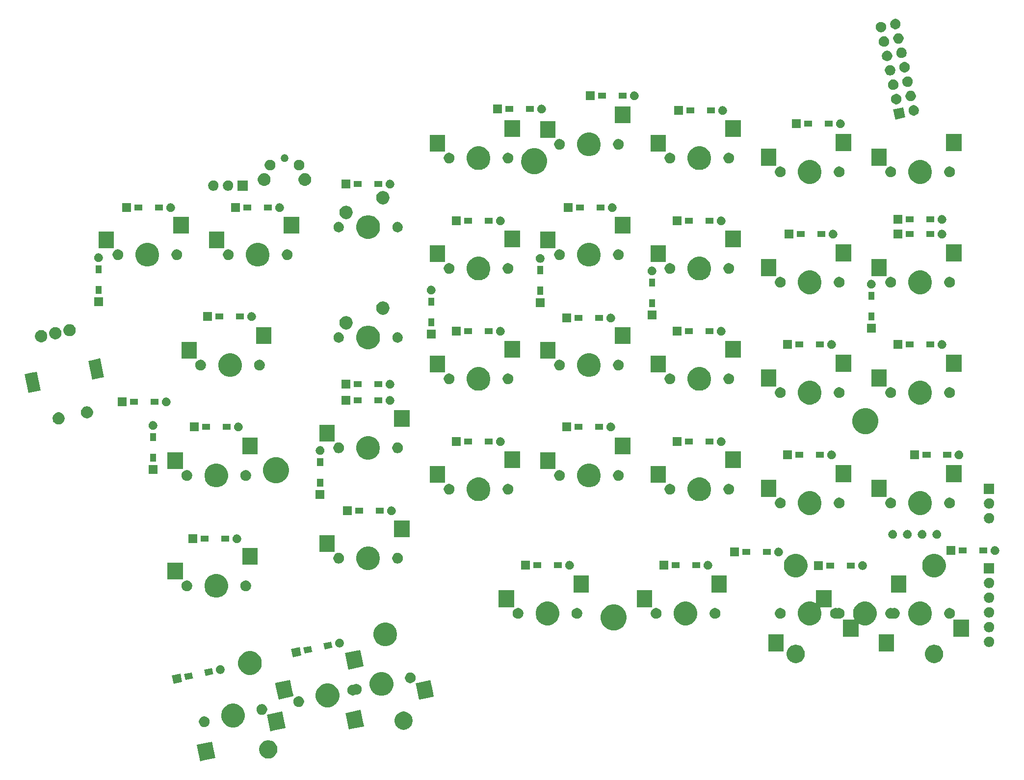
<source format=gbs>
G04 #@! TF.GenerationSoftware,KiCad,Pcbnew,(5.1.5-0-10_14)*
G04 #@! TF.CreationDate,2020-05-14T06:06:27+09:00*
G04 #@! TF.ProjectId,Colice,436f6c69-6365-42e6-9b69-6361645f7063,rev?*
G04 #@! TF.SameCoordinates,Original*
G04 #@! TF.FileFunction,Soldermask,Bot*
G04 #@! TF.FilePolarity,Negative*
%FSLAX46Y46*%
G04 Gerber Fmt 4.6, Leading zero omitted, Abs format (unit mm)*
G04 Created by KiCad (PCBNEW (5.1.5-0-10_14)) date 2020-05-14 06:06:27*
%MOMM*%
%LPD*%
G04 APERTURE LIST*
%ADD10C,0.100000*%
G04 APERTURE END LIST*
D10*
G36*
X57001097Y-163056946D02*
G01*
X54861775Y-163511672D01*
X54407049Y-163608327D01*
X54407048Y-163608327D01*
X53818217Y-160838090D01*
X53803689Y-160769743D01*
X53803689Y-160769742D01*
X55943011Y-160315016D01*
X56397737Y-160218361D01*
X56397738Y-160218361D01*
X57001097Y-163056946D01*
G37*
G36*
X66573176Y-160069657D02*
G01*
X66691902Y-160118835D01*
X66859806Y-160188383D01*
X66859807Y-160188384D01*
X67117769Y-160360748D01*
X67337148Y-160580127D01*
X67452318Y-160752492D01*
X67509513Y-160838090D01*
X67628239Y-161124721D01*
X67688765Y-161429006D01*
X67688765Y-161739256D01*
X67628239Y-162043541D01*
X67509513Y-162330172D01*
X67509512Y-162330173D01*
X67337148Y-162588135D01*
X67117769Y-162807514D01*
X66945404Y-162922684D01*
X66859806Y-162979879D01*
X66691902Y-163049427D01*
X66573176Y-163098605D01*
X66421032Y-163128868D01*
X66268890Y-163159131D01*
X65958640Y-163159131D01*
X65806498Y-163128868D01*
X65654354Y-163098605D01*
X65535628Y-163049427D01*
X65367724Y-162979879D01*
X65282126Y-162922684D01*
X65109761Y-162807514D01*
X64890382Y-162588135D01*
X64718018Y-162330173D01*
X64718017Y-162330172D01*
X64599291Y-162043541D01*
X64538765Y-161739256D01*
X64538765Y-161429006D01*
X64599291Y-161124721D01*
X64718017Y-160838090D01*
X64775212Y-160752492D01*
X64890382Y-160580127D01*
X65109761Y-160360748D01*
X65367723Y-160188384D01*
X65367724Y-160188383D01*
X65535628Y-160118835D01*
X65654354Y-160069657D01*
X65958640Y-160009131D01*
X66268890Y-160009131D01*
X66573176Y-160069657D01*
G37*
G36*
X68918732Y-157079442D02*
G01*
X69067693Y-157780248D01*
X69091104Y-157890391D01*
X66951782Y-158345117D01*
X66497056Y-158441772D01*
X66497055Y-158441772D01*
X65964598Y-155936754D01*
X65893696Y-155603188D01*
X65893696Y-155603187D01*
X68177347Y-155117783D01*
X68487744Y-155051806D01*
X68487745Y-155051806D01*
X68918732Y-157079442D01*
G37*
G36*
X89775284Y-155075294D02*
G01*
X89927428Y-155105557D01*
X90007862Y-155138874D01*
X90214058Y-155224283D01*
X90281652Y-155269448D01*
X90472021Y-155396648D01*
X90691400Y-155616027D01*
X90806570Y-155788392D01*
X90863765Y-155873990D01*
X90903918Y-155970928D01*
X90982491Y-156160620D01*
X91043017Y-156464907D01*
X91043017Y-156775155D01*
X90986032Y-157061642D01*
X90982491Y-157079441D01*
X90863765Y-157366072D01*
X90863764Y-157366073D01*
X90691400Y-157624035D01*
X90472021Y-157843414D01*
X90299656Y-157958584D01*
X90214058Y-158015779D01*
X90046154Y-158085327D01*
X89927428Y-158134505D01*
X89787486Y-158162341D01*
X89623142Y-158195031D01*
X89312892Y-158195031D01*
X89148548Y-158162341D01*
X89008606Y-158134505D01*
X88889880Y-158085327D01*
X88721976Y-158015779D01*
X88636378Y-157958584D01*
X88464013Y-157843414D01*
X88244634Y-157624035D01*
X88072270Y-157366073D01*
X88072269Y-157366072D01*
X87953543Y-157079441D01*
X87950003Y-157061642D01*
X87893017Y-156775155D01*
X87893017Y-156464907D01*
X87953543Y-156160620D01*
X88032116Y-155970928D01*
X88072269Y-155873990D01*
X88129464Y-155788392D01*
X88244634Y-155616027D01*
X88464013Y-155396648D01*
X88654382Y-155269448D01*
X88721976Y-155224283D01*
X88928172Y-155138874D01*
X89008606Y-155105557D01*
X89160750Y-155075294D01*
X89312892Y-155045031D01*
X89623142Y-155045031D01*
X89775284Y-155075294D01*
G37*
G36*
X82467664Y-156882742D02*
G01*
X82608966Y-157547515D01*
X82622451Y-157610960D01*
X80717928Y-158015778D01*
X80028403Y-158162341D01*
X80028402Y-158162341D01*
X79487167Y-155616027D01*
X79425043Y-155323757D01*
X79425043Y-155323756D01*
X81564365Y-154869030D01*
X82019091Y-154772375D01*
X82019092Y-154772375D01*
X82467664Y-156882742D01*
G37*
G36*
X60630604Y-153769032D02*
G01*
X60845626Y-153858097D01*
X61002753Y-153923181D01*
X61337678Y-154146971D01*
X61622507Y-154431800D01*
X61846297Y-154766725D01*
X61848637Y-154772375D01*
X62000446Y-155138874D01*
X62079030Y-155533942D01*
X62079030Y-155936754D01*
X62000446Y-156331822D01*
X61945320Y-156464907D01*
X61846297Y-156703971D01*
X61622507Y-157038896D01*
X61337678Y-157323725D01*
X61002753Y-157547515D01*
X60849585Y-157610959D01*
X60630604Y-157701664D01*
X60235536Y-157780248D01*
X59832724Y-157780248D01*
X59437656Y-157701664D01*
X59218675Y-157610959D01*
X59065507Y-157547515D01*
X58730582Y-157323725D01*
X58445753Y-157038896D01*
X58221963Y-156703971D01*
X58122940Y-156464907D01*
X58067814Y-156331822D01*
X57989230Y-155936754D01*
X57989230Y-155533942D01*
X58067814Y-155138874D01*
X58219623Y-154772375D01*
X58221963Y-154766725D01*
X58445753Y-154431800D01*
X58730582Y-154146971D01*
X59065507Y-153923181D01*
X59222634Y-153858097D01*
X59437656Y-153769032D01*
X59832724Y-153690448D01*
X60235536Y-153690448D01*
X60630604Y-153769032D01*
G37*
G36*
X55335244Y-155901124D02*
G01*
X55503766Y-155970928D01*
X55655431Y-156072267D01*
X55784412Y-156201248D01*
X55885751Y-156352913D01*
X55955555Y-156521435D01*
X55991140Y-156700336D01*
X55991140Y-156882742D01*
X55955555Y-157061643D01*
X55885751Y-157230165D01*
X55784412Y-157381830D01*
X55655431Y-157510811D01*
X55503766Y-157612150D01*
X55335244Y-157681954D01*
X55156343Y-157717539D01*
X54973937Y-157717539D01*
X54795036Y-157681954D01*
X54626514Y-157612150D01*
X54474849Y-157510811D01*
X54345868Y-157381830D01*
X54244529Y-157230165D01*
X54174725Y-157061643D01*
X54139140Y-156882742D01*
X54139140Y-156700336D01*
X54174725Y-156521435D01*
X54244529Y-156352913D01*
X54345868Y-156201248D01*
X54474849Y-156072267D01*
X54626514Y-155970928D01*
X54795036Y-155901124D01*
X54973937Y-155865539D01*
X55156343Y-155865539D01*
X55335244Y-155901124D01*
G37*
G36*
X65273224Y-153788742D02*
G01*
X65441746Y-153858546D01*
X65593411Y-153959885D01*
X65722392Y-154088866D01*
X65823731Y-154240531D01*
X65893535Y-154409053D01*
X65929120Y-154587954D01*
X65929120Y-154770360D01*
X65893535Y-154949261D01*
X65823731Y-155117783D01*
X65722392Y-155269448D01*
X65593411Y-155398429D01*
X65441746Y-155499768D01*
X65273224Y-155569572D01*
X65094323Y-155605157D01*
X64911917Y-155605157D01*
X64733016Y-155569572D01*
X64564494Y-155499768D01*
X64412829Y-155398429D01*
X64283848Y-155269448D01*
X64182509Y-155117783D01*
X64112705Y-154949261D01*
X64077120Y-154770360D01*
X64077120Y-154587954D01*
X64112705Y-154409053D01*
X64182509Y-154240531D01*
X64283848Y-154088866D01*
X64412829Y-153959885D01*
X64564494Y-153858546D01*
X64733016Y-153788742D01*
X64911917Y-153753157D01*
X65094323Y-153753157D01*
X65273224Y-153788742D01*
G37*
G36*
X76935102Y-150303404D02*
G01*
X77151205Y-150392917D01*
X77307251Y-150457553D01*
X77642176Y-150681343D01*
X77927005Y-150966172D01*
X78150795Y-151301097D01*
X78214645Y-151455246D01*
X78304944Y-151673246D01*
X78383528Y-152068314D01*
X78383528Y-152471126D01*
X78304944Y-152866194D01*
X78296207Y-152887286D01*
X78150795Y-153238343D01*
X77927005Y-153573268D01*
X77642176Y-153858097D01*
X77307251Y-154081887D01*
X77153102Y-154145737D01*
X76935102Y-154236036D01*
X76540034Y-154314620D01*
X76137222Y-154314620D01*
X75742154Y-154236036D01*
X75524154Y-154145737D01*
X75370005Y-154081887D01*
X75035080Y-153858097D01*
X74750251Y-153573268D01*
X74526461Y-153238343D01*
X74381049Y-152887286D01*
X74372312Y-152866194D01*
X74293728Y-152471126D01*
X74293728Y-152068314D01*
X74372312Y-151673246D01*
X74462611Y-151455246D01*
X74526461Y-151301097D01*
X74750251Y-150966172D01*
X75035080Y-150681343D01*
X75370005Y-150457553D01*
X75526051Y-150392917D01*
X75742154Y-150303404D01*
X76137222Y-150224820D01*
X76540034Y-150224820D01*
X76935102Y-150303404D01*
G37*
G36*
X71639742Y-152435496D02*
G01*
X71808264Y-152505300D01*
X71959929Y-152606639D01*
X72088910Y-152735620D01*
X72190249Y-152887285D01*
X72260053Y-153055807D01*
X72295638Y-153234708D01*
X72295638Y-153417114D01*
X72260053Y-153596015D01*
X72190249Y-153764537D01*
X72088910Y-153916202D01*
X71959929Y-154045183D01*
X71808264Y-154146522D01*
X71639742Y-154216326D01*
X71460841Y-154251911D01*
X71278435Y-154251911D01*
X71099534Y-154216326D01*
X70931012Y-154146522D01*
X70779347Y-154045183D01*
X70650366Y-153916202D01*
X70549027Y-153764537D01*
X70479223Y-153596015D01*
X70443638Y-153417114D01*
X70443638Y-153234708D01*
X70479223Y-153055807D01*
X70549027Y-152887285D01*
X70650366Y-152735620D01*
X70779347Y-152606639D01*
X70931012Y-152505300D01*
X71099534Y-152435496D01*
X71278435Y-152399911D01*
X71460841Y-152399911D01*
X71639742Y-152435496D01*
G37*
G36*
X94508240Y-151483633D02*
G01*
X94710565Y-152435496D01*
X94712458Y-152444405D01*
X92728088Y-152866195D01*
X92118410Y-152995786D01*
X92118409Y-152995786D01*
X91585952Y-150490768D01*
X91515050Y-150157202D01*
X91515050Y-150157201D01*
X93798701Y-149671797D01*
X94109098Y-149605820D01*
X94109099Y-149605820D01*
X94508240Y-151483633D01*
G37*
G36*
X70307110Y-151592909D02*
G01*
X70447986Y-152255677D01*
X70479062Y-152401881D01*
X68339740Y-152856607D01*
X67885014Y-152953262D01*
X67885013Y-152953262D01*
X67325959Y-150323115D01*
X67281654Y-150114678D01*
X67281654Y-150114677D01*
X69420976Y-149659951D01*
X69875702Y-149563296D01*
X69875703Y-149563296D01*
X70307110Y-151592909D01*
G37*
G36*
X86251958Y-148323046D02*
G01*
X86468064Y-148412560D01*
X86624107Y-148477195D01*
X86959032Y-148700985D01*
X87243861Y-148985814D01*
X87467651Y-149320739D01*
X87470577Y-149327803D01*
X87621800Y-149692888D01*
X87700384Y-150087956D01*
X87700384Y-150490768D01*
X87621800Y-150885836D01*
X87588523Y-150966173D01*
X87467651Y-151257985D01*
X87243861Y-151592910D01*
X86959032Y-151877739D01*
X86624107Y-152101529D01*
X86532813Y-152139344D01*
X86251958Y-152255678D01*
X85856890Y-152334262D01*
X85454078Y-152334262D01*
X85059010Y-152255678D01*
X84778155Y-152139344D01*
X84686861Y-152101529D01*
X84351936Y-151877739D01*
X84067107Y-151592910D01*
X83843317Y-151257985D01*
X83722445Y-150966173D01*
X83689168Y-150885836D01*
X83610584Y-150490768D01*
X83610584Y-150087956D01*
X83689168Y-149692888D01*
X83840391Y-149327803D01*
X83843317Y-149320739D01*
X84067107Y-148985814D01*
X84351936Y-148700985D01*
X84686861Y-148477195D01*
X84842904Y-148412560D01*
X85059010Y-148323046D01*
X85454078Y-148244462D01*
X85856890Y-148244462D01*
X86251958Y-148323046D01*
G37*
G36*
X81577722Y-150323114D02*
G01*
X81746244Y-150392918D01*
X81897909Y-150494257D01*
X82026890Y-150623238D01*
X82128229Y-150774903D01*
X82198033Y-150943425D01*
X82233618Y-151122326D01*
X82233618Y-151304732D01*
X82198033Y-151483633D01*
X82128229Y-151652155D01*
X82026890Y-151803820D01*
X81897909Y-151932801D01*
X81746244Y-152034140D01*
X81577722Y-152103944D01*
X81398821Y-152139529D01*
X81205076Y-152139529D01*
X81203202Y-152139344D01*
X81178816Y-152141741D01*
X81155365Y-152148849D01*
X81133742Y-152160403D01*
X81125120Y-152166164D01*
X80956598Y-152235968D01*
X80777697Y-152271553D01*
X80595291Y-152271553D01*
X80416390Y-152235968D01*
X80247868Y-152166164D01*
X80096203Y-152064825D01*
X79967222Y-151935844D01*
X79865883Y-151784179D01*
X79796079Y-151615657D01*
X79760494Y-151436756D01*
X79760494Y-151254350D01*
X79796079Y-151075449D01*
X79865883Y-150906927D01*
X79967222Y-150755262D01*
X80096203Y-150626281D01*
X80247868Y-150524942D01*
X80416390Y-150455138D01*
X80595291Y-150419553D01*
X80789036Y-150419553D01*
X80790910Y-150419738D01*
X80815296Y-150417341D01*
X80838747Y-150410233D01*
X80860370Y-150398679D01*
X80868992Y-150392918D01*
X81037514Y-150323114D01*
X81216415Y-150287529D01*
X81398821Y-150287529D01*
X81577722Y-150323114D01*
G37*
G36*
X51264210Y-149959437D02*
G01*
X49797965Y-150271096D01*
X49486306Y-148804851D01*
X50952551Y-148493192D01*
X51264210Y-149959437D01*
G37*
G36*
X90894578Y-148342756D02*
G01*
X91063100Y-148412560D01*
X91214765Y-148513899D01*
X91343746Y-148642880D01*
X91445085Y-148794545D01*
X91514889Y-148963067D01*
X91550474Y-149141968D01*
X91550474Y-149324374D01*
X91514889Y-149503275D01*
X91445085Y-149671797D01*
X91343746Y-149823462D01*
X91214765Y-149952443D01*
X91063100Y-150053782D01*
X90894578Y-150123586D01*
X90715677Y-150159171D01*
X90533271Y-150159171D01*
X90354370Y-150123586D01*
X90185848Y-150053782D01*
X90034183Y-149952443D01*
X89905202Y-149823462D01*
X89803863Y-149671797D01*
X89734059Y-149503275D01*
X89698474Y-149324374D01*
X89698474Y-149141968D01*
X89734059Y-148963067D01*
X89803863Y-148794545D01*
X89905202Y-148642880D01*
X90034183Y-148513899D01*
X90185848Y-148412560D01*
X90354370Y-148342756D01*
X90533271Y-148307171D01*
X90715677Y-148307171D01*
X90894578Y-148342756D01*
G37*
G36*
X53121331Y-149141968D02*
G01*
X53160831Y-149327803D01*
X51789468Y-149619295D01*
X51789467Y-149619295D01*
X51570745Y-148590283D01*
X51908204Y-148518554D01*
X52942108Y-148298791D01*
X52942109Y-148298791D01*
X53121331Y-149141968D01*
G37*
G36*
X56576573Y-148323047D02*
G01*
X56633255Y-148589717D01*
X55261892Y-148881209D01*
X55261891Y-148881209D01*
X55043169Y-147852197D01*
X56414532Y-147560705D01*
X56414533Y-147560705D01*
X56576573Y-148323047D01*
G37*
G36*
X63541665Y-144710845D02*
G01*
X63759665Y-144801144D01*
X63913814Y-144864994D01*
X64248739Y-145088784D01*
X64533568Y-145373613D01*
X64757358Y-145708538D01*
X64757358Y-145708539D01*
X64911507Y-146080687D01*
X64990091Y-146475755D01*
X64990091Y-146878567D01*
X64911507Y-147273635D01*
X64841422Y-147442834D01*
X64757358Y-147645784D01*
X64533568Y-147980709D01*
X64248739Y-148265538D01*
X63913814Y-148489328D01*
X63773721Y-148547356D01*
X63541665Y-148643477D01*
X63146597Y-148722061D01*
X62743785Y-148722061D01*
X62348717Y-148643477D01*
X62116661Y-148547356D01*
X61976568Y-148489328D01*
X61641643Y-148265538D01*
X61356814Y-147980709D01*
X61133024Y-147645784D01*
X61048960Y-147442834D01*
X60978875Y-147273635D01*
X60900291Y-146878567D01*
X60900291Y-146475755D01*
X60978875Y-146080687D01*
X61133024Y-145708539D01*
X61133024Y-145708538D01*
X61356814Y-145373613D01*
X61641643Y-145088784D01*
X61976568Y-144864994D01*
X62130717Y-144801144D01*
X62348717Y-144710845D01*
X62743785Y-144632261D01*
X63146597Y-144632261D01*
X63541665Y-144710845D01*
G37*
G36*
X57923167Y-147052455D02*
G01*
X58047363Y-147077158D01*
X58183764Y-147133657D01*
X58306521Y-147215681D01*
X58410917Y-147320077D01*
X58492941Y-147442834D01*
X58549440Y-147579235D01*
X58578242Y-147724037D01*
X58578242Y-147871675D01*
X58549440Y-148016477D01*
X58492941Y-148152878D01*
X58410917Y-148275635D01*
X58306521Y-148380031D01*
X58183764Y-148462055D01*
X58047363Y-148518554D01*
X57923167Y-148543257D01*
X57902562Y-148547356D01*
X57754922Y-148547356D01*
X57734317Y-148543257D01*
X57610121Y-148518554D01*
X57473720Y-148462055D01*
X57350963Y-148380031D01*
X57246567Y-148275635D01*
X57164543Y-148152878D01*
X57108044Y-148016477D01*
X57079242Y-147871675D01*
X57079242Y-147724037D01*
X57108044Y-147579235D01*
X57164543Y-147442834D01*
X57246567Y-147320077D01*
X57350963Y-147215681D01*
X57473720Y-147133657D01*
X57610121Y-147077158D01*
X57734317Y-147052455D01*
X57754922Y-147048356D01*
X57902562Y-147048356D01*
X57923167Y-147052455D01*
G37*
G36*
X82273360Y-145844122D02*
G01*
X82564894Y-147215681D01*
X82569069Y-147235326D01*
X80429747Y-147690052D01*
X79975021Y-147786707D01*
X79975020Y-147786707D01*
X79436508Y-145253204D01*
X79371661Y-144948123D01*
X79371661Y-144948122D01*
X81510983Y-144493396D01*
X81965709Y-144396741D01*
X81965710Y-144396741D01*
X82273360Y-145844122D01*
G37*
G36*
X157438017Y-143553343D02*
G01*
X157590161Y-143583606D01*
X157708887Y-143632784D01*
X157876791Y-143702332D01*
X157878741Y-143703635D01*
X158134754Y-143874697D01*
X158354133Y-144094076D01*
X158446859Y-144232851D01*
X158526498Y-144352039D01*
X158545014Y-144396741D01*
X158645224Y-144638669D01*
X158659581Y-144710846D01*
X158705750Y-144942955D01*
X158705750Y-145253205D01*
X158645224Y-145557490D01*
X158526498Y-145844121D01*
X158526497Y-145844122D01*
X158354133Y-146102084D01*
X158134754Y-146321463D01*
X157962389Y-146436633D01*
X157876791Y-146493828D01*
X157708887Y-146563376D01*
X157590161Y-146612554D01*
X157438017Y-146642817D01*
X157285875Y-146673080D01*
X156975625Y-146673080D01*
X156823483Y-146642817D01*
X156671339Y-146612554D01*
X156552613Y-146563376D01*
X156384709Y-146493828D01*
X156299111Y-146436633D01*
X156126746Y-146321463D01*
X155907367Y-146102084D01*
X155735003Y-145844122D01*
X155735002Y-145844121D01*
X155616276Y-145557490D01*
X155555750Y-145253205D01*
X155555750Y-144942955D01*
X155601919Y-144710846D01*
X155616276Y-144638669D01*
X155716486Y-144396741D01*
X155735002Y-144352039D01*
X155814641Y-144232851D01*
X155907367Y-144094076D01*
X156126746Y-143874697D01*
X156382759Y-143703635D01*
X156384709Y-143702332D01*
X156552613Y-143632784D01*
X156671339Y-143583606D01*
X156823483Y-143553343D01*
X156975625Y-143523080D01*
X157285875Y-143523080D01*
X157438017Y-143553343D01*
G37*
G36*
X181314017Y-143553343D02*
G01*
X181466161Y-143583606D01*
X181584887Y-143632784D01*
X181752791Y-143702332D01*
X181754741Y-143703635D01*
X182010754Y-143874697D01*
X182230133Y-144094076D01*
X182322859Y-144232851D01*
X182402498Y-144352039D01*
X182421014Y-144396741D01*
X182521224Y-144638669D01*
X182535581Y-144710846D01*
X182581750Y-144942955D01*
X182581750Y-145253205D01*
X182521224Y-145557490D01*
X182402498Y-145844121D01*
X182402497Y-145844122D01*
X182230133Y-146102084D01*
X182010754Y-146321463D01*
X181838389Y-146436633D01*
X181752791Y-146493828D01*
X181584887Y-146563376D01*
X181466161Y-146612554D01*
X181314017Y-146642817D01*
X181161875Y-146673080D01*
X180851625Y-146673080D01*
X180699483Y-146642817D01*
X180547339Y-146612554D01*
X180428613Y-146563376D01*
X180260709Y-146493828D01*
X180175111Y-146436633D01*
X180002746Y-146321463D01*
X179783367Y-146102084D01*
X179611003Y-145844122D01*
X179611002Y-145844121D01*
X179492276Y-145557490D01*
X179431750Y-145253205D01*
X179431750Y-144942955D01*
X179477919Y-144710846D01*
X179492276Y-144638669D01*
X179592486Y-144396741D01*
X179611002Y-144352039D01*
X179690641Y-144232851D01*
X179783367Y-144094076D01*
X180002746Y-143874697D01*
X180258759Y-143703635D01*
X180260709Y-143702332D01*
X180428613Y-143632784D01*
X180547339Y-143583606D01*
X180699483Y-143553343D01*
X180851625Y-143523080D01*
X181161875Y-143523080D01*
X181314017Y-143553343D01*
G37*
G36*
X71838210Y-145387437D02*
G01*
X70371965Y-145699096D01*
X70060306Y-144232851D01*
X71526551Y-143921192D01*
X71838210Y-145387437D01*
G37*
G36*
X73709934Y-144638670D02*
G01*
X73734831Y-144755803D01*
X72363468Y-145047295D01*
X72363467Y-145047295D01*
X72144745Y-144018283D01*
X72482204Y-143946554D01*
X73516108Y-143726791D01*
X73516109Y-143726791D01*
X73709934Y-144638670D01*
G37*
G36*
X155054750Y-144644080D02*
G01*
X152402750Y-144644080D01*
X152402750Y-141742080D01*
X155054750Y-141742080D01*
X155054750Y-144644080D01*
G37*
G36*
X174104750Y-144644080D02*
G01*
X171452750Y-144644080D01*
X171452750Y-141742080D01*
X174104750Y-141742080D01*
X174104750Y-144644080D01*
G37*
G36*
X77175512Y-143868376D02*
G01*
X77207255Y-144017717D01*
X75835892Y-144309209D01*
X75835891Y-144309209D01*
X75617169Y-143280197D01*
X75689550Y-143264812D01*
X76988532Y-142988705D01*
X76988533Y-142988705D01*
X77175512Y-143868376D01*
G37*
G36*
X78497167Y-142480455D02*
G01*
X78621363Y-142505158D01*
X78757764Y-142561657D01*
X78880521Y-142643681D01*
X78984917Y-142748077D01*
X79066941Y-142870834D01*
X79123440Y-143007235D01*
X79152242Y-143152037D01*
X79152242Y-143299675D01*
X79123440Y-143444477D01*
X79066941Y-143580878D01*
X78984917Y-143703635D01*
X78880521Y-143808031D01*
X78757764Y-143890055D01*
X78621363Y-143946554D01*
X78497167Y-143971257D01*
X78476562Y-143975356D01*
X78328922Y-143975356D01*
X78308317Y-143971257D01*
X78184121Y-143946554D01*
X78047720Y-143890055D01*
X77924963Y-143808031D01*
X77820567Y-143703635D01*
X77738543Y-143580878D01*
X77682044Y-143444477D01*
X77653242Y-143299675D01*
X77653242Y-143152037D01*
X77682044Y-143007235D01*
X77738543Y-142870834D01*
X77820567Y-142748077D01*
X77924963Y-142643681D01*
X78047720Y-142561657D01*
X78184121Y-142505158D01*
X78308317Y-142480455D01*
X78328922Y-142476356D01*
X78476562Y-142476356D01*
X78497167Y-142480455D01*
G37*
G36*
X190604226Y-142104080D02*
G01*
X190762812Y-142135624D01*
X190926784Y-142203544D01*
X191074354Y-142302147D01*
X191199853Y-142427646D01*
X191298456Y-142575216D01*
X191366376Y-142739188D01*
X191401000Y-142913259D01*
X191401000Y-143090741D01*
X191366376Y-143264812D01*
X191298456Y-143428784D01*
X191199853Y-143576354D01*
X191074354Y-143701853D01*
X190926784Y-143800456D01*
X190762812Y-143868376D01*
X190613512Y-143898073D01*
X190588742Y-143903000D01*
X190411258Y-143903000D01*
X190386488Y-143898073D01*
X190237188Y-143868376D01*
X190073216Y-143800456D01*
X189925646Y-143701853D01*
X189800147Y-143576354D01*
X189701544Y-143428784D01*
X189633624Y-143264812D01*
X189599000Y-143090741D01*
X189599000Y-142913259D01*
X189633624Y-142739188D01*
X189701544Y-142575216D01*
X189800147Y-142427646D01*
X189925646Y-142302147D01*
X190073216Y-142203544D01*
X190237188Y-142135624D01*
X190395774Y-142104080D01*
X190411258Y-142101000D01*
X190588742Y-142101000D01*
X190604226Y-142104080D01*
G37*
G36*
X86895917Y-139746746D02*
G01*
X87113917Y-139837045D01*
X87268066Y-139900895D01*
X87602991Y-140124685D01*
X87887820Y-140409514D01*
X88111610Y-140744439D01*
X88137031Y-140805811D01*
X88265759Y-141116588D01*
X88344343Y-141511656D01*
X88344343Y-141914468D01*
X88265759Y-142309536D01*
X88196660Y-142476356D01*
X88111610Y-142681685D01*
X87887820Y-143016610D01*
X87602991Y-143301439D01*
X87268066Y-143525229D01*
X87144641Y-143576353D01*
X86895917Y-143679378D01*
X86500849Y-143757962D01*
X86098037Y-143757962D01*
X85702969Y-143679378D01*
X85454245Y-143576353D01*
X85330820Y-143525229D01*
X84995895Y-143301439D01*
X84711066Y-143016610D01*
X84487276Y-142681685D01*
X84402226Y-142476356D01*
X84333127Y-142309536D01*
X84254543Y-141914468D01*
X84254543Y-141511656D01*
X84333127Y-141116588D01*
X84461855Y-140805811D01*
X84487276Y-140744439D01*
X84711066Y-140409514D01*
X84995895Y-140124685D01*
X85330820Y-139900895D01*
X85484969Y-139837045D01*
X85702969Y-139746746D01*
X86098037Y-139668162D01*
X86500849Y-139668162D01*
X86895917Y-139746746D01*
G37*
G36*
X187004750Y-142104080D02*
G01*
X184352750Y-142104080D01*
X184352750Y-139202080D01*
X187004750Y-139202080D01*
X187004750Y-142104080D01*
G37*
G36*
X169665224Y-136146764D02*
G01*
X169846596Y-136221891D01*
X170037373Y-136300913D01*
X170372298Y-136524703D01*
X170657127Y-136809532D01*
X170880917Y-137144457D01*
X170916183Y-137229598D01*
X171035066Y-137516606D01*
X171113650Y-137911674D01*
X171113650Y-138314486D01*
X171035066Y-138709554D01*
X170984201Y-138832352D01*
X170880917Y-139081703D01*
X170657127Y-139416628D01*
X170372298Y-139701457D01*
X170037373Y-139925247D01*
X169982029Y-139948171D01*
X169665224Y-140079396D01*
X169270156Y-140157980D01*
X168867344Y-140157980D01*
X168472276Y-140079396D01*
X168127584Y-139936620D01*
X168104135Y-139929507D01*
X168079749Y-139927105D01*
X168055363Y-139929507D01*
X168031914Y-139936620D01*
X168010303Y-139948171D01*
X167991361Y-139963716D01*
X167975816Y-139982658D01*
X167964265Y-140004269D01*
X167957152Y-140027718D01*
X167954750Y-140052104D01*
X167954750Y-142104080D01*
X165302750Y-142104080D01*
X165302750Y-139202080D01*
X167119371Y-139202080D01*
X167143757Y-139199678D01*
X167167206Y-139192565D01*
X167188817Y-139181014D01*
X167207759Y-139165469D01*
X167223304Y-139146527D01*
X167234855Y-139124916D01*
X167241968Y-139101467D01*
X167244370Y-139077081D01*
X167241968Y-139052695D01*
X167234855Y-139029246D01*
X167224189Y-139003495D01*
X167153299Y-138832352D01*
X167102434Y-138709554D01*
X167023850Y-138314486D01*
X167023850Y-137911674D01*
X167102434Y-137516606D01*
X167221317Y-137229598D01*
X167256583Y-137144457D01*
X167480373Y-136809532D01*
X167765202Y-136524703D01*
X168100127Y-136300913D01*
X168290904Y-136221891D01*
X168472276Y-136146764D01*
X168867344Y-136068180D01*
X169270156Y-136068180D01*
X169665224Y-136146764D01*
G37*
G36*
X190613512Y-139565927D02*
G01*
X190762812Y-139595624D01*
X190926784Y-139663544D01*
X191074354Y-139762147D01*
X191199853Y-139887646D01*
X191298456Y-140035216D01*
X191366376Y-140199188D01*
X191401000Y-140373259D01*
X191401000Y-140550741D01*
X191366376Y-140724812D01*
X191298456Y-140888784D01*
X191199853Y-141036354D01*
X191074354Y-141161853D01*
X190926784Y-141260456D01*
X190762812Y-141328376D01*
X190613512Y-141358073D01*
X190588742Y-141363000D01*
X190411258Y-141363000D01*
X190386488Y-141358073D01*
X190237188Y-141328376D01*
X190073216Y-141260456D01*
X189925646Y-141161853D01*
X189800147Y-141036354D01*
X189701544Y-140888784D01*
X189633624Y-140724812D01*
X189599000Y-140550741D01*
X189599000Y-140373259D01*
X189633624Y-140199188D01*
X189701544Y-140035216D01*
X189800147Y-139887646D01*
X189925646Y-139762147D01*
X190073216Y-139663544D01*
X190237188Y-139595624D01*
X190386488Y-139565927D01*
X190411258Y-139561000D01*
X190588742Y-139561000D01*
X190613512Y-139565927D01*
G37*
G36*
X126005880Y-136570776D02*
G01*
X126386593Y-136646504D01*
X126796249Y-136816189D01*
X127164929Y-137062534D01*
X127478466Y-137376071D01*
X127724811Y-137744751D01*
X127894496Y-138154407D01*
X127981000Y-138589296D01*
X127981000Y-139032704D01*
X127894496Y-139467593D01*
X127724811Y-139877249D01*
X127478466Y-140245929D01*
X127164929Y-140559466D01*
X126796249Y-140805811D01*
X126386593Y-140975496D01*
X126005880Y-141051224D01*
X125951705Y-141062000D01*
X125508295Y-141062000D01*
X125454120Y-141051224D01*
X125073407Y-140975496D01*
X124663751Y-140805811D01*
X124295071Y-140559466D01*
X123981534Y-140245929D01*
X123735189Y-139877249D01*
X123565504Y-139467593D01*
X123479000Y-139032704D01*
X123479000Y-138589296D01*
X123565504Y-138154407D01*
X123735189Y-137744751D01*
X123981534Y-137376071D01*
X124295071Y-137062534D01*
X124663751Y-136816189D01*
X125073407Y-136646504D01*
X125454120Y-136570776D01*
X125508295Y-136560000D01*
X125951705Y-136560000D01*
X126005880Y-136570776D01*
G37*
G36*
X179190224Y-136146764D02*
G01*
X179371596Y-136221891D01*
X179562373Y-136300913D01*
X179897298Y-136524703D01*
X180182127Y-136809532D01*
X180405917Y-137144457D01*
X180441183Y-137229598D01*
X180560066Y-137516606D01*
X180638650Y-137911674D01*
X180638650Y-138314486D01*
X180560066Y-138709554D01*
X180509201Y-138832352D01*
X180405917Y-139081703D01*
X180182127Y-139416628D01*
X179897298Y-139701457D01*
X179562373Y-139925247D01*
X179507029Y-139948171D01*
X179190224Y-140079396D01*
X178795156Y-140157980D01*
X178392344Y-140157980D01*
X177997276Y-140079396D01*
X177680471Y-139948171D01*
X177625127Y-139925247D01*
X177290202Y-139701457D01*
X177005373Y-139416628D01*
X176781583Y-139081703D01*
X176678299Y-138832352D01*
X176627434Y-138709554D01*
X176548850Y-138314486D01*
X176548850Y-137911674D01*
X176627434Y-137516606D01*
X176746317Y-137229598D01*
X176781583Y-137144457D01*
X177005373Y-136809532D01*
X177290202Y-136524703D01*
X177625127Y-136300913D01*
X177815904Y-136221891D01*
X177997276Y-136146764D01*
X178392344Y-136068180D01*
X178795156Y-136068180D01*
X179190224Y-136146764D01*
G37*
G36*
X163309750Y-137024080D02*
G01*
X161493129Y-137024080D01*
X161468743Y-137026482D01*
X161445294Y-137033595D01*
X161423683Y-137045146D01*
X161404741Y-137060691D01*
X161389196Y-137079633D01*
X161377645Y-137101244D01*
X161370532Y-137124693D01*
X161368130Y-137149079D01*
X161370532Y-137173465D01*
X161377644Y-137196911D01*
X161391183Y-137229598D01*
X161510066Y-137516606D01*
X161588650Y-137911674D01*
X161588650Y-138314486D01*
X161510066Y-138709554D01*
X161459201Y-138832352D01*
X161355917Y-139081703D01*
X161132127Y-139416628D01*
X160847298Y-139701457D01*
X160512373Y-139925247D01*
X160457029Y-139948171D01*
X160140224Y-140079396D01*
X159745156Y-140157980D01*
X159342344Y-140157980D01*
X158947276Y-140079396D01*
X158630471Y-139948171D01*
X158575127Y-139925247D01*
X158240202Y-139701457D01*
X157955373Y-139416628D01*
X157731583Y-139081703D01*
X157628299Y-138832352D01*
X157577434Y-138709554D01*
X157498850Y-138314486D01*
X157498850Y-137911674D01*
X157577434Y-137516606D01*
X157696317Y-137229598D01*
X157731583Y-137144457D01*
X157955373Y-136809532D01*
X158240202Y-136524703D01*
X158575127Y-136300913D01*
X158765904Y-136221891D01*
X158947276Y-136146764D01*
X159342344Y-136068180D01*
X159745156Y-136068180D01*
X160140224Y-136146764D01*
X160484916Y-136289540D01*
X160508365Y-136296653D01*
X160532751Y-136299055D01*
X160557137Y-136296653D01*
X160580586Y-136289540D01*
X160602197Y-136277989D01*
X160621139Y-136262444D01*
X160636684Y-136243502D01*
X160648235Y-136221891D01*
X160655348Y-136198442D01*
X160657750Y-136174056D01*
X160657750Y-134122080D01*
X163309750Y-134122080D01*
X163309750Y-137024080D01*
G37*
G36*
X138708974Y-136146764D02*
G01*
X138890346Y-136221891D01*
X139081123Y-136300913D01*
X139416048Y-136524703D01*
X139700877Y-136809532D01*
X139924667Y-137144457D01*
X139959933Y-137229598D01*
X140078816Y-137516606D01*
X140157400Y-137911674D01*
X140157400Y-138314486D01*
X140078816Y-138709554D01*
X140027951Y-138832352D01*
X139924667Y-139081703D01*
X139700877Y-139416628D01*
X139416048Y-139701457D01*
X139081123Y-139925247D01*
X139025779Y-139948171D01*
X138708974Y-140079396D01*
X138313906Y-140157980D01*
X137911094Y-140157980D01*
X137516026Y-140079396D01*
X137199221Y-139948171D01*
X137143877Y-139925247D01*
X136808952Y-139701457D01*
X136524123Y-139416628D01*
X136300333Y-139081703D01*
X136197049Y-138832352D01*
X136146184Y-138709554D01*
X136067600Y-138314486D01*
X136067600Y-137911674D01*
X136146184Y-137516606D01*
X136265067Y-137229598D01*
X136300333Y-137144457D01*
X136524123Y-136809532D01*
X136808952Y-136524703D01*
X137143877Y-136300913D01*
X137334654Y-136221891D01*
X137516026Y-136146764D01*
X137911094Y-136068180D01*
X138313906Y-136068180D01*
X138708974Y-136146764D01*
G37*
G36*
X114896474Y-136146764D02*
G01*
X115077846Y-136221891D01*
X115268623Y-136300913D01*
X115603548Y-136524703D01*
X115888377Y-136809532D01*
X116112167Y-137144457D01*
X116147433Y-137229598D01*
X116266316Y-137516606D01*
X116344900Y-137911674D01*
X116344900Y-138314486D01*
X116266316Y-138709554D01*
X116215451Y-138832352D01*
X116112167Y-139081703D01*
X115888377Y-139416628D01*
X115603548Y-139701457D01*
X115268623Y-139925247D01*
X115213279Y-139948171D01*
X114896474Y-140079396D01*
X114501406Y-140157980D01*
X114098594Y-140157980D01*
X113703526Y-140079396D01*
X113386721Y-139948171D01*
X113331377Y-139925247D01*
X112996452Y-139701457D01*
X112711623Y-139416628D01*
X112487833Y-139081703D01*
X112384549Y-138832352D01*
X112333684Y-138709554D01*
X112255100Y-138314486D01*
X112255100Y-137911674D01*
X112333684Y-137516606D01*
X112452567Y-137229598D01*
X112487833Y-137144457D01*
X112711623Y-136809532D01*
X112996452Y-136524703D01*
X113331377Y-136300913D01*
X113522154Y-136221891D01*
X113703526Y-136146764D01*
X114098594Y-136068180D01*
X114501406Y-136068180D01*
X114896474Y-136146764D01*
G37*
G36*
X173783854Y-137222665D02*
G01*
X173783860Y-137222668D01*
X173784315Y-137222758D01*
X173806868Y-137229598D01*
X173831254Y-137231999D01*
X173855640Y-137229596D01*
X173878185Y-137222758D01*
X173878640Y-137222668D01*
X173878646Y-137222665D01*
X174057547Y-137187080D01*
X174239953Y-137187080D01*
X174418854Y-137222665D01*
X174587376Y-137292469D01*
X174739041Y-137393808D01*
X174868022Y-137522789D01*
X174969361Y-137674454D01*
X175039165Y-137842976D01*
X175074750Y-138021877D01*
X175074750Y-138204283D01*
X175039165Y-138383184D01*
X174969361Y-138551706D01*
X174868022Y-138703371D01*
X174739041Y-138832352D01*
X174587376Y-138933691D01*
X174418854Y-139003495D01*
X174239953Y-139039080D01*
X174057547Y-139039080D01*
X173878646Y-139003495D01*
X173878640Y-139003492D01*
X173878185Y-139003402D01*
X173855632Y-138996562D01*
X173831246Y-138994161D01*
X173806860Y-138996564D01*
X173784315Y-139003402D01*
X173783860Y-139003492D01*
X173783854Y-139003495D01*
X173604953Y-139039080D01*
X173422547Y-139039080D01*
X173243646Y-139003495D01*
X173075124Y-138933691D01*
X172923459Y-138832352D01*
X172794478Y-138703371D01*
X172693139Y-138551706D01*
X172623335Y-138383184D01*
X172587750Y-138204283D01*
X172587750Y-138021877D01*
X172623335Y-137842976D01*
X172693139Y-137674454D01*
X172794478Y-137522789D01*
X172923459Y-137393808D01*
X173075124Y-137292469D01*
X173243646Y-137222665D01*
X173422547Y-137187080D01*
X173604953Y-137187080D01*
X173783854Y-137222665D01*
G37*
G36*
X164258854Y-137222665D02*
G01*
X164258860Y-137222668D01*
X164259315Y-137222758D01*
X164281868Y-137229598D01*
X164306254Y-137231999D01*
X164330640Y-137229596D01*
X164353185Y-137222758D01*
X164353640Y-137222668D01*
X164353646Y-137222665D01*
X164532547Y-137187080D01*
X164714953Y-137187080D01*
X164893854Y-137222665D01*
X165062376Y-137292469D01*
X165214041Y-137393808D01*
X165343022Y-137522789D01*
X165444361Y-137674454D01*
X165514165Y-137842976D01*
X165549750Y-138021877D01*
X165549750Y-138204283D01*
X165514165Y-138383184D01*
X165444361Y-138551706D01*
X165343022Y-138703371D01*
X165214041Y-138832352D01*
X165062376Y-138933691D01*
X164893854Y-139003495D01*
X164714953Y-139039080D01*
X164532547Y-139039080D01*
X164353646Y-139003495D01*
X164353640Y-139003492D01*
X164353185Y-139003402D01*
X164330632Y-138996562D01*
X164306246Y-138994161D01*
X164281860Y-138996564D01*
X164259315Y-139003402D01*
X164258860Y-139003492D01*
X164258854Y-139003495D01*
X164079953Y-139039080D01*
X163897547Y-139039080D01*
X163718646Y-139003495D01*
X163550124Y-138933691D01*
X163398459Y-138832352D01*
X163269478Y-138703371D01*
X163168139Y-138551706D01*
X163098335Y-138383184D01*
X163062750Y-138204283D01*
X163062750Y-138021877D01*
X163098335Y-137842976D01*
X163168139Y-137674454D01*
X163269478Y-137522789D01*
X163398459Y-137393808D01*
X163550124Y-137292469D01*
X163718646Y-137222665D01*
X163897547Y-137187080D01*
X164079953Y-137187080D01*
X164258854Y-137222665D01*
G37*
G36*
X154733854Y-137222665D02*
G01*
X154902376Y-137292469D01*
X155054041Y-137393808D01*
X155183022Y-137522789D01*
X155284361Y-137674454D01*
X155354165Y-137842976D01*
X155389750Y-138021877D01*
X155389750Y-138204283D01*
X155354165Y-138383184D01*
X155284361Y-138551706D01*
X155183022Y-138703371D01*
X155054041Y-138832352D01*
X154902376Y-138933691D01*
X154733854Y-139003495D01*
X154554953Y-139039080D01*
X154372547Y-139039080D01*
X154193646Y-139003495D01*
X154025124Y-138933691D01*
X153873459Y-138832352D01*
X153744478Y-138703371D01*
X153643139Y-138551706D01*
X153573335Y-138383184D01*
X153537750Y-138204283D01*
X153537750Y-138021877D01*
X153573335Y-137842976D01*
X153643139Y-137674454D01*
X153744478Y-137522789D01*
X153873459Y-137393808D01*
X154025124Y-137292469D01*
X154193646Y-137222665D01*
X154372547Y-137187080D01*
X154554953Y-137187080D01*
X154733854Y-137222665D01*
G37*
G36*
X183943854Y-137222665D02*
G01*
X184112376Y-137292469D01*
X184264041Y-137393808D01*
X184393022Y-137522789D01*
X184494361Y-137674454D01*
X184564165Y-137842976D01*
X184599750Y-138021877D01*
X184599750Y-138204283D01*
X184564165Y-138383184D01*
X184494361Y-138551706D01*
X184393022Y-138703371D01*
X184264041Y-138832352D01*
X184112376Y-138933691D01*
X183943854Y-139003495D01*
X183764953Y-139039080D01*
X183582547Y-139039080D01*
X183403646Y-139003495D01*
X183235124Y-138933691D01*
X183083459Y-138832352D01*
X182954478Y-138703371D01*
X182853139Y-138551706D01*
X182783335Y-138383184D01*
X182747750Y-138204283D01*
X182747750Y-138021877D01*
X182783335Y-137842976D01*
X182853139Y-137674454D01*
X182954478Y-137522789D01*
X183083459Y-137393808D01*
X183235124Y-137292469D01*
X183403646Y-137222665D01*
X183582547Y-137187080D01*
X183764953Y-137187080D01*
X183943854Y-137222665D01*
G37*
G36*
X109490104Y-137222665D02*
G01*
X109658626Y-137292469D01*
X109810291Y-137393808D01*
X109939272Y-137522789D01*
X110040611Y-137674454D01*
X110110415Y-137842976D01*
X110146000Y-138021877D01*
X110146000Y-138204283D01*
X110110415Y-138383184D01*
X110040611Y-138551706D01*
X109939272Y-138703371D01*
X109810291Y-138832352D01*
X109658626Y-138933691D01*
X109490104Y-139003495D01*
X109311203Y-139039080D01*
X109128797Y-139039080D01*
X108949896Y-139003495D01*
X108781374Y-138933691D01*
X108629709Y-138832352D01*
X108500728Y-138703371D01*
X108399389Y-138551706D01*
X108329585Y-138383184D01*
X108294000Y-138204283D01*
X108294000Y-138021877D01*
X108329585Y-137842976D01*
X108399389Y-137674454D01*
X108500728Y-137522789D01*
X108629709Y-137393808D01*
X108781374Y-137292469D01*
X108949896Y-137222665D01*
X109128797Y-137187080D01*
X109311203Y-137187080D01*
X109490104Y-137222665D01*
G37*
G36*
X119650104Y-137222665D02*
G01*
X119818626Y-137292469D01*
X119970291Y-137393808D01*
X120099272Y-137522789D01*
X120200611Y-137674454D01*
X120270415Y-137842976D01*
X120306000Y-138021877D01*
X120306000Y-138204283D01*
X120270415Y-138383184D01*
X120200611Y-138551706D01*
X120099272Y-138703371D01*
X119970291Y-138832352D01*
X119818626Y-138933691D01*
X119650104Y-139003495D01*
X119471203Y-139039080D01*
X119288797Y-139039080D01*
X119109896Y-139003495D01*
X118941374Y-138933691D01*
X118789709Y-138832352D01*
X118660728Y-138703371D01*
X118559389Y-138551706D01*
X118489585Y-138383184D01*
X118454000Y-138204283D01*
X118454000Y-138021877D01*
X118489585Y-137842976D01*
X118559389Y-137674454D01*
X118660728Y-137522789D01*
X118789709Y-137393808D01*
X118941374Y-137292469D01*
X119109896Y-137222665D01*
X119288797Y-137187080D01*
X119471203Y-137187080D01*
X119650104Y-137222665D01*
G37*
G36*
X143462604Y-137222665D02*
G01*
X143631126Y-137292469D01*
X143782791Y-137393808D01*
X143911772Y-137522789D01*
X144013111Y-137674454D01*
X144082915Y-137842976D01*
X144118500Y-138021877D01*
X144118500Y-138204283D01*
X144082915Y-138383184D01*
X144013111Y-138551706D01*
X143911772Y-138703371D01*
X143782791Y-138832352D01*
X143631126Y-138933691D01*
X143462604Y-139003495D01*
X143283703Y-139039080D01*
X143101297Y-139039080D01*
X142922396Y-139003495D01*
X142753874Y-138933691D01*
X142602209Y-138832352D01*
X142473228Y-138703371D01*
X142371889Y-138551706D01*
X142302085Y-138383184D01*
X142266500Y-138204283D01*
X142266500Y-138021877D01*
X142302085Y-137842976D01*
X142371889Y-137674454D01*
X142473228Y-137522789D01*
X142602209Y-137393808D01*
X142753874Y-137292469D01*
X142922396Y-137222665D01*
X143101297Y-137187080D01*
X143283703Y-137187080D01*
X143462604Y-137222665D01*
G37*
G36*
X133302604Y-137222665D02*
G01*
X133471126Y-137292469D01*
X133622791Y-137393808D01*
X133751772Y-137522789D01*
X133853111Y-137674454D01*
X133922915Y-137842976D01*
X133958500Y-138021877D01*
X133958500Y-138204283D01*
X133922915Y-138383184D01*
X133853111Y-138551706D01*
X133751772Y-138703371D01*
X133622791Y-138832352D01*
X133471126Y-138933691D01*
X133302604Y-139003495D01*
X133123703Y-139039080D01*
X132941297Y-139039080D01*
X132762396Y-139003495D01*
X132593874Y-138933691D01*
X132442209Y-138832352D01*
X132313228Y-138703371D01*
X132211889Y-138551706D01*
X132142085Y-138383184D01*
X132106500Y-138204283D01*
X132106500Y-138021877D01*
X132142085Y-137842976D01*
X132211889Y-137674454D01*
X132313228Y-137522789D01*
X132442209Y-137393808D01*
X132593874Y-137292469D01*
X132762396Y-137222665D01*
X132941297Y-137187080D01*
X133123703Y-137187080D01*
X133302604Y-137222665D01*
G37*
G36*
X190604226Y-137024080D02*
G01*
X190762812Y-137055624D01*
X190926784Y-137123544D01*
X191074354Y-137222147D01*
X191199853Y-137347646D01*
X191298456Y-137495216D01*
X191366376Y-137659188D01*
X191401000Y-137833259D01*
X191401000Y-138010741D01*
X191366376Y-138184812D01*
X191298456Y-138348784D01*
X191199853Y-138496354D01*
X191074354Y-138621853D01*
X190926784Y-138720456D01*
X190762812Y-138788376D01*
X190613512Y-138818073D01*
X190588742Y-138823000D01*
X190411258Y-138823000D01*
X190386488Y-138818073D01*
X190237188Y-138788376D01*
X190073216Y-138720456D01*
X189925646Y-138621853D01*
X189800147Y-138496354D01*
X189701544Y-138348784D01*
X189633624Y-138184812D01*
X189599000Y-138010741D01*
X189599000Y-137833259D01*
X189633624Y-137659188D01*
X189701544Y-137495216D01*
X189800147Y-137347646D01*
X189925646Y-137222147D01*
X190073216Y-137123544D01*
X190237188Y-137055624D01*
X190395774Y-137024080D01*
X190411258Y-137021000D01*
X190588742Y-137021000D01*
X190604226Y-137024080D01*
G37*
G36*
X132353500Y-137024080D02*
G01*
X129701500Y-137024080D01*
X129701500Y-134122080D01*
X132353500Y-134122080D01*
X132353500Y-137024080D01*
G37*
G36*
X108541000Y-137024080D02*
G01*
X105889000Y-137024080D01*
X105889000Y-134122080D01*
X108541000Y-134122080D01*
X108541000Y-137024080D01*
G37*
G36*
X190604226Y-134484080D02*
G01*
X190762812Y-134515624D01*
X190926784Y-134583544D01*
X191074354Y-134682147D01*
X191199853Y-134807646D01*
X191298456Y-134955216D01*
X191366376Y-135119188D01*
X191401000Y-135293259D01*
X191401000Y-135470741D01*
X191366376Y-135644812D01*
X191298456Y-135808784D01*
X191199853Y-135956354D01*
X191074354Y-136081853D01*
X190926784Y-136180456D01*
X190762812Y-136248376D01*
X190613934Y-136277989D01*
X190588742Y-136283000D01*
X190411258Y-136283000D01*
X190386066Y-136277989D01*
X190237188Y-136248376D01*
X190073216Y-136180456D01*
X189925646Y-136081853D01*
X189800147Y-135956354D01*
X189701544Y-135808784D01*
X189633624Y-135644812D01*
X189599000Y-135470741D01*
X189599000Y-135293259D01*
X189633624Y-135119188D01*
X189701544Y-134955216D01*
X189800147Y-134807646D01*
X189925646Y-134682147D01*
X190073216Y-134583544D01*
X190237188Y-134515624D01*
X190395774Y-134484080D01*
X190411258Y-134481000D01*
X190588742Y-134481000D01*
X190604226Y-134484080D01*
G37*
G36*
X57746474Y-131384244D02*
G01*
X57896669Y-131446457D01*
X58118623Y-131538393D01*
X58453548Y-131762183D01*
X58738377Y-132047012D01*
X58962167Y-132381937D01*
X58994562Y-132460146D01*
X59116316Y-132754086D01*
X59194900Y-133149154D01*
X59194900Y-133551966D01*
X59116316Y-133947034D01*
X59065451Y-134069832D01*
X58962167Y-134319183D01*
X58738377Y-134654108D01*
X58453548Y-134938937D01*
X58118623Y-135162727D01*
X57964474Y-135226577D01*
X57746474Y-135316876D01*
X57351406Y-135395460D01*
X56948594Y-135395460D01*
X56553526Y-135316876D01*
X56335526Y-135226577D01*
X56181377Y-135162727D01*
X55846452Y-134938937D01*
X55561623Y-134654108D01*
X55337833Y-134319183D01*
X55234549Y-134069832D01*
X55183684Y-133947034D01*
X55105100Y-133551966D01*
X55105100Y-133149154D01*
X55183684Y-132754086D01*
X55305438Y-132460146D01*
X55337833Y-132381937D01*
X55561623Y-132047012D01*
X55846452Y-131762183D01*
X56181377Y-131538393D01*
X56403331Y-131446457D01*
X56553526Y-131384244D01*
X56948594Y-131305660D01*
X57351406Y-131305660D01*
X57746474Y-131384244D01*
G37*
G36*
X176209750Y-134484080D02*
G01*
X173557750Y-134484080D01*
X173557750Y-131582080D01*
X176209750Y-131582080D01*
X176209750Y-134484080D01*
G37*
G36*
X121441000Y-134484080D02*
G01*
X118789000Y-134484080D01*
X118789000Y-131582080D01*
X121441000Y-131582080D01*
X121441000Y-134484080D01*
G37*
G36*
X145253500Y-134484080D02*
G01*
X142601500Y-134484080D01*
X142601500Y-131582080D01*
X145253500Y-131582080D01*
X145253500Y-134484080D01*
G37*
G36*
X62500104Y-132460145D02*
G01*
X62668626Y-132529949D01*
X62820291Y-132631288D01*
X62949272Y-132760269D01*
X63050611Y-132911934D01*
X63120415Y-133080456D01*
X63156000Y-133259357D01*
X63156000Y-133441763D01*
X63120415Y-133620664D01*
X63050611Y-133789186D01*
X62949272Y-133940851D01*
X62820291Y-134069832D01*
X62668626Y-134171171D01*
X62500104Y-134240975D01*
X62321203Y-134276560D01*
X62138797Y-134276560D01*
X61959896Y-134240975D01*
X61791374Y-134171171D01*
X61639709Y-134069832D01*
X61510728Y-133940851D01*
X61409389Y-133789186D01*
X61339585Y-133620664D01*
X61304000Y-133441763D01*
X61304000Y-133259357D01*
X61339585Y-133080456D01*
X61409389Y-132911934D01*
X61510728Y-132760269D01*
X61639709Y-132631288D01*
X61791374Y-132529949D01*
X61959896Y-132460145D01*
X62138797Y-132424560D01*
X62321203Y-132424560D01*
X62500104Y-132460145D01*
G37*
G36*
X52340104Y-132460145D02*
G01*
X52508626Y-132529949D01*
X52660291Y-132631288D01*
X52789272Y-132760269D01*
X52890611Y-132911934D01*
X52960415Y-133080456D01*
X52996000Y-133259357D01*
X52996000Y-133441763D01*
X52960415Y-133620664D01*
X52890611Y-133789186D01*
X52789272Y-133940851D01*
X52660291Y-134069832D01*
X52508626Y-134171171D01*
X52340104Y-134240975D01*
X52161203Y-134276560D01*
X51978797Y-134276560D01*
X51799896Y-134240975D01*
X51631374Y-134171171D01*
X51479709Y-134069832D01*
X51350728Y-133940851D01*
X51249389Y-133789186D01*
X51179585Y-133620664D01*
X51144000Y-133441763D01*
X51144000Y-133259357D01*
X51179585Y-133080456D01*
X51249389Y-132911934D01*
X51350728Y-132760269D01*
X51479709Y-132631288D01*
X51631374Y-132529949D01*
X51799896Y-132460145D01*
X51978797Y-132424560D01*
X52161203Y-132424560D01*
X52340104Y-132460145D01*
G37*
G36*
X190613512Y-131945927D02*
G01*
X190762812Y-131975624D01*
X190926784Y-132043544D01*
X191074354Y-132142147D01*
X191199853Y-132267646D01*
X191298456Y-132415216D01*
X191366376Y-132579188D01*
X191401000Y-132753259D01*
X191401000Y-132930741D01*
X191366376Y-133104812D01*
X191298456Y-133268784D01*
X191199853Y-133416354D01*
X191074354Y-133541853D01*
X190926784Y-133640456D01*
X190762812Y-133708376D01*
X190613512Y-133738073D01*
X190588742Y-133743000D01*
X190411258Y-133743000D01*
X190386488Y-133738073D01*
X190237188Y-133708376D01*
X190073216Y-133640456D01*
X189925646Y-133541853D01*
X189800147Y-133416354D01*
X189701544Y-133268784D01*
X189633624Y-133104812D01*
X189599000Y-132930741D01*
X189599000Y-132753259D01*
X189633624Y-132579188D01*
X189701544Y-132415216D01*
X189800147Y-132267646D01*
X189925646Y-132142147D01*
X190073216Y-132043544D01*
X190237188Y-131975624D01*
X190386488Y-131945927D01*
X190411258Y-131941000D01*
X190588742Y-131941000D01*
X190613512Y-131945927D01*
G37*
G36*
X51391000Y-132261560D02*
G01*
X48739000Y-132261560D01*
X48739000Y-129359560D01*
X51391000Y-129359560D01*
X51391000Y-132261560D01*
G37*
G36*
X181603224Y-127891764D02*
G01*
X181803442Y-127974697D01*
X181975373Y-128045913D01*
X182310298Y-128269703D01*
X182595127Y-128554532D01*
X182818917Y-128889457D01*
X182818917Y-128889458D01*
X182973066Y-129261606D01*
X183051650Y-129656674D01*
X183051650Y-130059486D01*
X182973066Y-130454554D01*
X182927112Y-130565497D01*
X182818917Y-130826703D01*
X182595127Y-131161628D01*
X182310298Y-131446457D01*
X181975373Y-131670247D01*
X181821224Y-131734097D01*
X181603224Y-131824396D01*
X181208156Y-131902980D01*
X180805344Y-131902980D01*
X180410276Y-131824396D01*
X180192276Y-131734097D01*
X180038127Y-131670247D01*
X179703202Y-131446457D01*
X179418373Y-131161628D01*
X179194583Y-130826703D01*
X179086388Y-130565497D01*
X179040434Y-130454554D01*
X178961850Y-130059486D01*
X178961850Y-129656674D01*
X179040434Y-129261606D01*
X179194583Y-128889458D01*
X179194583Y-128889457D01*
X179418373Y-128554532D01*
X179703202Y-128269703D01*
X180038127Y-128045913D01*
X180210058Y-127974697D01*
X180410276Y-127891764D01*
X180805344Y-127813180D01*
X181208156Y-127813180D01*
X181603224Y-127891764D01*
G37*
G36*
X157727224Y-127891764D02*
G01*
X157927442Y-127974697D01*
X158099373Y-128045913D01*
X158434298Y-128269703D01*
X158719127Y-128554532D01*
X158942917Y-128889457D01*
X158942917Y-128889458D01*
X159097066Y-129261606D01*
X159175650Y-129656674D01*
X159175650Y-130059486D01*
X159097066Y-130454554D01*
X159051112Y-130565497D01*
X158942917Y-130826703D01*
X158719127Y-131161628D01*
X158434298Y-131446457D01*
X158099373Y-131670247D01*
X157945224Y-131734097D01*
X157727224Y-131824396D01*
X157332156Y-131902980D01*
X156929344Y-131902980D01*
X156534276Y-131824396D01*
X156316276Y-131734097D01*
X156162127Y-131670247D01*
X155827202Y-131446457D01*
X155542373Y-131161628D01*
X155318583Y-130826703D01*
X155210388Y-130565497D01*
X155164434Y-130454554D01*
X155085850Y-130059486D01*
X155085850Y-129656674D01*
X155164434Y-129261606D01*
X155318583Y-128889458D01*
X155318583Y-128889457D01*
X155542373Y-128554532D01*
X155827202Y-128269703D01*
X156162127Y-128045913D01*
X156334058Y-127974697D01*
X156534276Y-127891764D01*
X156929344Y-127813180D01*
X157332156Y-127813180D01*
X157727224Y-127891764D01*
G37*
G36*
X191401000Y-131203000D02*
G01*
X189599000Y-131203000D01*
X189599000Y-129401000D01*
X191401000Y-129401000D01*
X191401000Y-131203000D01*
G37*
G36*
X83940224Y-126621724D02*
G01*
X84061178Y-126671825D01*
X84312373Y-126775873D01*
X84647298Y-126999663D01*
X84932127Y-127284492D01*
X85155917Y-127619417D01*
X85188312Y-127697626D01*
X85310066Y-127991566D01*
X85388650Y-128386634D01*
X85388650Y-128789446D01*
X85310066Y-129184514D01*
X85259201Y-129307312D01*
X85155917Y-129556663D01*
X84932127Y-129891588D01*
X84647298Y-130176417D01*
X84312373Y-130400207D01*
X84181167Y-130454554D01*
X83940224Y-130554356D01*
X83545156Y-130632940D01*
X83142344Y-130632940D01*
X82747276Y-130554356D01*
X82506333Y-130454554D01*
X82375127Y-130400207D01*
X82040202Y-130176417D01*
X81755373Y-129891588D01*
X81531583Y-129556663D01*
X81428299Y-129307312D01*
X81377434Y-129184514D01*
X81298850Y-128789446D01*
X81298850Y-128386634D01*
X81377434Y-127991566D01*
X81499188Y-127697626D01*
X81531583Y-127619417D01*
X81755373Y-127284492D01*
X82040202Y-126999663D01*
X82375127Y-126775873D01*
X82626322Y-126671825D01*
X82747276Y-126621724D01*
X83142344Y-126543140D01*
X83545156Y-126543140D01*
X83940224Y-126621724D01*
G37*
G36*
X168750425Y-129099399D02*
G01*
X168874621Y-129124102D01*
X169011022Y-129180601D01*
X169133779Y-129262625D01*
X169238175Y-129367021D01*
X169320199Y-129489778D01*
X169376698Y-129626179D01*
X169405500Y-129770981D01*
X169405500Y-129918619D01*
X169376698Y-130063421D01*
X169320199Y-130199822D01*
X169238175Y-130322579D01*
X169133779Y-130426975D01*
X169011022Y-130508999D01*
X168874621Y-130565498D01*
X168750425Y-130590201D01*
X168729820Y-130594300D01*
X168582180Y-130594300D01*
X168561575Y-130590201D01*
X168437379Y-130565498D01*
X168300978Y-130508999D01*
X168178221Y-130426975D01*
X168073825Y-130322579D01*
X167991801Y-130199822D01*
X167935302Y-130063421D01*
X167906500Y-129918619D01*
X167906500Y-129770981D01*
X167935302Y-129626179D01*
X167991801Y-129489778D01*
X168073825Y-129367021D01*
X168178221Y-129262625D01*
X168300978Y-129180601D01*
X168437379Y-129124102D01*
X168561575Y-129099399D01*
X168582180Y-129095300D01*
X168729820Y-129095300D01*
X168750425Y-129099399D01*
G37*
G36*
X161785500Y-130594300D02*
G01*
X160286500Y-130594300D01*
X160286500Y-129095300D01*
X161785500Y-129095300D01*
X161785500Y-130594300D01*
G37*
G36*
X111239500Y-130543500D02*
G01*
X109740500Y-130543500D01*
X109740500Y-129044500D01*
X111239500Y-129044500D01*
X111239500Y-130543500D01*
G37*
G36*
X142080425Y-129048599D02*
G01*
X142204621Y-129073302D01*
X142341022Y-129129801D01*
X142463779Y-129211825D01*
X142568175Y-129316221D01*
X142650199Y-129438978D01*
X142706698Y-129575379D01*
X142735500Y-129720181D01*
X142735500Y-129867819D01*
X142706698Y-130012621D01*
X142650199Y-130149022D01*
X142568175Y-130271779D01*
X142463779Y-130376175D01*
X142341022Y-130458199D01*
X142204621Y-130514698D01*
X142080425Y-130539401D01*
X142059820Y-130543500D01*
X141912180Y-130543500D01*
X141891575Y-130539401D01*
X141767379Y-130514698D01*
X141630978Y-130458199D01*
X141508221Y-130376175D01*
X141403825Y-130271779D01*
X141321801Y-130149022D01*
X141265302Y-130012621D01*
X141236500Y-129867819D01*
X141236500Y-129720181D01*
X141265302Y-129575379D01*
X141321801Y-129438978D01*
X141403825Y-129316221D01*
X141508221Y-129211825D01*
X141630978Y-129129801D01*
X141767379Y-129073302D01*
X141891575Y-129048599D01*
X141912180Y-129044500D01*
X142059820Y-129044500D01*
X142080425Y-129048599D01*
G37*
G36*
X135115500Y-130543500D02*
G01*
X133616500Y-130543500D01*
X133616500Y-129044500D01*
X135115500Y-129044500D01*
X135115500Y-130543500D01*
G37*
G36*
X118204425Y-129048599D02*
G01*
X118328621Y-129073302D01*
X118465022Y-129129801D01*
X118587779Y-129211825D01*
X118692175Y-129316221D01*
X118774199Y-129438978D01*
X118830698Y-129575379D01*
X118859500Y-129720181D01*
X118859500Y-129867819D01*
X118830698Y-130012621D01*
X118774199Y-130149022D01*
X118692175Y-130271779D01*
X118587779Y-130376175D01*
X118465022Y-130458199D01*
X118328621Y-130514698D01*
X118204425Y-130539401D01*
X118183820Y-130543500D01*
X118036180Y-130543500D01*
X118015575Y-130539401D01*
X117891379Y-130514698D01*
X117754978Y-130458199D01*
X117632221Y-130376175D01*
X117527825Y-130271779D01*
X117445801Y-130149022D01*
X117389302Y-130012621D01*
X117360500Y-129867819D01*
X117360500Y-129720181D01*
X117389302Y-129575379D01*
X117445801Y-129438978D01*
X117527825Y-129316221D01*
X117632221Y-129211825D01*
X117754978Y-129129801D01*
X117891379Y-129073302D01*
X118015575Y-129048599D01*
X118036180Y-129044500D01*
X118183820Y-129044500D01*
X118204425Y-129048599D01*
G37*
G36*
X167322000Y-130370800D02*
G01*
X165920000Y-130370800D01*
X165920000Y-129318800D01*
X167322000Y-129318800D01*
X167322000Y-130370800D01*
G37*
G36*
X163772000Y-130370800D02*
G01*
X162370000Y-130370800D01*
X162370000Y-129318800D01*
X163772000Y-129318800D01*
X163772000Y-130370800D01*
G37*
G36*
X116776000Y-130320000D02*
G01*
X115374000Y-130320000D01*
X115374000Y-129268000D01*
X116776000Y-129268000D01*
X116776000Y-130320000D01*
G37*
G36*
X113226000Y-130320000D02*
G01*
X111824000Y-130320000D01*
X111824000Y-129268000D01*
X113226000Y-129268000D01*
X113226000Y-130320000D01*
G37*
G36*
X137102000Y-130320000D02*
G01*
X135700000Y-130320000D01*
X135700000Y-129268000D01*
X137102000Y-129268000D01*
X137102000Y-130320000D01*
G37*
G36*
X140652000Y-130320000D02*
G01*
X139250000Y-130320000D01*
X139250000Y-129268000D01*
X140652000Y-129268000D01*
X140652000Y-130320000D01*
G37*
G36*
X64291000Y-129721560D02*
G01*
X61639000Y-129721560D01*
X61639000Y-126819560D01*
X64291000Y-126819560D01*
X64291000Y-129721560D01*
G37*
G36*
X88693854Y-127697625D02*
G01*
X88862376Y-127767429D01*
X89014041Y-127868768D01*
X89143022Y-127997749D01*
X89244361Y-128149414D01*
X89314165Y-128317936D01*
X89349750Y-128496837D01*
X89349750Y-128679243D01*
X89314165Y-128858144D01*
X89244361Y-129026666D01*
X89143022Y-129178331D01*
X89014041Y-129307312D01*
X88862376Y-129408651D01*
X88693854Y-129478455D01*
X88514953Y-129514040D01*
X88332547Y-129514040D01*
X88153646Y-129478455D01*
X87985124Y-129408651D01*
X87833459Y-129307312D01*
X87704478Y-129178331D01*
X87603139Y-129026666D01*
X87533335Y-128858144D01*
X87497750Y-128679243D01*
X87497750Y-128496837D01*
X87533335Y-128317936D01*
X87603139Y-128149414D01*
X87704478Y-127997749D01*
X87833459Y-127868768D01*
X87985124Y-127767429D01*
X88153646Y-127697625D01*
X88332547Y-127662040D01*
X88514953Y-127662040D01*
X88693854Y-127697625D01*
G37*
G36*
X78533854Y-127697625D02*
G01*
X78702376Y-127767429D01*
X78854041Y-127868768D01*
X78983022Y-127997749D01*
X79084361Y-128149414D01*
X79154165Y-128317936D01*
X79189750Y-128496837D01*
X79189750Y-128679243D01*
X79154165Y-128858144D01*
X79084361Y-129026666D01*
X78983022Y-129178331D01*
X78854041Y-129307312D01*
X78702376Y-129408651D01*
X78533854Y-129478455D01*
X78354953Y-129514040D01*
X78172547Y-129514040D01*
X77993646Y-129478455D01*
X77825124Y-129408651D01*
X77673459Y-129307312D01*
X77544478Y-129178331D01*
X77443139Y-129026666D01*
X77373335Y-128858144D01*
X77337750Y-128679243D01*
X77337750Y-128496837D01*
X77373335Y-128317936D01*
X77443139Y-128149414D01*
X77544478Y-127997749D01*
X77673459Y-127868768D01*
X77825124Y-127767429D01*
X77993646Y-127697625D01*
X78172547Y-127662040D01*
X78354953Y-127662040D01*
X78533854Y-127697625D01*
G37*
G36*
X154272425Y-126762599D02*
G01*
X154396621Y-126787302D01*
X154533022Y-126843801D01*
X154655779Y-126925825D01*
X154760175Y-127030221D01*
X154842199Y-127152978D01*
X154898698Y-127289379D01*
X154927500Y-127434181D01*
X154927500Y-127581819D01*
X154898698Y-127726621D01*
X154842199Y-127863022D01*
X154760175Y-127985779D01*
X154655779Y-128090175D01*
X154533022Y-128172199D01*
X154396621Y-128228698D01*
X154272425Y-128253401D01*
X154251820Y-128257500D01*
X154104180Y-128257500D01*
X154083575Y-128253401D01*
X153959379Y-128228698D01*
X153822978Y-128172199D01*
X153700221Y-128090175D01*
X153595825Y-127985779D01*
X153513801Y-127863022D01*
X153457302Y-127726621D01*
X153428500Y-127581819D01*
X153428500Y-127434181D01*
X153457302Y-127289379D01*
X153513801Y-127152978D01*
X153595825Y-127030221D01*
X153700221Y-126925825D01*
X153822978Y-126843801D01*
X153959379Y-126787302D01*
X154083575Y-126762599D01*
X154104180Y-126758500D01*
X154251820Y-126758500D01*
X154272425Y-126762599D01*
G37*
G36*
X147307500Y-128257500D02*
G01*
X145808500Y-128257500D01*
X145808500Y-126758500D01*
X147307500Y-126758500D01*
X147307500Y-128257500D01*
G37*
G36*
X149294000Y-128034000D02*
G01*
X147892000Y-128034000D01*
X147892000Y-126982000D01*
X149294000Y-126982000D01*
X149294000Y-128034000D01*
G37*
G36*
X152844000Y-128034000D02*
G01*
X151442000Y-128034000D01*
X151442000Y-126982000D01*
X152844000Y-126982000D01*
X152844000Y-128034000D01*
G37*
G36*
X191610425Y-126508599D02*
G01*
X191734621Y-126533302D01*
X191871022Y-126589801D01*
X191993779Y-126671825D01*
X192098175Y-126776221D01*
X192180199Y-126898978D01*
X192236698Y-127035379D01*
X192265500Y-127180181D01*
X192265500Y-127327819D01*
X192236698Y-127472621D01*
X192180199Y-127609022D01*
X192098175Y-127731779D01*
X191993779Y-127836175D01*
X191871022Y-127918199D01*
X191734621Y-127974698D01*
X191618732Y-127997749D01*
X191589820Y-128003500D01*
X191442180Y-128003500D01*
X191413268Y-127997749D01*
X191297379Y-127974698D01*
X191160978Y-127918199D01*
X191038221Y-127836175D01*
X190933825Y-127731779D01*
X190851801Y-127609022D01*
X190795302Y-127472621D01*
X190766500Y-127327819D01*
X190766500Y-127180181D01*
X190795302Y-127035379D01*
X190851801Y-126898978D01*
X190933825Y-126776221D01*
X191038221Y-126671825D01*
X191160978Y-126589801D01*
X191297379Y-126533302D01*
X191421575Y-126508599D01*
X191442180Y-126504500D01*
X191589820Y-126504500D01*
X191610425Y-126508599D01*
G37*
G36*
X184645500Y-128003500D02*
G01*
X183146500Y-128003500D01*
X183146500Y-126504500D01*
X184645500Y-126504500D01*
X184645500Y-128003500D01*
G37*
G36*
X190182000Y-127780000D02*
G01*
X188780000Y-127780000D01*
X188780000Y-126728000D01*
X190182000Y-126728000D01*
X190182000Y-127780000D01*
G37*
G36*
X186632000Y-127780000D02*
G01*
X185230000Y-127780000D01*
X185230000Y-126728000D01*
X186632000Y-126728000D01*
X186632000Y-127780000D01*
G37*
G36*
X77584750Y-127499040D02*
G01*
X74932750Y-127499040D01*
X74932750Y-124597040D01*
X77584750Y-124597040D01*
X77584750Y-127499040D01*
G37*
G36*
X60800425Y-124476599D02*
G01*
X60924621Y-124501302D01*
X61061022Y-124557801D01*
X61183779Y-124639825D01*
X61288175Y-124744221D01*
X61370199Y-124866978D01*
X61426698Y-125003379D01*
X61455500Y-125148181D01*
X61455500Y-125295819D01*
X61426698Y-125440621D01*
X61370199Y-125577022D01*
X61288175Y-125699779D01*
X61183779Y-125804175D01*
X61061022Y-125886199D01*
X60924621Y-125942698D01*
X60800425Y-125967401D01*
X60779820Y-125971500D01*
X60632180Y-125971500D01*
X60611575Y-125967401D01*
X60487379Y-125942698D01*
X60350978Y-125886199D01*
X60228221Y-125804175D01*
X60123825Y-125699779D01*
X60041801Y-125577022D01*
X59985302Y-125440621D01*
X59956500Y-125295819D01*
X59956500Y-125148181D01*
X59985302Y-125003379D01*
X60041801Y-124866978D01*
X60123825Y-124744221D01*
X60228221Y-124639825D01*
X60350978Y-124557801D01*
X60487379Y-124501302D01*
X60611575Y-124476599D01*
X60632180Y-124472500D01*
X60779820Y-124472500D01*
X60800425Y-124476599D01*
G37*
G36*
X53835500Y-125971500D02*
G01*
X52336500Y-125971500D01*
X52336500Y-124472500D01*
X53835500Y-124472500D01*
X53835500Y-125971500D01*
G37*
G36*
X59372000Y-125748000D02*
G01*
X57970000Y-125748000D01*
X57970000Y-124696000D01*
X59372000Y-124696000D01*
X59372000Y-125748000D01*
G37*
G36*
X55822000Y-125748000D02*
G01*
X54420000Y-125748000D01*
X54420000Y-124696000D01*
X55822000Y-124696000D01*
X55822000Y-125748000D01*
G37*
G36*
X181577425Y-123714599D02*
G01*
X181701621Y-123739302D01*
X181838022Y-123795801D01*
X181960779Y-123877825D01*
X182065175Y-123982221D01*
X182147199Y-124104978D01*
X182203698Y-124241379D01*
X182232500Y-124386181D01*
X182232500Y-124533819D01*
X182203698Y-124678621D01*
X182147199Y-124815022D01*
X182065175Y-124937779D01*
X181960779Y-125042175D01*
X181838022Y-125124199D01*
X181701621Y-125180698D01*
X181577425Y-125205401D01*
X181556820Y-125209500D01*
X181409180Y-125209500D01*
X181388575Y-125205401D01*
X181264379Y-125180698D01*
X181127978Y-125124199D01*
X181005221Y-125042175D01*
X180900825Y-124937779D01*
X180818801Y-124815022D01*
X180762302Y-124678621D01*
X180733500Y-124533819D01*
X180733500Y-124386181D01*
X180762302Y-124241379D01*
X180818801Y-124104978D01*
X180900825Y-123982221D01*
X181005221Y-123877825D01*
X181127978Y-123795801D01*
X181264379Y-123739302D01*
X181388575Y-123714599D01*
X181409180Y-123710500D01*
X181556820Y-123710500D01*
X181577425Y-123714599D01*
G37*
G36*
X179037425Y-123714599D02*
G01*
X179161621Y-123739302D01*
X179298022Y-123795801D01*
X179420779Y-123877825D01*
X179525175Y-123982221D01*
X179607199Y-124104978D01*
X179663698Y-124241379D01*
X179692500Y-124386181D01*
X179692500Y-124533819D01*
X179663698Y-124678621D01*
X179607199Y-124815022D01*
X179525175Y-124937779D01*
X179420779Y-125042175D01*
X179298022Y-125124199D01*
X179161621Y-125180698D01*
X179037425Y-125205401D01*
X179016820Y-125209500D01*
X178869180Y-125209500D01*
X178848575Y-125205401D01*
X178724379Y-125180698D01*
X178587978Y-125124199D01*
X178465221Y-125042175D01*
X178360825Y-124937779D01*
X178278801Y-124815022D01*
X178222302Y-124678621D01*
X178193500Y-124533819D01*
X178193500Y-124386181D01*
X178222302Y-124241379D01*
X178278801Y-124104978D01*
X178360825Y-123982221D01*
X178465221Y-123877825D01*
X178587978Y-123795801D01*
X178724379Y-123739302D01*
X178848575Y-123714599D01*
X178869180Y-123710500D01*
X179016820Y-123710500D01*
X179037425Y-123714599D01*
G37*
G36*
X176497425Y-123714599D02*
G01*
X176621621Y-123739302D01*
X176758022Y-123795801D01*
X176880779Y-123877825D01*
X176985175Y-123982221D01*
X177067199Y-124104978D01*
X177123698Y-124241379D01*
X177152500Y-124386181D01*
X177152500Y-124533819D01*
X177123698Y-124678621D01*
X177067199Y-124815022D01*
X176985175Y-124937779D01*
X176880779Y-125042175D01*
X176758022Y-125124199D01*
X176621621Y-125180698D01*
X176497425Y-125205401D01*
X176476820Y-125209500D01*
X176329180Y-125209500D01*
X176308575Y-125205401D01*
X176184379Y-125180698D01*
X176047978Y-125124199D01*
X175925221Y-125042175D01*
X175820825Y-124937779D01*
X175738801Y-124815022D01*
X175682302Y-124678621D01*
X175653500Y-124533819D01*
X175653500Y-124386181D01*
X175682302Y-124241379D01*
X175738801Y-124104978D01*
X175820825Y-123982221D01*
X175925221Y-123877825D01*
X176047978Y-123795801D01*
X176184379Y-123739302D01*
X176308575Y-123714599D01*
X176329180Y-123710500D01*
X176476820Y-123710500D01*
X176497425Y-123714599D01*
G37*
G36*
X173957425Y-123714599D02*
G01*
X174081621Y-123739302D01*
X174218022Y-123795801D01*
X174340779Y-123877825D01*
X174445175Y-123982221D01*
X174527199Y-124104978D01*
X174583698Y-124241379D01*
X174612500Y-124386181D01*
X174612500Y-124533819D01*
X174583698Y-124678621D01*
X174527199Y-124815022D01*
X174445175Y-124937779D01*
X174340779Y-125042175D01*
X174218022Y-125124199D01*
X174081621Y-125180698D01*
X173957425Y-125205401D01*
X173936820Y-125209500D01*
X173789180Y-125209500D01*
X173768575Y-125205401D01*
X173644379Y-125180698D01*
X173507978Y-125124199D01*
X173385221Y-125042175D01*
X173280825Y-124937779D01*
X173198801Y-124815022D01*
X173142302Y-124678621D01*
X173113500Y-124533819D01*
X173113500Y-124386181D01*
X173142302Y-124241379D01*
X173198801Y-124104978D01*
X173280825Y-123982221D01*
X173385221Y-123877825D01*
X173507978Y-123795801D01*
X173644379Y-123739302D01*
X173768575Y-123714599D01*
X173789180Y-123710500D01*
X173936820Y-123710500D01*
X173957425Y-123714599D01*
G37*
G36*
X90484750Y-124959040D02*
G01*
X87832750Y-124959040D01*
X87832750Y-122057040D01*
X90484750Y-122057040D01*
X90484750Y-124959040D01*
G37*
G36*
X190613512Y-120769927D02*
G01*
X190762812Y-120799624D01*
X190926784Y-120867544D01*
X191074354Y-120966147D01*
X191199853Y-121091646D01*
X191298456Y-121239216D01*
X191366376Y-121403188D01*
X191401000Y-121577259D01*
X191401000Y-121754741D01*
X191366376Y-121928812D01*
X191298456Y-122092784D01*
X191199853Y-122240354D01*
X191074354Y-122365853D01*
X190926784Y-122464456D01*
X190762812Y-122532376D01*
X190613512Y-122562073D01*
X190588742Y-122567000D01*
X190411258Y-122567000D01*
X190386488Y-122562073D01*
X190237188Y-122532376D01*
X190073216Y-122464456D01*
X189925646Y-122365853D01*
X189800147Y-122240354D01*
X189701544Y-122092784D01*
X189633624Y-121928812D01*
X189599000Y-121754741D01*
X189599000Y-121577259D01*
X189633624Y-121403188D01*
X189701544Y-121239216D01*
X189800147Y-121091646D01*
X189925646Y-120966147D01*
X190073216Y-120867544D01*
X190237188Y-120799624D01*
X190386488Y-120769927D01*
X190411258Y-120765000D01*
X190588742Y-120765000D01*
X190613512Y-120769927D01*
G37*
G36*
X87470425Y-119650599D02*
G01*
X87594621Y-119675302D01*
X87731022Y-119731801D01*
X87853779Y-119813825D01*
X87958175Y-119918221D01*
X88040199Y-120040978D01*
X88096698Y-120177379D01*
X88125500Y-120322181D01*
X88125500Y-120469819D01*
X88096698Y-120614621D01*
X88040199Y-120751022D01*
X87958175Y-120873779D01*
X87853779Y-120978175D01*
X87731022Y-121060199D01*
X87594621Y-121116698D01*
X87470425Y-121141401D01*
X87449820Y-121145500D01*
X87302180Y-121145500D01*
X87281575Y-121141401D01*
X87157379Y-121116698D01*
X87020978Y-121060199D01*
X86898221Y-120978175D01*
X86793825Y-120873779D01*
X86711801Y-120751022D01*
X86655302Y-120614621D01*
X86626500Y-120469819D01*
X86626500Y-120322181D01*
X86655302Y-120177379D01*
X86711801Y-120040978D01*
X86793825Y-119918221D01*
X86898221Y-119813825D01*
X87020978Y-119731801D01*
X87157379Y-119675302D01*
X87281575Y-119650599D01*
X87302180Y-119646500D01*
X87449820Y-119646500D01*
X87470425Y-119650599D01*
G37*
G36*
X80505500Y-121145500D02*
G01*
X79006500Y-121145500D01*
X79006500Y-119646500D01*
X80505500Y-119646500D01*
X80505500Y-121145500D01*
G37*
G36*
X179190224Y-117096684D02*
G01*
X179408224Y-117186983D01*
X179562373Y-117250833D01*
X179897298Y-117474623D01*
X180182127Y-117759452D01*
X180405917Y-118094377D01*
X180467225Y-118242389D01*
X180560066Y-118466526D01*
X180638650Y-118861594D01*
X180638650Y-119264406D01*
X180560066Y-119659474D01*
X180491150Y-119825852D01*
X180405917Y-120031623D01*
X180182127Y-120366548D01*
X179897298Y-120651377D01*
X179562373Y-120875167D01*
X179408224Y-120939017D01*
X179190224Y-121029316D01*
X178795156Y-121107900D01*
X178392344Y-121107900D01*
X177997276Y-121029316D01*
X177779276Y-120939017D01*
X177625127Y-120875167D01*
X177290202Y-120651377D01*
X177005373Y-120366548D01*
X176781583Y-120031623D01*
X176696350Y-119825852D01*
X176627434Y-119659474D01*
X176548850Y-119264406D01*
X176548850Y-118861594D01*
X176627434Y-118466526D01*
X176720275Y-118242389D01*
X176781583Y-118094377D01*
X177005373Y-117759452D01*
X177290202Y-117474623D01*
X177625127Y-117250833D01*
X177779276Y-117186983D01*
X177997276Y-117096684D01*
X178392344Y-117018100D01*
X178795156Y-117018100D01*
X179190224Y-117096684D01*
G37*
G36*
X160140224Y-117096684D02*
G01*
X160358224Y-117186983D01*
X160512373Y-117250833D01*
X160847298Y-117474623D01*
X161132127Y-117759452D01*
X161355917Y-118094377D01*
X161417225Y-118242389D01*
X161510066Y-118466526D01*
X161588650Y-118861594D01*
X161588650Y-119264406D01*
X161510066Y-119659474D01*
X161441150Y-119825852D01*
X161355917Y-120031623D01*
X161132127Y-120366548D01*
X160847298Y-120651377D01*
X160512373Y-120875167D01*
X160358224Y-120939017D01*
X160140224Y-121029316D01*
X159745156Y-121107900D01*
X159342344Y-121107900D01*
X158947276Y-121029316D01*
X158729276Y-120939017D01*
X158575127Y-120875167D01*
X158240202Y-120651377D01*
X157955373Y-120366548D01*
X157731583Y-120031623D01*
X157646350Y-119825852D01*
X157577434Y-119659474D01*
X157498850Y-119264406D01*
X157498850Y-118861594D01*
X157577434Y-118466526D01*
X157670275Y-118242389D01*
X157731583Y-118094377D01*
X157955373Y-117759452D01*
X158240202Y-117474623D01*
X158575127Y-117250833D01*
X158729276Y-117186983D01*
X158947276Y-117096684D01*
X159342344Y-117018100D01*
X159745156Y-117018100D01*
X160140224Y-117096684D01*
G37*
G36*
X86042000Y-120922000D02*
G01*
X84640000Y-120922000D01*
X84640000Y-119870000D01*
X86042000Y-119870000D01*
X86042000Y-120922000D01*
G37*
G36*
X82492000Y-120922000D02*
G01*
X81090000Y-120922000D01*
X81090000Y-119870000D01*
X82492000Y-119870000D01*
X82492000Y-120922000D01*
G37*
G36*
X190613512Y-118229927D02*
G01*
X190762812Y-118259624D01*
X190926784Y-118327544D01*
X191074354Y-118426147D01*
X191199853Y-118551646D01*
X191298456Y-118699216D01*
X191366376Y-118863188D01*
X191401000Y-119037259D01*
X191401000Y-119214741D01*
X191366376Y-119388812D01*
X191298456Y-119552784D01*
X191199853Y-119700354D01*
X191074354Y-119825853D01*
X190926784Y-119924456D01*
X190762812Y-119992376D01*
X190613512Y-120022073D01*
X190588742Y-120027000D01*
X190411258Y-120027000D01*
X190386488Y-120022073D01*
X190237188Y-119992376D01*
X190073216Y-119924456D01*
X189925646Y-119825853D01*
X189800147Y-119700354D01*
X189701544Y-119552784D01*
X189633624Y-119388812D01*
X189599000Y-119214741D01*
X189599000Y-119037259D01*
X189633624Y-118863188D01*
X189701544Y-118699216D01*
X189800147Y-118551646D01*
X189925646Y-118426147D01*
X190073216Y-118327544D01*
X190237188Y-118259624D01*
X190386488Y-118229927D01*
X190411258Y-118225000D01*
X190588742Y-118225000D01*
X190613512Y-118229927D01*
G37*
G36*
X164893854Y-118172585D02*
G01*
X165062376Y-118242389D01*
X165214041Y-118343728D01*
X165343022Y-118472709D01*
X165444361Y-118624374D01*
X165514165Y-118792896D01*
X165549750Y-118971797D01*
X165549750Y-119154203D01*
X165514165Y-119333104D01*
X165444361Y-119501626D01*
X165343022Y-119653291D01*
X165214041Y-119782272D01*
X165062376Y-119883611D01*
X164893854Y-119953415D01*
X164714953Y-119989000D01*
X164532547Y-119989000D01*
X164353646Y-119953415D01*
X164185124Y-119883611D01*
X164033459Y-119782272D01*
X163904478Y-119653291D01*
X163803139Y-119501626D01*
X163733335Y-119333104D01*
X163697750Y-119154203D01*
X163697750Y-118971797D01*
X163733335Y-118792896D01*
X163803139Y-118624374D01*
X163904478Y-118472709D01*
X164033459Y-118343728D01*
X164185124Y-118242389D01*
X164353646Y-118172585D01*
X164532547Y-118137000D01*
X164714953Y-118137000D01*
X164893854Y-118172585D01*
G37*
G36*
X154733854Y-118172585D02*
G01*
X154902376Y-118242389D01*
X155054041Y-118343728D01*
X155183022Y-118472709D01*
X155284361Y-118624374D01*
X155354165Y-118792896D01*
X155389750Y-118971797D01*
X155389750Y-119154203D01*
X155354165Y-119333104D01*
X155284361Y-119501626D01*
X155183022Y-119653291D01*
X155054041Y-119782272D01*
X154902376Y-119883611D01*
X154733854Y-119953415D01*
X154554953Y-119989000D01*
X154372547Y-119989000D01*
X154193646Y-119953415D01*
X154025124Y-119883611D01*
X153873459Y-119782272D01*
X153744478Y-119653291D01*
X153643139Y-119501626D01*
X153573335Y-119333104D01*
X153537750Y-119154203D01*
X153537750Y-118971797D01*
X153573335Y-118792896D01*
X153643139Y-118624374D01*
X153744478Y-118472709D01*
X153873459Y-118343728D01*
X154025124Y-118242389D01*
X154193646Y-118172585D01*
X154372547Y-118137000D01*
X154554953Y-118137000D01*
X154733854Y-118172585D01*
G37*
G36*
X173783854Y-118172585D02*
G01*
X173952376Y-118242389D01*
X174104041Y-118343728D01*
X174233022Y-118472709D01*
X174334361Y-118624374D01*
X174404165Y-118792896D01*
X174439750Y-118971797D01*
X174439750Y-119154203D01*
X174404165Y-119333104D01*
X174334361Y-119501626D01*
X174233022Y-119653291D01*
X174104041Y-119782272D01*
X173952376Y-119883611D01*
X173783854Y-119953415D01*
X173604953Y-119989000D01*
X173422547Y-119989000D01*
X173243646Y-119953415D01*
X173075124Y-119883611D01*
X172923459Y-119782272D01*
X172794478Y-119653291D01*
X172693139Y-119501626D01*
X172623335Y-119333104D01*
X172587750Y-119154203D01*
X172587750Y-118971797D01*
X172623335Y-118792896D01*
X172693139Y-118624374D01*
X172794478Y-118472709D01*
X172923459Y-118343728D01*
X173075124Y-118242389D01*
X173243646Y-118172585D01*
X173422547Y-118137000D01*
X173604953Y-118137000D01*
X173783854Y-118172585D01*
G37*
G36*
X183943854Y-118172585D02*
G01*
X184112376Y-118242389D01*
X184264041Y-118343728D01*
X184393022Y-118472709D01*
X184494361Y-118624374D01*
X184564165Y-118792896D01*
X184599750Y-118971797D01*
X184599750Y-119154203D01*
X184564165Y-119333104D01*
X184494361Y-119501626D01*
X184393022Y-119653291D01*
X184264041Y-119782272D01*
X184112376Y-119883611D01*
X183943854Y-119953415D01*
X183764953Y-119989000D01*
X183582547Y-119989000D01*
X183403646Y-119953415D01*
X183235124Y-119883611D01*
X183083459Y-119782272D01*
X182954478Y-119653291D01*
X182853139Y-119501626D01*
X182783335Y-119333104D01*
X182747750Y-119154203D01*
X182747750Y-118971797D01*
X182783335Y-118792896D01*
X182853139Y-118624374D01*
X182954478Y-118472709D01*
X183083459Y-118343728D01*
X183235124Y-118242389D01*
X183403646Y-118172585D01*
X183582547Y-118137000D01*
X183764953Y-118137000D01*
X183943854Y-118172585D01*
G37*
G36*
X102990224Y-114715424D02*
G01*
X103116359Y-114767671D01*
X103362373Y-114869573D01*
X103697298Y-115093363D01*
X103982127Y-115378192D01*
X104205917Y-115713117D01*
X104238312Y-115791326D01*
X104360066Y-116085266D01*
X104438650Y-116480334D01*
X104438650Y-116883146D01*
X104360066Y-117278214D01*
X104309201Y-117401012D01*
X104205917Y-117650363D01*
X103982127Y-117985288D01*
X103697298Y-118270117D01*
X103362373Y-118493907D01*
X103222978Y-118551646D01*
X102990224Y-118648056D01*
X102595156Y-118726640D01*
X102192344Y-118726640D01*
X101797276Y-118648056D01*
X101564522Y-118551646D01*
X101425127Y-118493907D01*
X101090202Y-118270117D01*
X100805373Y-117985288D01*
X100581583Y-117650363D01*
X100478299Y-117401012D01*
X100427434Y-117278214D01*
X100348850Y-116883146D01*
X100348850Y-116480334D01*
X100427434Y-116085266D01*
X100549188Y-115791326D01*
X100581583Y-115713117D01*
X100805373Y-115378192D01*
X101090202Y-115093363D01*
X101425127Y-114869573D01*
X101671141Y-114767671D01*
X101797276Y-114715424D01*
X102192344Y-114636840D01*
X102595156Y-114636840D01*
X102990224Y-114715424D01*
G37*
G36*
X141090224Y-114715424D02*
G01*
X141216359Y-114767671D01*
X141462373Y-114869573D01*
X141797298Y-115093363D01*
X142082127Y-115378192D01*
X142305917Y-115713117D01*
X142338312Y-115791326D01*
X142460066Y-116085266D01*
X142538650Y-116480334D01*
X142538650Y-116883146D01*
X142460066Y-117278214D01*
X142409201Y-117401012D01*
X142305917Y-117650363D01*
X142082127Y-117985288D01*
X141797298Y-118270117D01*
X141462373Y-118493907D01*
X141322978Y-118551646D01*
X141090224Y-118648056D01*
X140695156Y-118726640D01*
X140292344Y-118726640D01*
X139897276Y-118648056D01*
X139664522Y-118551646D01*
X139525127Y-118493907D01*
X139190202Y-118270117D01*
X138905373Y-117985288D01*
X138681583Y-117650363D01*
X138578299Y-117401012D01*
X138527434Y-117278214D01*
X138448850Y-116883146D01*
X138448850Y-116480334D01*
X138527434Y-116085266D01*
X138649188Y-115791326D01*
X138681583Y-115713117D01*
X138905373Y-115378192D01*
X139190202Y-115093363D01*
X139525127Y-114869573D01*
X139771141Y-114767671D01*
X139897276Y-114715424D01*
X140292344Y-114636840D01*
X140695156Y-114636840D01*
X141090224Y-114715424D01*
G37*
G36*
X75806500Y-118351500D02*
G01*
X74307500Y-118351500D01*
X74307500Y-116852500D01*
X75806500Y-116852500D01*
X75806500Y-118351500D01*
G37*
G36*
X153784750Y-117974000D02*
G01*
X151132750Y-117974000D01*
X151132750Y-115072000D01*
X153784750Y-115072000D01*
X153784750Y-117974000D01*
G37*
G36*
X172834750Y-117974000D02*
G01*
X170182750Y-117974000D01*
X170182750Y-115072000D01*
X172834750Y-115072000D01*
X172834750Y-117974000D01*
G37*
G36*
X135683854Y-115791325D02*
G01*
X135852376Y-115861129D01*
X136004041Y-115962468D01*
X136133022Y-116091449D01*
X136234361Y-116243114D01*
X136304165Y-116411636D01*
X136339750Y-116590537D01*
X136339750Y-116772943D01*
X136304165Y-116951844D01*
X136234361Y-117120366D01*
X136133022Y-117272031D01*
X136004041Y-117401012D01*
X135852376Y-117502351D01*
X135683854Y-117572155D01*
X135504953Y-117607740D01*
X135322547Y-117607740D01*
X135143646Y-117572155D01*
X134975124Y-117502351D01*
X134823459Y-117401012D01*
X134694478Y-117272031D01*
X134593139Y-117120366D01*
X134523335Y-116951844D01*
X134487750Y-116772943D01*
X134487750Y-116590537D01*
X134523335Y-116411636D01*
X134593139Y-116243114D01*
X134694478Y-116091449D01*
X134823459Y-115962468D01*
X134975124Y-115861129D01*
X135143646Y-115791325D01*
X135322547Y-115755740D01*
X135504953Y-115755740D01*
X135683854Y-115791325D01*
G37*
G36*
X97583854Y-115791325D02*
G01*
X97752376Y-115861129D01*
X97904041Y-115962468D01*
X98033022Y-116091449D01*
X98134361Y-116243114D01*
X98204165Y-116411636D01*
X98239750Y-116590537D01*
X98239750Y-116772943D01*
X98204165Y-116951844D01*
X98134361Y-117120366D01*
X98033022Y-117272031D01*
X97904041Y-117401012D01*
X97752376Y-117502351D01*
X97583854Y-117572155D01*
X97404953Y-117607740D01*
X97222547Y-117607740D01*
X97043646Y-117572155D01*
X96875124Y-117502351D01*
X96723459Y-117401012D01*
X96594478Y-117272031D01*
X96493139Y-117120366D01*
X96423335Y-116951844D01*
X96387750Y-116772943D01*
X96387750Y-116590537D01*
X96423335Y-116411636D01*
X96493139Y-116243114D01*
X96594478Y-116091449D01*
X96723459Y-115962468D01*
X96875124Y-115861129D01*
X97043646Y-115791325D01*
X97222547Y-115755740D01*
X97404953Y-115755740D01*
X97583854Y-115791325D01*
G37*
G36*
X107743854Y-115791325D02*
G01*
X107912376Y-115861129D01*
X108064041Y-115962468D01*
X108193022Y-116091449D01*
X108294361Y-116243114D01*
X108364165Y-116411636D01*
X108399750Y-116590537D01*
X108399750Y-116772943D01*
X108364165Y-116951844D01*
X108294361Y-117120366D01*
X108193022Y-117272031D01*
X108064041Y-117401012D01*
X107912376Y-117502351D01*
X107743854Y-117572155D01*
X107564953Y-117607740D01*
X107382547Y-117607740D01*
X107203646Y-117572155D01*
X107035124Y-117502351D01*
X106883459Y-117401012D01*
X106754478Y-117272031D01*
X106653139Y-117120366D01*
X106583335Y-116951844D01*
X106547750Y-116772943D01*
X106547750Y-116590537D01*
X106583335Y-116411636D01*
X106653139Y-116243114D01*
X106754478Y-116091449D01*
X106883459Y-115962468D01*
X107035124Y-115861129D01*
X107203646Y-115791325D01*
X107382547Y-115755740D01*
X107564953Y-115755740D01*
X107743854Y-115791325D01*
G37*
G36*
X145843854Y-115791325D02*
G01*
X146012376Y-115861129D01*
X146164041Y-115962468D01*
X146293022Y-116091449D01*
X146394361Y-116243114D01*
X146464165Y-116411636D01*
X146499750Y-116590537D01*
X146499750Y-116772943D01*
X146464165Y-116951844D01*
X146394361Y-117120366D01*
X146293022Y-117272031D01*
X146164041Y-117401012D01*
X146012376Y-117502351D01*
X145843854Y-117572155D01*
X145664953Y-117607740D01*
X145482547Y-117607740D01*
X145303646Y-117572155D01*
X145135124Y-117502351D01*
X144983459Y-117401012D01*
X144854478Y-117272031D01*
X144753139Y-117120366D01*
X144683335Y-116951844D01*
X144647750Y-116772943D01*
X144647750Y-116590537D01*
X144683335Y-116411636D01*
X144753139Y-116243114D01*
X144854478Y-116091449D01*
X144983459Y-115962468D01*
X145135124Y-115861129D01*
X145303646Y-115791325D01*
X145482547Y-115755740D01*
X145664953Y-115755740D01*
X145843854Y-115791325D01*
G37*
G36*
X191401000Y-117487000D02*
G01*
X189599000Y-117487000D01*
X189599000Y-115685000D01*
X191401000Y-115685000D01*
X191401000Y-117487000D01*
G37*
G36*
X57746474Y-112334164D02*
G01*
X57964474Y-112424463D01*
X58118623Y-112488313D01*
X58453548Y-112712103D01*
X58738377Y-112996932D01*
X58962167Y-113331857D01*
X58994562Y-113410066D01*
X59116316Y-113704006D01*
X59194900Y-114099074D01*
X59194900Y-114501886D01*
X59116316Y-114896954D01*
X59065451Y-115019752D01*
X58962167Y-115269103D01*
X58738377Y-115604028D01*
X58453548Y-115888857D01*
X58118623Y-116112647D01*
X57964474Y-116176497D01*
X57746474Y-116266796D01*
X57351406Y-116345380D01*
X56948594Y-116345380D01*
X56553526Y-116266796D01*
X56335526Y-116176497D01*
X56181377Y-116112647D01*
X55846452Y-115888857D01*
X55561623Y-115604028D01*
X55337833Y-115269103D01*
X55234549Y-115019752D01*
X55183684Y-114896954D01*
X55105100Y-114501886D01*
X55105100Y-114099074D01*
X55183684Y-113704006D01*
X55305438Y-113410066D01*
X55337833Y-113331857D01*
X55561623Y-112996932D01*
X55846452Y-112712103D01*
X56181377Y-112488313D01*
X56335526Y-112424463D01*
X56553526Y-112334164D01*
X56948594Y-112255580D01*
X57351406Y-112255580D01*
X57746474Y-112334164D01*
G37*
G36*
X122040224Y-112334164D02*
G01*
X122258224Y-112424463D01*
X122412373Y-112488313D01*
X122747298Y-112712103D01*
X123032127Y-112996932D01*
X123255917Y-113331857D01*
X123288312Y-113410066D01*
X123410066Y-113704006D01*
X123488650Y-114099074D01*
X123488650Y-114501886D01*
X123410066Y-114896954D01*
X123359201Y-115019752D01*
X123255917Y-115269103D01*
X123032127Y-115604028D01*
X122747298Y-115888857D01*
X122412373Y-116112647D01*
X122258224Y-116176497D01*
X122040224Y-116266796D01*
X121645156Y-116345380D01*
X121242344Y-116345380D01*
X120847276Y-116266796D01*
X120629276Y-116176497D01*
X120475127Y-116112647D01*
X120140202Y-115888857D01*
X119855373Y-115604028D01*
X119631583Y-115269103D01*
X119528299Y-115019752D01*
X119477434Y-114896954D01*
X119398850Y-114501886D01*
X119398850Y-114099074D01*
X119477434Y-113704006D01*
X119599188Y-113410066D01*
X119631583Y-113331857D01*
X119855373Y-112996932D01*
X120140202Y-112712103D01*
X120475127Y-112488313D01*
X120629276Y-112424463D01*
X120847276Y-112334164D01*
X121242344Y-112255580D01*
X121645156Y-112255580D01*
X122040224Y-112334164D01*
G37*
G36*
X75583000Y-116268000D02*
G01*
X74531000Y-116268000D01*
X74531000Y-114866000D01*
X75583000Y-114866000D01*
X75583000Y-116268000D01*
G37*
G36*
X67712880Y-111170776D02*
G01*
X68093593Y-111246504D01*
X68503249Y-111416189D01*
X68871929Y-111662534D01*
X69185466Y-111976071D01*
X69431811Y-112344751D01*
X69601496Y-112754407D01*
X69688000Y-113189296D01*
X69688000Y-113632704D01*
X69601496Y-114067593D01*
X69431811Y-114477249D01*
X69185466Y-114845929D01*
X68871929Y-115159466D01*
X68503249Y-115405811D01*
X68093593Y-115575496D01*
X67712880Y-115651224D01*
X67658705Y-115662000D01*
X67215295Y-115662000D01*
X67161120Y-115651224D01*
X66780407Y-115575496D01*
X66370751Y-115405811D01*
X66002071Y-115159466D01*
X65688534Y-114845929D01*
X65442189Y-114477249D01*
X65272504Y-114067593D01*
X65186000Y-113632704D01*
X65186000Y-113189296D01*
X65272504Y-112754407D01*
X65442189Y-112344751D01*
X65688534Y-111976071D01*
X66002071Y-111662534D01*
X66370751Y-111416189D01*
X66780407Y-111246504D01*
X67161120Y-111170776D01*
X67215295Y-111160000D01*
X67658705Y-111160000D01*
X67712880Y-111170776D01*
G37*
G36*
X96634750Y-115592740D02*
G01*
X93982750Y-115592740D01*
X93982750Y-112690740D01*
X96634750Y-112690740D01*
X96634750Y-115592740D01*
G37*
G36*
X134734750Y-115592740D02*
G01*
X132082750Y-115592740D01*
X132082750Y-112690740D01*
X134734750Y-112690740D01*
X134734750Y-115592740D01*
G37*
G36*
X166684750Y-115434000D02*
G01*
X164032750Y-115434000D01*
X164032750Y-112532000D01*
X166684750Y-112532000D01*
X166684750Y-115434000D01*
G37*
G36*
X185734750Y-115434000D02*
G01*
X183082750Y-115434000D01*
X183082750Y-112532000D01*
X185734750Y-112532000D01*
X185734750Y-115434000D01*
G37*
G36*
X126793854Y-113410065D02*
G01*
X126962376Y-113479869D01*
X127114041Y-113581208D01*
X127243022Y-113710189D01*
X127344361Y-113861854D01*
X127414165Y-114030376D01*
X127449750Y-114209277D01*
X127449750Y-114391683D01*
X127414165Y-114570584D01*
X127344361Y-114739106D01*
X127243022Y-114890771D01*
X127114041Y-115019752D01*
X126962376Y-115121091D01*
X126793854Y-115190895D01*
X126614953Y-115226480D01*
X126432547Y-115226480D01*
X126253646Y-115190895D01*
X126085124Y-115121091D01*
X125933459Y-115019752D01*
X125804478Y-114890771D01*
X125703139Y-114739106D01*
X125633335Y-114570584D01*
X125597750Y-114391683D01*
X125597750Y-114209277D01*
X125633335Y-114030376D01*
X125703139Y-113861854D01*
X125804478Y-113710189D01*
X125933459Y-113581208D01*
X126085124Y-113479869D01*
X126253646Y-113410065D01*
X126432547Y-113374480D01*
X126614953Y-113374480D01*
X126793854Y-113410065D01*
G37*
G36*
X52340104Y-113410065D02*
G01*
X52508626Y-113479869D01*
X52660291Y-113581208D01*
X52789272Y-113710189D01*
X52890611Y-113861854D01*
X52960415Y-114030376D01*
X52996000Y-114209277D01*
X52996000Y-114391683D01*
X52960415Y-114570584D01*
X52890611Y-114739106D01*
X52789272Y-114890771D01*
X52660291Y-115019752D01*
X52508626Y-115121091D01*
X52340104Y-115190895D01*
X52161203Y-115226480D01*
X51978797Y-115226480D01*
X51799896Y-115190895D01*
X51631374Y-115121091D01*
X51479709Y-115019752D01*
X51350728Y-114890771D01*
X51249389Y-114739106D01*
X51179585Y-114570584D01*
X51144000Y-114391683D01*
X51144000Y-114209277D01*
X51179585Y-114030376D01*
X51249389Y-113861854D01*
X51350728Y-113710189D01*
X51479709Y-113581208D01*
X51631374Y-113479869D01*
X51799896Y-113410065D01*
X51978797Y-113374480D01*
X52161203Y-113374480D01*
X52340104Y-113410065D01*
G37*
G36*
X116633854Y-113410065D02*
G01*
X116802376Y-113479869D01*
X116954041Y-113581208D01*
X117083022Y-113710189D01*
X117184361Y-113861854D01*
X117254165Y-114030376D01*
X117289750Y-114209277D01*
X117289750Y-114391683D01*
X117254165Y-114570584D01*
X117184361Y-114739106D01*
X117083022Y-114890771D01*
X116954041Y-115019752D01*
X116802376Y-115121091D01*
X116633854Y-115190895D01*
X116454953Y-115226480D01*
X116272547Y-115226480D01*
X116093646Y-115190895D01*
X115925124Y-115121091D01*
X115773459Y-115019752D01*
X115644478Y-114890771D01*
X115543139Y-114739106D01*
X115473335Y-114570584D01*
X115437750Y-114391683D01*
X115437750Y-114209277D01*
X115473335Y-114030376D01*
X115543139Y-113861854D01*
X115644478Y-113710189D01*
X115773459Y-113581208D01*
X115925124Y-113479869D01*
X116093646Y-113410065D01*
X116272547Y-113374480D01*
X116454953Y-113374480D01*
X116633854Y-113410065D01*
G37*
G36*
X62500104Y-113410065D02*
G01*
X62668626Y-113479869D01*
X62820291Y-113581208D01*
X62949272Y-113710189D01*
X63050611Y-113861854D01*
X63120415Y-114030376D01*
X63156000Y-114209277D01*
X63156000Y-114391683D01*
X63120415Y-114570584D01*
X63050611Y-114739106D01*
X62949272Y-114890771D01*
X62820291Y-115019752D01*
X62668626Y-115121091D01*
X62500104Y-115190895D01*
X62321203Y-115226480D01*
X62138797Y-115226480D01*
X61959896Y-115190895D01*
X61791374Y-115121091D01*
X61639709Y-115019752D01*
X61510728Y-114890771D01*
X61409389Y-114739106D01*
X61339585Y-114570584D01*
X61304000Y-114391683D01*
X61304000Y-114209277D01*
X61339585Y-114030376D01*
X61409389Y-113861854D01*
X61510728Y-113710189D01*
X61639709Y-113581208D01*
X61791374Y-113479869D01*
X61959896Y-113410065D01*
X62138797Y-113374480D01*
X62321203Y-113374480D01*
X62500104Y-113410065D01*
G37*
G36*
X46977500Y-114033500D02*
G01*
X45478500Y-114033500D01*
X45478500Y-112534500D01*
X46977500Y-112534500D01*
X46977500Y-114033500D01*
G37*
G36*
X115684750Y-113211480D02*
G01*
X113032750Y-113211480D01*
X113032750Y-110309480D01*
X115684750Y-110309480D01*
X115684750Y-113211480D01*
G37*
G36*
X51391000Y-113211480D02*
G01*
X48739000Y-113211480D01*
X48739000Y-110309480D01*
X51391000Y-110309480D01*
X51391000Y-113211480D01*
G37*
G36*
X147634750Y-113052740D02*
G01*
X144982750Y-113052740D01*
X144982750Y-110150740D01*
X147634750Y-110150740D01*
X147634750Y-113052740D01*
G37*
G36*
X109534750Y-113052740D02*
G01*
X106882750Y-113052740D01*
X106882750Y-110150740D01*
X109534750Y-110150740D01*
X109534750Y-113052740D01*
G37*
G36*
X75583000Y-112718000D02*
G01*
X74531000Y-112718000D01*
X74531000Y-111316000D01*
X75583000Y-111316000D01*
X75583000Y-112718000D01*
G37*
G36*
X46754000Y-111950000D02*
G01*
X45702000Y-111950000D01*
X45702000Y-110548000D01*
X46754000Y-110548000D01*
X46754000Y-111950000D01*
G37*
G36*
X83940224Y-107571644D02*
G01*
X84158224Y-107661943D01*
X84312373Y-107725793D01*
X84647298Y-107949583D01*
X84932127Y-108234412D01*
X85155917Y-108569337D01*
X85188312Y-108647546D01*
X85310066Y-108941486D01*
X85388650Y-109336554D01*
X85388650Y-109739366D01*
X85310066Y-110134434D01*
X85237559Y-110309480D01*
X85155917Y-110506583D01*
X84932127Y-110841508D01*
X84647298Y-111126337D01*
X84312373Y-111350127D01*
X84172174Y-111408199D01*
X83940224Y-111504276D01*
X83545156Y-111582860D01*
X83142344Y-111582860D01*
X82747276Y-111504276D01*
X82515326Y-111408199D01*
X82375127Y-111350127D01*
X82040202Y-111126337D01*
X81755373Y-110841508D01*
X81531583Y-110506583D01*
X81449941Y-110309480D01*
X81377434Y-110134434D01*
X81298850Y-109739366D01*
X81298850Y-109336554D01*
X81377434Y-108941486D01*
X81499188Y-108647546D01*
X81531583Y-108569337D01*
X81755373Y-108234412D01*
X82040202Y-107949583D01*
X82375127Y-107725793D01*
X82529276Y-107661943D01*
X82747276Y-107571644D01*
X83142344Y-107493060D01*
X83545156Y-107493060D01*
X83940224Y-107571644D01*
G37*
G36*
X178422500Y-111493500D02*
G01*
X176923500Y-111493500D01*
X176923500Y-109994500D01*
X178422500Y-109994500D01*
X178422500Y-111493500D01*
G37*
G36*
X185387425Y-109998599D02*
G01*
X185511621Y-110023302D01*
X185648022Y-110079801D01*
X185770779Y-110161825D01*
X185875175Y-110266221D01*
X185957199Y-110388978D01*
X186013698Y-110525379D01*
X186042500Y-110670181D01*
X186042500Y-110817819D01*
X186013698Y-110962621D01*
X185957199Y-111099022D01*
X185875175Y-111221779D01*
X185770779Y-111326175D01*
X185648022Y-111408199D01*
X185511621Y-111464698D01*
X185387425Y-111489401D01*
X185366820Y-111493500D01*
X185219180Y-111493500D01*
X185198575Y-111489401D01*
X185074379Y-111464698D01*
X184937978Y-111408199D01*
X184815221Y-111326175D01*
X184710825Y-111221779D01*
X184628801Y-111099022D01*
X184572302Y-110962621D01*
X184543500Y-110817819D01*
X184543500Y-110670181D01*
X184572302Y-110525379D01*
X184628801Y-110388978D01*
X184710825Y-110266221D01*
X184815221Y-110161825D01*
X184937978Y-110079801D01*
X185074379Y-110023302D01*
X185198575Y-109998599D01*
X185219180Y-109994500D01*
X185366820Y-109994500D01*
X185387425Y-109998599D01*
G37*
G36*
X156451500Y-111493500D02*
G01*
X154952500Y-111493500D01*
X154952500Y-109994500D01*
X156451500Y-109994500D01*
X156451500Y-111493500D01*
G37*
G36*
X163416425Y-109998599D02*
G01*
X163540621Y-110023302D01*
X163677022Y-110079801D01*
X163799779Y-110161825D01*
X163904175Y-110266221D01*
X163986199Y-110388978D01*
X164042698Y-110525379D01*
X164071500Y-110670181D01*
X164071500Y-110817819D01*
X164042698Y-110962621D01*
X163986199Y-111099022D01*
X163904175Y-111221779D01*
X163799779Y-111326175D01*
X163677022Y-111408199D01*
X163540621Y-111464698D01*
X163416425Y-111489401D01*
X163395820Y-111493500D01*
X163248180Y-111493500D01*
X163227575Y-111489401D01*
X163103379Y-111464698D01*
X162966978Y-111408199D01*
X162844221Y-111326175D01*
X162739825Y-111221779D01*
X162657801Y-111099022D01*
X162601302Y-110962621D01*
X162572500Y-110817819D01*
X162572500Y-110670181D01*
X162601302Y-110525379D01*
X162657801Y-110388978D01*
X162739825Y-110266221D01*
X162844221Y-110161825D01*
X162966978Y-110079801D01*
X163103379Y-110023302D01*
X163227575Y-109998599D01*
X163248180Y-109994500D01*
X163395820Y-109994500D01*
X163416425Y-109998599D01*
G37*
G36*
X161988000Y-111270000D02*
G01*
X160586000Y-111270000D01*
X160586000Y-110218000D01*
X161988000Y-110218000D01*
X161988000Y-111270000D01*
G37*
G36*
X183959000Y-111270000D02*
G01*
X182557000Y-111270000D01*
X182557000Y-110218000D01*
X183959000Y-110218000D01*
X183959000Y-111270000D01*
G37*
G36*
X180409000Y-111270000D02*
G01*
X179007000Y-111270000D01*
X179007000Y-110218000D01*
X180409000Y-110218000D01*
X180409000Y-111270000D01*
G37*
G36*
X158438000Y-111270000D02*
G01*
X157036000Y-111270000D01*
X157036000Y-110218000D01*
X158438000Y-110218000D01*
X158438000Y-111270000D01*
G37*
G36*
X75151425Y-109236599D02*
G01*
X75275621Y-109261302D01*
X75412022Y-109317801D01*
X75534779Y-109399825D01*
X75639175Y-109504221D01*
X75721199Y-109626978D01*
X75777698Y-109763379D01*
X75806500Y-109908181D01*
X75806500Y-110055819D01*
X75777698Y-110200621D01*
X75721199Y-110337022D01*
X75639175Y-110459779D01*
X75534779Y-110564175D01*
X75412022Y-110646199D01*
X75275621Y-110702698D01*
X75151425Y-110727401D01*
X75130820Y-110731500D01*
X74983180Y-110731500D01*
X74962575Y-110727401D01*
X74838379Y-110702698D01*
X74701978Y-110646199D01*
X74579221Y-110564175D01*
X74474825Y-110459779D01*
X74392801Y-110337022D01*
X74336302Y-110200621D01*
X74307500Y-110055819D01*
X74307500Y-109908181D01*
X74336302Y-109763379D01*
X74392801Y-109626978D01*
X74474825Y-109504221D01*
X74579221Y-109399825D01*
X74701978Y-109317801D01*
X74838379Y-109261302D01*
X74962575Y-109236599D01*
X74983180Y-109232500D01*
X75130820Y-109232500D01*
X75151425Y-109236599D01*
G37*
G36*
X64291000Y-110671480D02*
G01*
X61639000Y-110671480D01*
X61639000Y-107769480D01*
X64291000Y-107769480D01*
X64291000Y-110671480D01*
G37*
G36*
X128584750Y-110671480D02*
G01*
X125932750Y-110671480D01*
X125932750Y-107769480D01*
X128584750Y-107769480D01*
X128584750Y-110671480D01*
G37*
G36*
X88693854Y-108647545D02*
G01*
X88862376Y-108717349D01*
X89014041Y-108818688D01*
X89143022Y-108947669D01*
X89244361Y-109099334D01*
X89314165Y-109267856D01*
X89349750Y-109446757D01*
X89349750Y-109629163D01*
X89314165Y-109808064D01*
X89244361Y-109976586D01*
X89143022Y-110128251D01*
X89014041Y-110257232D01*
X88862376Y-110358571D01*
X88693854Y-110428375D01*
X88514953Y-110463960D01*
X88332547Y-110463960D01*
X88153646Y-110428375D01*
X87985124Y-110358571D01*
X87833459Y-110257232D01*
X87704478Y-110128251D01*
X87603139Y-109976586D01*
X87533335Y-109808064D01*
X87497750Y-109629163D01*
X87497750Y-109446757D01*
X87533335Y-109267856D01*
X87603139Y-109099334D01*
X87704478Y-108947669D01*
X87833459Y-108818688D01*
X87985124Y-108717349D01*
X88153646Y-108647545D01*
X88332547Y-108611960D01*
X88514953Y-108611960D01*
X88693854Y-108647545D01*
G37*
G36*
X78533854Y-108647545D02*
G01*
X78702376Y-108717349D01*
X78854041Y-108818688D01*
X78983022Y-108947669D01*
X79084361Y-109099334D01*
X79154165Y-109267856D01*
X79189750Y-109446757D01*
X79189750Y-109629163D01*
X79154165Y-109808064D01*
X79084361Y-109976586D01*
X78983022Y-110128251D01*
X78854041Y-110257232D01*
X78702376Y-110358571D01*
X78533854Y-110428375D01*
X78354953Y-110463960D01*
X78172547Y-110463960D01*
X77993646Y-110428375D01*
X77825124Y-110358571D01*
X77673459Y-110257232D01*
X77544478Y-110128251D01*
X77443139Y-109976586D01*
X77373335Y-109808064D01*
X77337750Y-109629163D01*
X77337750Y-109446757D01*
X77373335Y-109267856D01*
X77443139Y-109099334D01*
X77544478Y-108947669D01*
X77673459Y-108818688D01*
X77825124Y-108717349D01*
X77993646Y-108647545D01*
X78172547Y-108611960D01*
X78354953Y-108611960D01*
X78533854Y-108647545D01*
G37*
G36*
X106266425Y-107712599D02*
G01*
X106390621Y-107737302D01*
X106527022Y-107793801D01*
X106649779Y-107875825D01*
X106754175Y-107980221D01*
X106836199Y-108102978D01*
X106892698Y-108239379D01*
X106921500Y-108384181D01*
X106921500Y-108531819D01*
X106892698Y-108676621D01*
X106836199Y-108813022D01*
X106754175Y-108935779D01*
X106649779Y-109040175D01*
X106527022Y-109122199D01*
X106390621Y-109178698D01*
X106266425Y-109203401D01*
X106245820Y-109207500D01*
X106098180Y-109207500D01*
X106077575Y-109203401D01*
X105953379Y-109178698D01*
X105816978Y-109122199D01*
X105694221Y-109040175D01*
X105589825Y-108935779D01*
X105507801Y-108813022D01*
X105451302Y-108676621D01*
X105422500Y-108531819D01*
X105422500Y-108384181D01*
X105451302Y-108239379D01*
X105507801Y-108102978D01*
X105589825Y-107980221D01*
X105694221Y-107875825D01*
X105816978Y-107793801D01*
X105953379Y-107737302D01*
X106077575Y-107712599D01*
X106098180Y-107708500D01*
X106245820Y-107708500D01*
X106266425Y-107712599D01*
G37*
G36*
X137401500Y-109207500D02*
G01*
X135902500Y-109207500D01*
X135902500Y-107708500D01*
X137401500Y-107708500D01*
X137401500Y-109207500D01*
G37*
G36*
X99301500Y-109207500D02*
G01*
X97802500Y-109207500D01*
X97802500Y-107708500D01*
X99301500Y-107708500D01*
X99301500Y-109207500D01*
G37*
G36*
X144366425Y-107712599D02*
G01*
X144490621Y-107737302D01*
X144627022Y-107793801D01*
X144749779Y-107875825D01*
X144854175Y-107980221D01*
X144936199Y-108102978D01*
X144992698Y-108239379D01*
X145021500Y-108384181D01*
X145021500Y-108531819D01*
X144992698Y-108676621D01*
X144936199Y-108813022D01*
X144854175Y-108935779D01*
X144749779Y-109040175D01*
X144627022Y-109122199D01*
X144490621Y-109178698D01*
X144366425Y-109203401D01*
X144345820Y-109207500D01*
X144198180Y-109207500D01*
X144177575Y-109203401D01*
X144053379Y-109178698D01*
X143916978Y-109122199D01*
X143794221Y-109040175D01*
X143689825Y-108935779D01*
X143607801Y-108813022D01*
X143551302Y-108676621D01*
X143522500Y-108531819D01*
X143522500Y-108384181D01*
X143551302Y-108239379D01*
X143607801Y-108102978D01*
X143689825Y-107980221D01*
X143794221Y-107875825D01*
X143916978Y-107793801D01*
X144053379Y-107737302D01*
X144177575Y-107712599D01*
X144198180Y-107708500D01*
X144345820Y-107708500D01*
X144366425Y-107712599D01*
G37*
G36*
X104838000Y-108984000D02*
G01*
X103436000Y-108984000D01*
X103436000Y-107932000D01*
X104838000Y-107932000D01*
X104838000Y-108984000D01*
G37*
G36*
X101288000Y-108984000D02*
G01*
X99886000Y-108984000D01*
X99886000Y-107932000D01*
X101288000Y-107932000D01*
X101288000Y-108984000D01*
G37*
G36*
X142938000Y-108984000D02*
G01*
X141536000Y-108984000D01*
X141536000Y-107932000D01*
X142938000Y-107932000D01*
X142938000Y-108984000D01*
G37*
G36*
X139388000Y-108984000D02*
G01*
X137986000Y-108984000D01*
X137986000Y-107932000D01*
X139388000Y-107932000D01*
X139388000Y-108984000D01*
G37*
G36*
X77584750Y-108448960D02*
G01*
X74932750Y-108448960D01*
X74932750Y-105546960D01*
X77584750Y-105546960D01*
X77584750Y-108448960D01*
G37*
G36*
X46754000Y-108400000D02*
G01*
X45702000Y-108400000D01*
X45702000Y-106998000D01*
X46754000Y-106998000D01*
X46754000Y-108400000D01*
G37*
G36*
X169439880Y-102661776D02*
G01*
X169820593Y-102737504D01*
X170230249Y-102907189D01*
X170598929Y-103153534D01*
X170912466Y-103467071D01*
X171158811Y-103835751D01*
X171328496Y-104245407D01*
X171415000Y-104680296D01*
X171415000Y-105123704D01*
X171328496Y-105558593D01*
X171158811Y-105968249D01*
X170912466Y-106336929D01*
X170598929Y-106650466D01*
X170230249Y-106896811D01*
X169820593Y-107066496D01*
X169439880Y-107142224D01*
X169385705Y-107153000D01*
X168942295Y-107153000D01*
X168888120Y-107142224D01*
X168507407Y-107066496D01*
X168097751Y-106896811D01*
X167729071Y-106650466D01*
X167415534Y-106336929D01*
X167169189Y-105968249D01*
X166999504Y-105558593D01*
X166913000Y-105123704D01*
X166913000Y-104680296D01*
X166999504Y-104245407D01*
X167169189Y-103835751D01*
X167415534Y-103467071D01*
X167729071Y-103153534D01*
X168097751Y-102907189D01*
X168507407Y-102737504D01*
X168888120Y-102661776D01*
X168942295Y-102651000D01*
X169385705Y-102651000D01*
X169439880Y-102661776D01*
G37*
G36*
X61054425Y-105172599D02*
G01*
X61178621Y-105197302D01*
X61315022Y-105253801D01*
X61437779Y-105335825D01*
X61542175Y-105440221D01*
X61624199Y-105562978D01*
X61680698Y-105699379D01*
X61709500Y-105844181D01*
X61709500Y-105991819D01*
X61680698Y-106136621D01*
X61624199Y-106273022D01*
X61542175Y-106395779D01*
X61437779Y-106500175D01*
X61315022Y-106582199D01*
X61178621Y-106638698D01*
X61054425Y-106663401D01*
X61033820Y-106667500D01*
X60886180Y-106667500D01*
X60865575Y-106663401D01*
X60741379Y-106638698D01*
X60604978Y-106582199D01*
X60482221Y-106500175D01*
X60377825Y-106395779D01*
X60295801Y-106273022D01*
X60239302Y-106136621D01*
X60210500Y-105991819D01*
X60210500Y-105844181D01*
X60239302Y-105699379D01*
X60295801Y-105562978D01*
X60377825Y-105440221D01*
X60482221Y-105335825D01*
X60604978Y-105253801D01*
X60741379Y-105197302D01*
X60865575Y-105172599D01*
X60886180Y-105168500D01*
X61033820Y-105168500D01*
X61054425Y-105172599D01*
G37*
G36*
X125316425Y-105172599D02*
G01*
X125440621Y-105197302D01*
X125577022Y-105253801D01*
X125699779Y-105335825D01*
X125804175Y-105440221D01*
X125886199Y-105562978D01*
X125942698Y-105699379D01*
X125971500Y-105844181D01*
X125971500Y-105991819D01*
X125942698Y-106136621D01*
X125886199Y-106273022D01*
X125804175Y-106395779D01*
X125699779Y-106500175D01*
X125577022Y-106582199D01*
X125440621Y-106638698D01*
X125316425Y-106663401D01*
X125295820Y-106667500D01*
X125148180Y-106667500D01*
X125127575Y-106663401D01*
X125003379Y-106638698D01*
X124866978Y-106582199D01*
X124744221Y-106500175D01*
X124639825Y-106395779D01*
X124557801Y-106273022D01*
X124501302Y-106136621D01*
X124472500Y-105991819D01*
X124472500Y-105844181D01*
X124501302Y-105699379D01*
X124557801Y-105562978D01*
X124639825Y-105440221D01*
X124744221Y-105335825D01*
X124866978Y-105253801D01*
X125003379Y-105197302D01*
X125127575Y-105172599D01*
X125148180Y-105168500D01*
X125295820Y-105168500D01*
X125316425Y-105172599D01*
G37*
G36*
X118351500Y-106667500D02*
G01*
X116852500Y-106667500D01*
X116852500Y-105168500D01*
X118351500Y-105168500D01*
X118351500Y-106667500D01*
G37*
G36*
X54089500Y-106667500D02*
G01*
X52590500Y-106667500D01*
X52590500Y-105168500D01*
X54089500Y-105168500D01*
X54089500Y-106667500D01*
G37*
G36*
X56076000Y-106444000D02*
G01*
X54674000Y-106444000D01*
X54674000Y-105392000D01*
X56076000Y-105392000D01*
X56076000Y-106444000D01*
G37*
G36*
X59626000Y-106444000D02*
G01*
X58224000Y-106444000D01*
X58224000Y-105392000D01*
X59626000Y-105392000D01*
X59626000Y-106444000D01*
G37*
G36*
X120338000Y-106444000D02*
G01*
X118936000Y-106444000D01*
X118936000Y-105392000D01*
X120338000Y-105392000D01*
X120338000Y-106444000D01*
G37*
G36*
X123888000Y-106444000D02*
G01*
X122486000Y-106444000D01*
X122486000Y-105392000D01*
X123888000Y-105392000D01*
X123888000Y-106444000D01*
G37*
G36*
X46322425Y-104918599D02*
G01*
X46446621Y-104943302D01*
X46583022Y-104999801D01*
X46705779Y-105081825D01*
X46810175Y-105186221D01*
X46892199Y-105308978D01*
X46948698Y-105445379D01*
X46977500Y-105590181D01*
X46977500Y-105737819D01*
X46948698Y-105882621D01*
X46892199Y-106019022D01*
X46810175Y-106141779D01*
X46705779Y-106246175D01*
X46583022Y-106328199D01*
X46446621Y-106384698D01*
X46322425Y-106409401D01*
X46301820Y-106413500D01*
X46154180Y-106413500D01*
X46133575Y-106409401D01*
X46009379Y-106384698D01*
X45872978Y-106328199D01*
X45750221Y-106246175D01*
X45645825Y-106141779D01*
X45563801Y-106019022D01*
X45507302Y-105882621D01*
X45478500Y-105737819D01*
X45478500Y-105590181D01*
X45507302Y-105445379D01*
X45563801Y-105308978D01*
X45645825Y-105186221D01*
X45750221Y-105081825D01*
X45872978Y-104999801D01*
X46009379Y-104943302D01*
X46133575Y-104918599D01*
X46154180Y-104914500D01*
X46301820Y-104914500D01*
X46322425Y-104918599D01*
G37*
G36*
X90484750Y-105908960D02*
G01*
X87832750Y-105908960D01*
X87832750Y-103006960D01*
X90484750Y-103006960D01*
X90484750Y-105908960D01*
G37*
G36*
X30248697Y-103435001D02*
G01*
X30424020Y-103507622D01*
X30439968Y-103514228D01*
X30612106Y-103629247D01*
X30758498Y-103775639D01*
X30844191Y-103903887D01*
X30873518Y-103947779D01*
X30952744Y-104139048D01*
X30993133Y-104342096D01*
X30993133Y-104549128D01*
X30952744Y-104752176D01*
X30939134Y-104785033D01*
X30873517Y-104943447D01*
X30758498Y-105115585D01*
X30612106Y-105261977D01*
X30439968Y-105376996D01*
X30439967Y-105376997D01*
X30439966Y-105376997D01*
X30248697Y-105456223D01*
X30045649Y-105496612D01*
X29838617Y-105496612D01*
X29635569Y-105456223D01*
X29444300Y-105376997D01*
X29444299Y-105376997D01*
X29444298Y-105376996D01*
X29272160Y-105261977D01*
X29125768Y-105115585D01*
X29010749Y-104943447D01*
X28945132Y-104785033D01*
X28931522Y-104752176D01*
X28891133Y-104549128D01*
X28891133Y-104342096D01*
X28931522Y-104139048D01*
X29010748Y-103947779D01*
X29040076Y-103903887D01*
X29125768Y-103775639D01*
X29272160Y-103629247D01*
X29444298Y-103514228D01*
X29460246Y-103507622D01*
X29635569Y-103435001D01*
X29838617Y-103394612D01*
X30045649Y-103394612D01*
X30248697Y-103435001D01*
G37*
G36*
X35139435Y-102395443D02*
G01*
X35330704Y-102474669D01*
X35330706Y-102474670D01*
X35502844Y-102589689D01*
X35649236Y-102736081D01*
X35763567Y-102907189D01*
X35764256Y-102908221D01*
X35843482Y-103099490D01*
X35883871Y-103302538D01*
X35883871Y-103509570D01*
X35843482Y-103712618D01*
X35785648Y-103852241D01*
X35764255Y-103903889D01*
X35649236Y-104076027D01*
X35502844Y-104222419D01*
X35330706Y-104337438D01*
X35330705Y-104337439D01*
X35330704Y-104337439D01*
X35139435Y-104416665D01*
X34936387Y-104457054D01*
X34729355Y-104457054D01*
X34526307Y-104416665D01*
X34335038Y-104337439D01*
X34335037Y-104337439D01*
X34335036Y-104337438D01*
X34162898Y-104222419D01*
X34016506Y-104076027D01*
X33901487Y-103903889D01*
X33880094Y-103852241D01*
X33822260Y-103712618D01*
X33781871Y-103509570D01*
X33781871Y-103302538D01*
X33822260Y-103099490D01*
X33901486Y-102908221D01*
X33902176Y-102907189D01*
X34016506Y-102736081D01*
X34162898Y-102589689D01*
X34335036Y-102474670D01*
X34335038Y-102474669D01*
X34526307Y-102395443D01*
X34729355Y-102355054D01*
X34936387Y-102355054D01*
X35139435Y-102395443D01*
G37*
G36*
X48608425Y-100854599D02*
G01*
X48732621Y-100879302D01*
X48869022Y-100935801D01*
X48991779Y-101017825D01*
X49096175Y-101122221D01*
X49178199Y-101244978D01*
X49234698Y-101381379D01*
X49263500Y-101526181D01*
X49263500Y-101673819D01*
X49234698Y-101818621D01*
X49178199Y-101955022D01*
X49096175Y-102077779D01*
X48991779Y-102182175D01*
X48869022Y-102264199D01*
X48732621Y-102320698D01*
X48608425Y-102345401D01*
X48587820Y-102349500D01*
X48440180Y-102349500D01*
X48419575Y-102345401D01*
X48295379Y-102320698D01*
X48158978Y-102264199D01*
X48036221Y-102182175D01*
X47931825Y-102077779D01*
X47849801Y-101955022D01*
X47793302Y-101818621D01*
X47764500Y-101673819D01*
X47764500Y-101526181D01*
X47793302Y-101381379D01*
X47849801Y-101244978D01*
X47931825Y-101122221D01*
X48036221Y-101017825D01*
X48158978Y-100935801D01*
X48295379Y-100879302D01*
X48419575Y-100854599D01*
X48440180Y-100850500D01*
X48587820Y-100850500D01*
X48608425Y-100854599D01*
G37*
G36*
X41643500Y-102349500D02*
G01*
X40144500Y-102349500D01*
X40144500Y-100850500D01*
X41643500Y-100850500D01*
X41643500Y-102349500D01*
G37*
G36*
X47180000Y-102126000D02*
G01*
X45778000Y-102126000D01*
X45778000Y-101074000D01*
X47180000Y-101074000D01*
X47180000Y-102126000D01*
G37*
G36*
X43630000Y-102126000D02*
G01*
X42228000Y-102126000D01*
X42228000Y-101074000D01*
X43630000Y-101074000D01*
X43630000Y-102126000D01*
G37*
G36*
X80251500Y-102095500D02*
G01*
X78752500Y-102095500D01*
X78752500Y-100596500D01*
X80251500Y-100596500D01*
X80251500Y-102095500D01*
G37*
G36*
X87216425Y-100600599D02*
G01*
X87340621Y-100625302D01*
X87477022Y-100681801D01*
X87599779Y-100763825D01*
X87704175Y-100868221D01*
X87786199Y-100990978D01*
X87842698Y-101127379D01*
X87871500Y-101272181D01*
X87871500Y-101419819D01*
X87842698Y-101564621D01*
X87786199Y-101701022D01*
X87704175Y-101823779D01*
X87599779Y-101928175D01*
X87477022Y-102010199D01*
X87340621Y-102066698D01*
X87216425Y-102091401D01*
X87195820Y-102095500D01*
X87048180Y-102095500D01*
X87027575Y-102091401D01*
X86903379Y-102066698D01*
X86766978Y-102010199D01*
X86644221Y-101928175D01*
X86539825Y-101823779D01*
X86457801Y-101701022D01*
X86401302Y-101564621D01*
X86372500Y-101419819D01*
X86372500Y-101272181D01*
X86401302Y-101127379D01*
X86457801Y-100990978D01*
X86539825Y-100868221D01*
X86644221Y-100763825D01*
X86766978Y-100681801D01*
X86903379Y-100625302D01*
X87027575Y-100600599D01*
X87048180Y-100596500D01*
X87195820Y-100596500D01*
X87216425Y-100600599D01*
G37*
G36*
X179190224Y-98046604D02*
G01*
X179408224Y-98136903D01*
X179562373Y-98200753D01*
X179897298Y-98424543D01*
X180182127Y-98709372D01*
X180405917Y-99044297D01*
X180467225Y-99192309D01*
X180560066Y-99416446D01*
X180638650Y-99811514D01*
X180638650Y-100214326D01*
X180560066Y-100609394D01*
X180509201Y-100732192D01*
X180405917Y-100981543D01*
X180182127Y-101316468D01*
X179897298Y-101601297D01*
X179562373Y-101825087D01*
X179449114Y-101872000D01*
X179190224Y-101979236D01*
X178795156Y-102057820D01*
X178392344Y-102057820D01*
X177997276Y-101979236D01*
X177738386Y-101872000D01*
X177625127Y-101825087D01*
X177290202Y-101601297D01*
X177005373Y-101316468D01*
X176781583Y-100981543D01*
X176678299Y-100732192D01*
X176627434Y-100609394D01*
X176548850Y-100214326D01*
X176548850Y-99811514D01*
X176627434Y-99416446D01*
X176720275Y-99192309D01*
X176781583Y-99044297D01*
X177005373Y-98709372D01*
X177290202Y-98424543D01*
X177625127Y-98200753D01*
X177779276Y-98136903D01*
X177997276Y-98046604D01*
X178392344Y-97968020D01*
X178795156Y-97968020D01*
X179190224Y-98046604D01*
G37*
G36*
X160140224Y-98046604D02*
G01*
X160358224Y-98136903D01*
X160512373Y-98200753D01*
X160847298Y-98424543D01*
X161132127Y-98709372D01*
X161355917Y-99044297D01*
X161417225Y-99192309D01*
X161510066Y-99416446D01*
X161588650Y-99811514D01*
X161588650Y-100214326D01*
X161510066Y-100609394D01*
X161459201Y-100732192D01*
X161355917Y-100981543D01*
X161132127Y-101316468D01*
X160847298Y-101601297D01*
X160512373Y-101825087D01*
X160399114Y-101872000D01*
X160140224Y-101979236D01*
X159745156Y-102057820D01*
X159342344Y-102057820D01*
X158947276Y-101979236D01*
X158688386Y-101872000D01*
X158575127Y-101825087D01*
X158240202Y-101601297D01*
X157955373Y-101316468D01*
X157731583Y-100981543D01*
X157628299Y-100732192D01*
X157577434Y-100609394D01*
X157498850Y-100214326D01*
X157498850Y-99811514D01*
X157577434Y-99416446D01*
X157670275Y-99192309D01*
X157731583Y-99044297D01*
X157955373Y-98709372D01*
X158240202Y-98424543D01*
X158575127Y-98200753D01*
X158729276Y-98136903D01*
X158947276Y-98046604D01*
X159342344Y-97968020D01*
X159745156Y-97968020D01*
X160140224Y-98046604D01*
G37*
G36*
X85788000Y-101872000D02*
G01*
X84386000Y-101872000D01*
X84386000Y-100820000D01*
X85788000Y-100820000D01*
X85788000Y-101872000D01*
G37*
G36*
X82238000Y-101872000D02*
G01*
X80836000Y-101872000D01*
X80836000Y-100820000D01*
X82238000Y-100820000D01*
X82238000Y-101872000D01*
G37*
G36*
X154733854Y-99122505D02*
G01*
X154902376Y-99192309D01*
X155054041Y-99293648D01*
X155183022Y-99422629D01*
X155284361Y-99574294D01*
X155354165Y-99742816D01*
X155389750Y-99921717D01*
X155389750Y-100104123D01*
X155354165Y-100283024D01*
X155284361Y-100451546D01*
X155183022Y-100603211D01*
X155054041Y-100732192D01*
X154902376Y-100833531D01*
X154733854Y-100903335D01*
X154554953Y-100938920D01*
X154372547Y-100938920D01*
X154193646Y-100903335D01*
X154025124Y-100833531D01*
X153873459Y-100732192D01*
X153744478Y-100603211D01*
X153643139Y-100451546D01*
X153573335Y-100283024D01*
X153537750Y-100104123D01*
X153537750Y-99921717D01*
X153573335Y-99742816D01*
X153643139Y-99574294D01*
X153744478Y-99422629D01*
X153873459Y-99293648D01*
X154025124Y-99192309D01*
X154193646Y-99122505D01*
X154372547Y-99086920D01*
X154554953Y-99086920D01*
X154733854Y-99122505D01*
G37*
G36*
X164893854Y-99122505D02*
G01*
X165062376Y-99192309D01*
X165214041Y-99293648D01*
X165343022Y-99422629D01*
X165444361Y-99574294D01*
X165514165Y-99742816D01*
X165549750Y-99921717D01*
X165549750Y-100104123D01*
X165514165Y-100283024D01*
X165444361Y-100451546D01*
X165343022Y-100603211D01*
X165214041Y-100732192D01*
X165062376Y-100833531D01*
X164893854Y-100903335D01*
X164714953Y-100938920D01*
X164532547Y-100938920D01*
X164353646Y-100903335D01*
X164185124Y-100833531D01*
X164033459Y-100732192D01*
X163904478Y-100603211D01*
X163803139Y-100451546D01*
X163733335Y-100283024D01*
X163697750Y-100104123D01*
X163697750Y-99921717D01*
X163733335Y-99742816D01*
X163803139Y-99574294D01*
X163904478Y-99422629D01*
X164033459Y-99293648D01*
X164185124Y-99192309D01*
X164353646Y-99122505D01*
X164532547Y-99086920D01*
X164714953Y-99086920D01*
X164893854Y-99122505D01*
G37*
G36*
X183943854Y-99122505D02*
G01*
X184112376Y-99192309D01*
X184264041Y-99293648D01*
X184393022Y-99422629D01*
X184494361Y-99574294D01*
X184564165Y-99742816D01*
X184599750Y-99921717D01*
X184599750Y-100104123D01*
X184564165Y-100283024D01*
X184494361Y-100451546D01*
X184393022Y-100603211D01*
X184264041Y-100732192D01*
X184112376Y-100833531D01*
X183943854Y-100903335D01*
X183764953Y-100938920D01*
X183582547Y-100938920D01*
X183403646Y-100903335D01*
X183235124Y-100833531D01*
X183083459Y-100732192D01*
X182954478Y-100603211D01*
X182853139Y-100451546D01*
X182783335Y-100283024D01*
X182747750Y-100104123D01*
X182747750Y-99921717D01*
X182783335Y-99742816D01*
X182853139Y-99574294D01*
X182954478Y-99422629D01*
X183083459Y-99293648D01*
X183235124Y-99192309D01*
X183403646Y-99122505D01*
X183582547Y-99086920D01*
X183764953Y-99086920D01*
X183943854Y-99122505D01*
G37*
G36*
X173783854Y-99122505D02*
G01*
X173952376Y-99192309D01*
X174104041Y-99293648D01*
X174233022Y-99422629D01*
X174334361Y-99574294D01*
X174404165Y-99742816D01*
X174439750Y-99921717D01*
X174439750Y-100104123D01*
X174404165Y-100283024D01*
X174334361Y-100451546D01*
X174233022Y-100603211D01*
X174104041Y-100732192D01*
X173952376Y-100833531D01*
X173783854Y-100903335D01*
X173604953Y-100938920D01*
X173422547Y-100938920D01*
X173243646Y-100903335D01*
X173075124Y-100833531D01*
X172923459Y-100732192D01*
X172794478Y-100603211D01*
X172693139Y-100451546D01*
X172623335Y-100283024D01*
X172587750Y-100104123D01*
X172587750Y-99921717D01*
X172623335Y-99742816D01*
X172693139Y-99574294D01*
X172794478Y-99422629D01*
X172923459Y-99293648D01*
X173075124Y-99192309D01*
X173243646Y-99122505D01*
X173422547Y-99086920D01*
X173604953Y-99086920D01*
X173783854Y-99122505D01*
G37*
G36*
X26825789Y-99639512D02*
G01*
X26339781Y-99742816D01*
X24769722Y-100076542D01*
X24769721Y-100076542D01*
X24083197Y-96846698D01*
X25111231Y-96628183D01*
X26139264Y-96409668D01*
X26139265Y-96409668D01*
X26825789Y-99639512D01*
G37*
G36*
X141090224Y-95665344D02*
G01*
X141308224Y-95755643D01*
X141462373Y-95819493D01*
X141797298Y-96043283D01*
X142082127Y-96328112D01*
X142305917Y-96663037D01*
X142338312Y-96741246D01*
X142460066Y-97035186D01*
X142538650Y-97430254D01*
X142538650Y-97833066D01*
X142460066Y-98228134D01*
X142409201Y-98350932D01*
X142305917Y-98600283D01*
X142082127Y-98935208D01*
X141797298Y-99220037D01*
X141462373Y-99443827D01*
X141308224Y-99507677D01*
X141090224Y-99597976D01*
X140695156Y-99676560D01*
X140292344Y-99676560D01*
X139897276Y-99597976D01*
X139679276Y-99507677D01*
X139525127Y-99443827D01*
X139190202Y-99220037D01*
X138905373Y-98935208D01*
X138681583Y-98600283D01*
X138578299Y-98350932D01*
X138527434Y-98228134D01*
X138448850Y-97833066D01*
X138448850Y-97430254D01*
X138527434Y-97035186D01*
X138649188Y-96741246D01*
X138681583Y-96663037D01*
X138905373Y-96328112D01*
X139190202Y-96043283D01*
X139525127Y-95819493D01*
X139679276Y-95755643D01*
X139897276Y-95665344D01*
X140292344Y-95586760D01*
X140695156Y-95586760D01*
X141090224Y-95665344D01*
G37*
G36*
X102990224Y-95665344D02*
G01*
X103208224Y-95755643D01*
X103362373Y-95819493D01*
X103697298Y-96043283D01*
X103982127Y-96328112D01*
X104205917Y-96663037D01*
X104238312Y-96741246D01*
X104360066Y-97035186D01*
X104438650Y-97430254D01*
X104438650Y-97833066D01*
X104360066Y-98228134D01*
X104309201Y-98350932D01*
X104205917Y-98600283D01*
X103982127Y-98935208D01*
X103697298Y-99220037D01*
X103362373Y-99443827D01*
X103208224Y-99507677D01*
X102990224Y-99597976D01*
X102595156Y-99676560D01*
X102192344Y-99676560D01*
X101797276Y-99597976D01*
X101579276Y-99507677D01*
X101425127Y-99443827D01*
X101090202Y-99220037D01*
X100805373Y-98935208D01*
X100581583Y-98600283D01*
X100478299Y-98350932D01*
X100427434Y-98228134D01*
X100348850Y-97833066D01*
X100348850Y-97430254D01*
X100427434Y-97035186D01*
X100549188Y-96741246D01*
X100581583Y-96663037D01*
X100805373Y-96328112D01*
X101090202Y-96043283D01*
X101425127Y-95819493D01*
X101579276Y-95755643D01*
X101797276Y-95665344D01*
X102192344Y-95586760D01*
X102595156Y-95586760D01*
X102990224Y-95665344D01*
G37*
G36*
X80251500Y-99301500D02*
G01*
X78752500Y-99301500D01*
X78752500Y-97802500D01*
X80251500Y-97802500D01*
X80251500Y-99301500D01*
G37*
G36*
X87216425Y-97806599D02*
G01*
X87340621Y-97831302D01*
X87477022Y-97887801D01*
X87599779Y-97969825D01*
X87704175Y-98074221D01*
X87786199Y-98196978D01*
X87842698Y-98333379D01*
X87871500Y-98478181D01*
X87871500Y-98625819D01*
X87842698Y-98770621D01*
X87786199Y-98907022D01*
X87704175Y-99029779D01*
X87599779Y-99134175D01*
X87477022Y-99216199D01*
X87340621Y-99272698D01*
X87216425Y-99297401D01*
X87195820Y-99301500D01*
X87048180Y-99301500D01*
X87027575Y-99297401D01*
X86903379Y-99272698D01*
X86766978Y-99216199D01*
X86644221Y-99134175D01*
X86539825Y-99029779D01*
X86457801Y-98907022D01*
X86401302Y-98770621D01*
X86372500Y-98625819D01*
X86372500Y-98478181D01*
X86401302Y-98333379D01*
X86457801Y-98196978D01*
X86539825Y-98074221D01*
X86644221Y-97969825D01*
X86766978Y-97887801D01*
X86903379Y-97831302D01*
X87027575Y-97806599D01*
X87048180Y-97802500D01*
X87195820Y-97802500D01*
X87216425Y-97806599D01*
G37*
G36*
X82238000Y-99078000D02*
G01*
X80836000Y-99078000D01*
X80836000Y-98026000D01*
X82238000Y-98026000D01*
X82238000Y-99078000D01*
G37*
G36*
X85788000Y-99078000D02*
G01*
X84386000Y-99078000D01*
X84386000Y-98026000D01*
X85788000Y-98026000D01*
X85788000Y-99078000D01*
G37*
G36*
X172834750Y-98923920D02*
G01*
X170182750Y-98923920D01*
X170182750Y-96021920D01*
X172834750Y-96021920D01*
X172834750Y-98923920D01*
G37*
G36*
X153784750Y-98923920D02*
G01*
X151132750Y-98923920D01*
X151132750Y-96021920D01*
X153784750Y-96021920D01*
X153784750Y-98923920D01*
G37*
G36*
X145843854Y-96741245D02*
G01*
X146012376Y-96811049D01*
X146164041Y-96912388D01*
X146293022Y-97041369D01*
X146394361Y-97193034D01*
X146464165Y-97361556D01*
X146499750Y-97540457D01*
X146499750Y-97722863D01*
X146464165Y-97901764D01*
X146394361Y-98070286D01*
X146293022Y-98221951D01*
X146164041Y-98350932D01*
X146012376Y-98452271D01*
X145843854Y-98522075D01*
X145664953Y-98557660D01*
X145482547Y-98557660D01*
X145303646Y-98522075D01*
X145135124Y-98452271D01*
X144983459Y-98350932D01*
X144854478Y-98221951D01*
X144753139Y-98070286D01*
X144683335Y-97901764D01*
X144647750Y-97722863D01*
X144647750Y-97540457D01*
X144683335Y-97361556D01*
X144753139Y-97193034D01*
X144854478Y-97041369D01*
X144983459Y-96912388D01*
X145135124Y-96811049D01*
X145303646Y-96741245D01*
X145482547Y-96705660D01*
X145664953Y-96705660D01*
X145843854Y-96741245D01*
G37*
G36*
X135683854Y-96741245D02*
G01*
X135852376Y-96811049D01*
X136004041Y-96912388D01*
X136133022Y-97041369D01*
X136234361Y-97193034D01*
X136304165Y-97361556D01*
X136339750Y-97540457D01*
X136339750Y-97722863D01*
X136304165Y-97901764D01*
X136234361Y-98070286D01*
X136133022Y-98221951D01*
X136004041Y-98350932D01*
X135852376Y-98452271D01*
X135683854Y-98522075D01*
X135504953Y-98557660D01*
X135322547Y-98557660D01*
X135143646Y-98522075D01*
X134975124Y-98452271D01*
X134823459Y-98350932D01*
X134694478Y-98221951D01*
X134593139Y-98070286D01*
X134523335Y-97901764D01*
X134487750Y-97722863D01*
X134487750Y-97540457D01*
X134523335Y-97361556D01*
X134593139Y-97193034D01*
X134694478Y-97041369D01*
X134823459Y-96912388D01*
X134975124Y-96811049D01*
X135143646Y-96741245D01*
X135322547Y-96705660D01*
X135504953Y-96705660D01*
X135683854Y-96741245D01*
G37*
G36*
X107743854Y-96741245D02*
G01*
X107912376Y-96811049D01*
X108064041Y-96912388D01*
X108193022Y-97041369D01*
X108294361Y-97193034D01*
X108364165Y-97361556D01*
X108399750Y-97540457D01*
X108399750Y-97722863D01*
X108364165Y-97901764D01*
X108294361Y-98070286D01*
X108193022Y-98221951D01*
X108064041Y-98350932D01*
X107912376Y-98452271D01*
X107743854Y-98522075D01*
X107564953Y-98557660D01*
X107382547Y-98557660D01*
X107203646Y-98522075D01*
X107035124Y-98452271D01*
X106883459Y-98350932D01*
X106754478Y-98221951D01*
X106653139Y-98070286D01*
X106583335Y-97901764D01*
X106547750Y-97722863D01*
X106547750Y-97540457D01*
X106583335Y-97361556D01*
X106653139Y-97193034D01*
X106754478Y-97041369D01*
X106883459Y-96912388D01*
X107035124Y-96811049D01*
X107203646Y-96741245D01*
X107382547Y-96705660D01*
X107564953Y-96705660D01*
X107743854Y-96741245D01*
G37*
G36*
X97583854Y-96741245D02*
G01*
X97752376Y-96811049D01*
X97904041Y-96912388D01*
X98033022Y-97041369D01*
X98134361Y-97193034D01*
X98204165Y-97361556D01*
X98239750Y-97540457D01*
X98239750Y-97722863D01*
X98204165Y-97901764D01*
X98134361Y-98070286D01*
X98033022Y-98221951D01*
X97904041Y-98350932D01*
X97752376Y-98452271D01*
X97583854Y-98522075D01*
X97404953Y-98557660D01*
X97222547Y-98557660D01*
X97043646Y-98522075D01*
X96875124Y-98452271D01*
X96723459Y-98350932D01*
X96594478Y-98221951D01*
X96493139Y-98070286D01*
X96423335Y-97901764D01*
X96387750Y-97722863D01*
X96387750Y-97540457D01*
X96423335Y-97361556D01*
X96493139Y-97193034D01*
X96594478Y-97041369D01*
X96723459Y-96912388D01*
X96875124Y-96811049D01*
X97043646Y-96741245D01*
X97222547Y-96705660D01*
X97404953Y-96705660D01*
X97583854Y-96741245D01*
G37*
G36*
X37781043Y-97310902D02*
G01*
X37219535Y-97430254D01*
X35724976Y-97747932D01*
X35724975Y-97747932D01*
X35038451Y-94518088D01*
X36150209Y-94281777D01*
X37094518Y-94081058D01*
X37094519Y-94081058D01*
X37781043Y-97310902D01*
G37*
G36*
X122040224Y-93284084D02*
G01*
X122258224Y-93374383D01*
X122412373Y-93438233D01*
X122747298Y-93662023D01*
X123032127Y-93946852D01*
X123255917Y-94281777D01*
X123288312Y-94359986D01*
X123410066Y-94653926D01*
X123488650Y-95048994D01*
X123488650Y-95451806D01*
X123410066Y-95846874D01*
X123359201Y-95969672D01*
X123255917Y-96219023D01*
X123032127Y-96553948D01*
X122747298Y-96838777D01*
X122412373Y-97062567D01*
X122258224Y-97126417D01*
X122040224Y-97216716D01*
X121645156Y-97295300D01*
X121242344Y-97295300D01*
X120847276Y-97216716D01*
X120629276Y-97126417D01*
X120475127Y-97062567D01*
X120140202Y-96838777D01*
X119855373Y-96553948D01*
X119631583Y-96219023D01*
X119528299Y-95969672D01*
X119477434Y-95846874D01*
X119398850Y-95451806D01*
X119398850Y-95048994D01*
X119477434Y-94653926D01*
X119599188Y-94359986D01*
X119631583Y-94281777D01*
X119855373Y-93946852D01*
X120140202Y-93662023D01*
X120475127Y-93438233D01*
X120629276Y-93374383D01*
X120847276Y-93284084D01*
X121242344Y-93205500D01*
X121645156Y-93205500D01*
X122040224Y-93284084D01*
G37*
G36*
X60127724Y-93284084D02*
G01*
X60345724Y-93374383D01*
X60499873Y-93438233D01*
X60834798Y-93662023D01*
X61119627Y-93946852D01*
X61343417Y-94281777D01*
X61375812Y-94359986D01*
X61497566Y-94653926D01*
X61576150Y-95048994D01*
X61576150Y-95451806D01*
X61497566Y-95846874D01*
X61446701Y-95969672D01*
X61343417Y-96219023D01*
X61119627Y-96553948D01*
X60834798Y-96838777D01*
X60499873Y-97062567D01*
X60345724Y-97126417D01*
X60127724Y-97216716D01*
X59732656Y-97295300D01*
X59329844Y-97295300D01*
X58934776Y-97216716D01*
X58716776Y-97126417D01*
X58562627Y-97062567D01*
X58227702Y-96838777D01*
X57942873Y-96553948D01*
X57719083Y-96219023D01*
X57615799Y-95969672D01*
X57564934Y-95846874D01*
X57486350Y-95451806D01*
X57486350Y-95048994D01*
X57564934Y-94653926D01*
X57686688Y-94359986D01*
X57719083Y-94281777D01*
X57942873Y-93946852D01*
X58227702Y-93662023D01*
X58562627Y-93438233D01*
X58716776Y-93374383D01*
X58934776Y-93284084D01*
X59329844Y-93205500D01*
X59732656Y-93205500D01*
X60127724Y-93284084D01*
G37*
G36*
X134734750Y-96542660D02*
G01*
X132082750Y-96542660D01*
X132082750Y-93640660D01*
X134734750Y-93640660D01*
X134734750Y-96542660D01*
G37*
G36*
X96634750Y-96542660D02*
G01*
X93982750Y-96542660D01*
X93982750Y-93640660D01*
X96634750Y-93640660D01*
X96634750Y-96542660D01*
G37*
G36*
X166684750Y-96383920D02*
G01*
X164032750Y-96383920D01*
X164032750Y-93481920D01*
X166684750Y-93481920D01*
X166684750Y-96383920D01*
G37*
G36*
X185734750Y-96383920D02*
G01*
X183082750Y-96383920D01*
X183082750Y-93481920D01*
X185734750Y-93481920D01*
X185734750Y-96383920D01*
G37*
G36*
X116633854Y-94359985D02*
G01*
X116802376Y-94429789D01*
X116954041Y-94531128D01*
X117083022Y-94660109D01*
X117184361Y-94811774D01*
X117254165Y-94980296D01*
X117289750Y-95159197D01*
X117289750Y-95341603D01*
X117254165Y-95520504D01*
X117184361Y-95689026D01*
X117083022Y-95840691D01*
X116954041Y-95969672D01*
X116802376Y-96071011D01*
X116633854Y-96140815D01*
X116454953Y-96176400D01*
X116272547Y-96176400D01*
X116093646Y-96140815D01*
X115925124Y-96071011D01*
X115773459Y-95969672D01*
X115644478Y-95840691D01*
X115543139Y-95689026D01*
X115473335Y-95520504D01*
X115437750Y-95341603D01*
X115437750Y-95159197D01*
X115473335Y-94980296D01*
X115543139Y-94811774D01*
X115644478Y-94660109D01*
X115773459Y-94531128D01*
X115925124Y-94429789D01*
X116093646Y-94359985D01*
X116272547Y-94324400D01*
X116454953Y-94324400D01*
X116633854Y-94359985D01*
G37*
G36*
X54721354Y-94359985D02*
G01*
X54889876Y-94429789D01*
X55041541Y-94531128D01*
X55170522Y-94660109D01*
X55271861Y-94811774D01*
X55341665Y-94980296D01*
X55377250Y-95159197D01*
X55377250Y-95341603D01*
X55341665Y-95520504D01*
X55271861Y-95689026D01*
X55170522Y-95840691D01*
X55041541Y-95969672D01*
X54889876Y-96071011D01*
X54721354Y-96140815D01*
X54542453Y-96176400D01*
X54360047Y-96176400D01*
X54181146Y-96140815D01*
X54012624Y-96071011D01*
X53860959Y-95969672D01*
X53731978Y-95840691D01*
X53630639Y-95689026D01*
X53560835Y-95520504D01*
X53525250Y-95341603D01*
X53525250Y-95159197D01*
X53560835Y-94980296D01*
X53630639Y-94811774D01*
X53731978Y-94660109D01*
X53860959Y-94531128D01*
X54012624Y-94429789D01*
X54181146Y-94359985D01*
X54360047Y-94324400D01*
X54542453Y-94324400D01*
X54721354Y-94359985D01*
G37*
G36*
X64881354Y-94359985D02*
G01*
X65049876Y-94429789D01*
X65201541Y-94531128D01*
X65330522Y-94660109D01*
X65431861Y-94811774D01*
X65501665Y-94980296D01*
X65537250Y-95159197D01*
X65537250Y-95341603D01*
X65501665Y-95520504D01*
X65431861Y-95689026D01*
X65330522Y-95840691D01*
X65201541Y-95969672D01*
X65049876Y-96071011D01*
X64881354Y-96140815D01*
X64702453Y-96176400D01*
X64520047Y-96176400D01*
X64341146Y-96140815D01*
X64172624Y-96071011D01*
X64020959Y-95969672D01*
X63891978Y-95840691D01*
X63790639Y-95689026D01*
X63720835Y-95520504D01*
X63685250Y-95341603D01*
X63685250Y-95159197D01*
X63720835Y-94980296D01*
X63790639Y-94811774D01*
X63891978Y-94660109D01*
X64020959Y-94531128D01*
X64172624Y-94429789D01*
X64341146Y-94359985D01*
X64520047Y-94324400D01*
X64702453Y-94324400D01*
X64881354Y-94359985D01*
G37*
G36*
X126793854Y-94359985D02*
G01*
X126962376Y-94429789D01*
X127114041Y-94531128D01*
X127243022Y-94660109D01*
X127344361Y-94811774D01*
X127414165Y-94980296D01*
X127449750Y-95159197D01*
X127449750Y-95341603D01*
X127414165Y-95520504D01*
X127344361Y-95689026D01*
X127243022Y-95840691D01*
X127114041Y-95969672D01*
X126962376Y-96071011D01*
X126793854Y-96140815D01*
X126614953Y-96176400D01*
X126432547Y-96176400D01*
X126253646Y-96140815D01*
X126085124Y-96071011D01*
X125933459Y-95969672D01*
X125804478Y-95840691D01*
X125703139Y-95689026D01*
X125633335Y-95520504D01*
X125597750Y-95341603D01*
X125597750Y-95159197D01*
X125633335Y-94980296D01*
X125703139Y-94811774D01*
X125804478Y-94660109D01*
X125933459Y-94531128D01*
X126085124Y-94429789D01*
X126253646Y-94359985D01*
X126432547Y-94324400D01*
X126614953Y-94324400D01*
X126793854Y-94359985D01*
G37*
G36*
X53772250Y-94161400D02*
G01*
X51120250Y-94161400D01*
X51120250Y-91259400D01*
X53772250Y-91259400D01*
X53772250Y-94161400D01*
G37*
G36*
X115684750Y-94161400D02*
G01*
X113032750Y-94161400D01*
X113032750Y-91259400D01*
X115684750Y-91259400D01*
X115684750Y-94161400D01*
G37*
G36*
X109534750Y-94002660D02*
G01*
X106882750Y-94002660D01*
X106882750Y-91100660D01*
X109534750Y-91100660D01*
X109534750Y-94002660D01*
G37*
G36*
X147634750Y-94002660D02*
G01*
X144982750Y-94002660D01*
X144982750Y-91100660D01*
X147634750Y-91100660D01*
X147634750Y-94002660D01*
G37*
G36*
X83942004Y-88515698D02*
G01*
X84315261Y-88670306D01*
X84315263Y-88670307D01*
X84651186Y-88894764D01*
X84936866Y-89180444D01*
X85138239Y-89481819D01*
X85161324Y-89516369D01*
X85315932Y-89889626D01*
X85394750Y-90285873D01*
X85394750Y-90689887D01*
X85315932Y-91086134D01*
X85161324Y-91459391D01*
X85161323Y-91459393D01*
X84936866Y-91795316D01*
X84651186Y-92080996D01*
X84315263Y-92305453D01*
X84315262Y-92305454D01*
X84315261Y-92305454D01*
X83942004Y-92460062D01*
X83545757Y-92538880D01*
X83141743Y-92538880D01*
X82745496Y-92460062D01*
X82372239Y-92305454D01*
X82372238Y-92305454D01*
X82372237Y-92305453D01*
X82036314Y-92080996D01*
X81750634Y-91795316D01*
X81526177Y-91459393D01*
X81526176Y-91459391D01*
X81371568Y-91086134D01*
X81292750Y-90689887D01*
X81292750Y-90285873D01*
X81371568Y-89889626D01*
X81526176Y-89516369D01*
X81549262Y-89481819D01*
X81750634Y-89180444D01*
X82036314Y-88894764D01*
X82372237Y-88670307D01*
X82372239Y-88670306D01*
X82745496Y-88515698D01*
X83141743Y-88436880D01*
X83545757Y-88436880D01*
X83942004Y-88515698D01*
G37*
G36*
X163416425Y-90948599D02*
G01*
X163540621Y-90973302D01*
X163677022Y-91029801D01*
X163799779Y-91111825D01*
X163904175Y-91216221D01*
X163986199Y-91338978D01*
X164042698Y-91475379D01*
X164071500Y-91620181D01*
X164071500Y-91767819D01*
X164042698Y-91912621D01*
X163986199Y-92049022D01*
X163904175Y-92171779D01*
X163799779Y-92276175D01*
X163677022Y-92358199D01*
X163540621Y-92414698D01*
X163416425Y-92439401D01*
X163395820Y-92443500D01*
X163248180Y-92443500D01*
X163227575Y-92439401D01*
X163103379Y-92414698D01*
X162966978Y-92358199D01*
X162844221Y-92276175D01*
X162739825Y-92171779D01*
X162657801Y-92049022D01*
X162601302Y-91912621D01*
X162572500Y-91767819D01*
X162572500Y-91620181D01*
X162601302Y-91475379D01*
X162657801Y-91338978D01*
X162739825Y-91216221D01*
X162844221Y-91111825D01*
X162966978Y-91029801D01*
X163103379Y-90973302D01*
X163227575Y-90948599D01*
X163248180Y-90944500D01*
X163395820Y-90944500D01*
X163416425Y-90948599D01*
G37*
G36*
X175501500Y-92443500D02*
G01*
X174002500Y-92443500D01*
X174002500Y-90944500D01*
X175501500Y-90944500D01*
X175501500Y-92443500D01*
G37*
G36*
X182466425Y-90948599D02*
G01*
X182590621Y-90973302D01*
X182727022Y-91029801D01*
X182849779Y-91111825D01*
X182954175Y-91216221D01*
X183036199Y-91338978D01*
X183092698Y-91475379D01*
X183121500Y-91620181D01*
X183121500Y-91767819D01*
X183092698Y-91912621D01*
X183036199Y-92049022D01*
X182954175Y-92171779D01*
X182849779Y-92276175D01*
X182727022Y-92358199D01*
X182590621Y-92414698D01*
X182466425Y-92439401D01*
X182445820Y-92443500D01*
X182298180Y-92443500D01*
X182277575Y-92439401D01*
X182153379Y-92414698D01*
X182016978Y-92358199D01*
X181894221Y-92276175D01*
X181789825Y-92171779D01*
X181707801Y-92049022D01*
X181651302Y-91912621D01*
X181622500Y-91767819D01*
X181622500Y-91620181D01*
X181651302Y-91475379D01*
X181707801Y-91338978D01*
X181789825Y-91216221D01*
X181894221Y-91111825D01*
X182016978Y-91029801D01*
X182153379Y-90973302D01*
X182277575Y-90948599D01*
X182298180Y-90944500D01*
X182445820Y-90944500D01*
X182466425Y-90948599D01*
G37*
G36*
X156451500Y-92443500D02*
G01*
X154952500Y-92443500D01*
X154952500Y-90944500D01*
X156451500Y-90944500D01*
X156451500Y-92443500D01*
G37*
G36*
X181038000Y-92220000D02*
G01*
X179636000Y-92220000D01*
X179636000Y-91168000D01*
X181038000Y-91168000D01*
X181038000Y-92220000D01*
G37*
G36*
X177488000Y-92220000D02*
G01*
X176086000Y-92220000D01*
X176086000Y-91168000D01*
X177488000Y-91168000D01*
X177488000Y-92220000D01*
G37*
G36*
X158438000Y-92220000D02*
G01*
X157036000Y-92220000D01*
X157036000Y-91168000D01*
X158438000Y-91168000D01*
X158438000Y-92220000D01*
G37*
G36*
X161988000Y-92220000D02*
G01*
X160586000Y-92220000D01*
X160586000Y-91168000D01*
X161988000Y-91168000D01*
X161988000Y-92220000D01*
G37*
G36*
X128584750Y-91621400D02*
G01*
X125932750Y-91621400D01*
X125932750Y-88719400D01*
X128584750Y-88719400D01*
X128584750Y-91621400D01*
G37*
G36*
X66672250Y-91621400D02*
G01*
X64020250Y-91621400D01*
X64020250Y-88719400D01*
X66672250Y-88719400D01*
X66672250Y-91621400D01*
G37*
G36*
X78377262Y-89591807D02*
G01*
X78526562Y-89621504D01*
X78690534Y-89689424D01*
X78838104Y-89788027D01*
X78963603Y-89913526D01*
X79062206Y-90061096D01*
X79130126Y-90225068D01*
X79164750Y-90399139D01*
X79164750Y-90576621D01*
X79130126Y-90750692D01*
X79062206Y-90914664D01*
X78963603Y-91062234D01*
X78838104Y-91187733D01*
X78690534Y-91286336D01*
X78526562Y-91354256D01*
X78377262Y-91383953D01*
X78352492Y-91388880D01*
X78175008Y-91388880D01*
X78150238Y-91383953D01*
X78000938Y-91354256D01*
X77836966Y-91286336D01*
X77689396Y-91187733D01*
X77563897Y-91062234D01*
X77465294Y-90914664D01*
X77397374Y-90750692D01*
X77362750Y-90576621D01*
X77362750Y-90399139D01*
X77397374Y-90225068D01*
X77465294Y-90061096D01*
X77563897Y-89913526D01*
X77689396Y-89788027D01*
X77836966Y-89689424D01*
X78000938Y-89621504D01*
X78150238Y-89591807D01*
X78175008Y-89586880D01*
X78352492Y-89586880D01*
X78377262Y-89591807D01*
G37*
G36*
X88537262Y-89591807D02*
G01*
X88686562Y-89621504D01*
X88850534Y-89689424D01*
X88998104Y-89788027D01*
X89123603Y-89913526D01*
X89222206Y-90061096D01*
X89290126Y-90225068D01*
X89324750Y-90399139D01*
X89324750Y-90576621D01*
X89290126Y-90750692D01*
X89222206Y-90914664D01*
X89123603Y-91062234D01*
X88998104Y-91187733D01*
X88850534Y-91286336D01*
X88686562Y-91354256D01*
X88537262Y-91383953D01*
X88512492Y-91388880D01*
X88335008Y-91388880D01*
X88310238Y-91383953D01*
X88160938Y-91354256D01*
X87996966Y-91286336D01*
X87849396Y-91187733D01*
X87723897Y-91062234D01*
X87625294Y-90914664D01*
X87557374Y-90750692D01*
X87522750Y-90576621D01*
X87522750Y-90399139D01*
X87557374Y-90225068D01*
X87625294Y-90061096D01*
X87723897Y-89913526D01*
X87849396Y-89788027D01*
X87996966Y-89689424D01*
X88160938Y-89621504D01*
X88310238Y-89591807D01*
X88335008Y-89586880D01*
X88512492Y-89586880D01*
X88537262Y-89591807D01*
G37*
G36*
X27233977Y-89251861D02*
G01*
X27413998Y-89326428D01*
X27425248Y-89331088D01*
X27597386Y-89446107D01*
X27743778Y-89592499D01*
X27829471Y-89720747D01*
X27858798Y-89764639D01*
X27938024Y-89955908D01*
X27978413Y-90158956D01*
X27978413Y-90365988D01*
X27938024Y-90569036D01*
X27894514Y-90674078D01*
X27858797Y-90760307D01*
X27743778Y-90932445D01*
X27597386Y-91078837D01*
X27425248Y-91193856D01*
X27425247Y-91193857D01*
X27425246Y-91193857D01*
X27233977Y-91273083D01*
X27030929Y-91313472D01*
X26823897Y-91313472D01*
X26620849Y-91273083D01*
X26429580Y-91193857D01*
X26429579Y-91193857D01*
X26429578Y-91193856D01*
X26257440Y-91078837D01*
X26111048Y-90932445D01*
X25996029Y-90760307D01*
X25960312Y-90674078D01*
X25916802Y-90569036D01*
X25876413Y-90365988D01*
X25876413Y-90158956D01*
X25916802Y-89955908D01*
X25996028Y-89764639D01*
X26025356Y-89720747D01*
X26111048Y-89592499D01*
X26257440Y-89446107D01*
X26429578Y-89331088D01*
X26440828Y-89326428D01*
X26620849Y-89251861D01*
X26823897Y-89211472D01*
X27030929Y-89211472D01*
X27233977Y-89251861D01*
G37*
G36*
X29679346Y-88732082D02*
G01*
X29870615Y-88811308D01*
X29870617Y-88811309D01*
X29976413Y-88882000D01*
X30042755Y-88926328D01*
X30189147Y-89072720D01*
X30304167Y-89244860D01*
X30383393Y-89436129D01*
X30423782Y-89639177D01*
X30423782Y-89846209D01*
X30383393Y-90049257D01*
X30339883Y-90154299D01*
X30304166Y-90240528D01*
X30189147Y-90412666D01*
X30042755Y-90559058D01*
X29870617Y-90674077D01*
X29870616Y-90674078D01*
X29870615Y-90674078D01*
X29679346Y-90753304D01*
X29476298Y-90793693D01*
X29269266Y-90793693D01*
X29066218Y-90753304D01*
X28874949Y-90674078D01*
X28874948Y-90674078D01*
X28874947Y-90674077D01*
X28702809Y-90559058D01*
X28556417Y-90412666D01*
X28441398Y-90240528D01*
X28405681Y-90154299D01*
X28362171Y-90049257D01*
X28321782Y-89846209D01*
X28321782Y-89639177D01*
X28362171Y-89436129D01*
X28441397Y-89244860D01*
X28556417Y-89072720D01*
X28702809Y-88926328D01*
X28769151Y-88882000D01*
X28874947Y-88811309D01*
X28874949Y-88811308D01*
X29066218Y-88732082D01*
X29269266Y-88691693D01*
X29476298Y-88691693D01*
X29679346Y-88732082D01*
G37*
G36*
X94983500Y-90665500D02*
G01*
X93484500Y-90665500D01*
X93484500Y-89166500D01*
X94983500Y-89166500D01*
X94983500Y-90665500D01*
G37*
G36*
X32124715Y-88212303D02*
G01*
X32296873Y-88283613D01*
X32315986Y-88291530D01*
X32488124Y-88406549D01*
X32634516Y-88552941D01*
X32720483Y-88681599D01*
X32749536Y-88725081D01*
X32828762Y-88916350D01*
X32869151Y-89119398D01*
X32869151Y-89326430D01*
X32828762Y-89529478D01*
X32788524Y-89626621D01*
X32749535Y-89720749D01*
X32634516Y-89892887D01*
X32488124Y-90039279D01*
X32315986Y-90154298D01*
X32315985Y-90154299D01*
X32315984Y-90154299D01*
X32124715Y-90233525D01*
X31921667Y-90273914D01*
X31714635Y-90273914D01*
X31511587Y-90233525D01*
X31320318Y-90154299D01*
X31320317Y-90154299D01*
X31320316Y-90154298D01*
X31148178Y-90039279D01*
X31001786Y-89892887D01*
X30886767Y-89720749D01*
X30847778Y-89626621D01*
X30807540Y-89529478D01*
X30767151Y-89326430D01*
X30767151Y-89119398D01*
X30807540Y-88916350D01*
X30886766Y-88725081D01*
X30915820Y-88681599D01*
X31001786Y-88552941D01*
X31148178Y-88406549D01*
X31320316Y-88291530D01*
X31339429Y-88283613D01*
X31511587Y-88212303D01*
X31714635Y-88171914D01*
X31921667Y-88171914D01*
X32124715Y-88212303D01*
G37*
G36*
X144366425Y-88662599D02*
G01*
X144490621Y-88687302D01*
X144627022Y-88743801D01*
X144749779Y-88825825D01*
X144854175Y-88930221D01*
X144936199Y-89052978D01*
X144992698Y-89189379D01*
X145021500Y-89334181D01*
X145021500Y-89481819D01*
X144992698Y-89626621D01*
X144936199Y-89763022D01*
X144854175Y-89885779D01*
X144749779Y-89990175D01*
X144627022Y-90072199D01*
X144490621Y-90128698D01*
X144366425Y-90153401D01*
X144345820Y-90157500D01*
X144198180Y-90157500D01*
X144177575Y-90153401D01*
X144053379Y-90128698D01*
X143916978Y-90072199D01*
X143794221Y-89990175D01*
X143689825Y-89885779D01*
X143607801Y-89763022D01*
X143551302Y-89626621D01*
X143522500Y-89481819D01*
X143522500Y-89334181D01*
X143551302Y-89189379D01*
X143607801Y-89052978D01*
X143689825Y-88930221D01*
X143794221Y-88825825D01*
X143916978Y-88743801D01*
X144053379Y-88687302D01*
X144177575Y-88662599D01*
X144198180Y-88658500D01*
X144345820Y-88658500D01*
X144366425Y-88662599D01*
G37*
G36*
X137401500Y-90157500D02*
G01*
X135902500Y-90157500D01*
X135902500Y-88658500D01*
X137401500Y-88658500D01*
X137401500Y-90157500D01*
G37*
G36*
X106266425Y-88662599D02*
G01*
X106390621Y-88687302D01*
X106527022Y-88743801D01*
X106649779Y-88825825D01*
X106754175Y-88930221D01*
X106836199Y-89052978D01*
X106892698Y-89189379D01*
X106921500Y-89334181D01*
X106921500Y-89481819D01*
X106892698Y-89626621D01*
X106836199Y-89763022D01*
X106754175Y-89885779D01*
X106649779Y-89990175D01*
X106527022Y-90072199D01*
X106390621Y-90128698D01*
X106266425Y-90153401D01*
X106245820Y-90157500D01*
X106098180Y-90157500D01*
X106077575Y-90153401D01*
X105953379Y-90128698D01*
X105816978Y-90072199D01*
X105694221Y-89990175D01*
X105589825Y-89885779D01*
X105507801Y-89763022D01*
X105451302Y-89626621D01*
X105422500Y-89481819D01*
X105422500Y-89334181D01*
X105451302Y-89189379D01*
X105507801Y-89052978D01*
X105589825Y-88930221D01*
X105694221Y-88825825D01*
X105816978Y-88743801D01*
X105953379Y-88687302D01*
X106077575Y-88662599D01*
X106098180Y-88658500D01*
X106245820Y-88658500D01*
X106266425Y-88662599D01*
G37*
G36*
X99301500Y-90157500D02*
G01*
X97802500Y-90157500D01*
X97802500Y-88658500D01*
X99301500Y-88658500D01*
X99301500Y-90157500D01*
G37*
G36*
X142938000Y-89934000D02*
G01*
X141536000Y-89934000D01*
X141536000Y-88882000D01*
X142938000Y-88882000D01*
X142938000Y-89934000D01*
G37*
G36*
X139388000Y-89934000D02*
G01*
X137986000Y-89934000D01*
X137986000Y-88882000D01*
X139388000Y-88882000D01*
X139388000Y-89934000D01*
G37*
G36*
X104838000Y-89934000D02*
G01*
X103436000Y-89934000D01*
X103436000Y-88882000D01*
X104838000Y-88882000D01*
X104838000Y-89934000D01*
G37*
G36*
X101288000Y-89934000D02*
G01*
X99886000Y-89934000D01*
X99886000Y-88882000D01*
X101288000Y-88882000D01*
X101288000Y-89934000D01*
G37*
G36*
X170929500Y-89649500D02*
G01*
X169430500Y-89649500D01*
X169430500Y-88150500D01*
X170929500Y-88150500D01*
X170929500Y-89649500D01*
G37*
G36*
X79758299Y-86818996D02*
G01*
X79869484Y-86841112D01*
X80078953Y-86927877D01*
X80267470Y-87053840D01*
X80427790Y-87214160D01*
X80553753Y-87402677D01*
X80640518Y-87612146D01*
X80684750Y-87834516D01*
X80684750Y-88061244D01*
X80640518Y-88283614D01*
X80553753Y-88493083D01*
X80427790Y-88681600D01*
X80267470Y-88841920D01*
X80078953Y-88967883D01*
X79869484Y-89054648D01*
X79758299Y-89076764D01*
X79647115Y-89098880D01*
X79420385Y-89098880D01*
X79309201Y-89076764D01*
X79198016Y-89054648D01*
X78988547Y-88967883D01*
X78800030Y-88841920D01*
X78639710Y-88681600D01*
X78513747Y-88493083D01*
X78426982Y-88283614D01*
X78382750Y-88061244D01*
X78382750Y-87834516D01*
X78426982Y-87612146D01*
X78513747Y-87402677D01*
X78639710Y-87214160D01*
X78800030Y-87053840D01*
X78988547Y-86927877D01*
X79198016Y-86841112D01*
X79309201Y-86818996D01*
X79420385Y-86796880D01*
X79647115Y-86796880D01*
X79758299Y-86818996D01*
G37*
G36*
X94760000Y-88582000D02*
G01*
X93708000Y-88582000D01*
X93708000Y-87180000D01*
X94760000Y-87180000D01*
X94760000Y-88582000D01*
G37*
G36*
X125316425Y-86376599D02*
G01*
X125440621Y-86401302D01*
X125577022Y-86457801D01*
X125699779Y-86539825D01*
X125804175Y-86644221D01*
X125886199Y-86766978D01*
X125942698Y-86903379D01*
X125971500Y-87048181D01*
X125971500Y-87195819D01*
X125942698Y-87340621D01*
X125886199Y-87477022D01*
X125804175Y-87599779D01*
X125699779Y-87704175D01*
X125577022Y-87786199D01*
X125440621Y-87842698D01*
X125316425Y-87867401D01*
X125295820Y-87871500D01*
X125148180Y-87871500D01*
X125127575Y-87867401D01*
X125003379Y-87842698D01*
X124866978Y-87786199D01*
X124744221Y-87704175D01*
X124639825Y-87599779D01*
X124557801Y-87477022D01*
X124501302Y-87340621D01*
X124472500Y-87195819D01*
X124472500Y-87048181D01*
X124501302Y-86903379D01*
X124557801Y-86766978D01*
X124639825Y-86644221D01*
X124744221Y-86539825D01*
X124866978Y-86457801D01*
X125003379Y-86401302D01*
X125127575Y-86376599D01*
X125148180Y-86372500D01*
X125295820Y-86372500D01*
X125316425Y-86376599D01*
G37*
G36*
X118351500Y-87871500D02*
G01*
X116852500Y-87871500D01*
X116852500Y-86372500D01*
X118351500Y-86372500D01*
X118351500Y-87871500D01*
G37*
G36*
X120338000Y-87648000D02*
G01*
X118936000Y-87648000D01*
X118936000Y-86596000D01*
X120338000Y-86596000D01*
X120338000Y-87648000D01*
G37*
G36*
X123888000Y-87648000D02*
G01*
X122486000Y-87648000D01*
X122486000Y-86596000D01*
X123888000Y-86596000D01*
X123888000Y-87648000D01*
G37*
G36*
X63340425Y-86122599D02*
G01*
X63464621Y-86147302D01*
X63601022Y-86203801D01*
X63723779Y-86285825D01*
X63828175Y-86390221D01*
X63910199Y-86512978D01*
X63966698Y-86649379D01*
X63995500Y-86794181D01*
X63995500Y-86941819D01*
X63966698Y-87086621D01*
X63910199Y-87223022D01*
X63828175Y-87345779D01*
X63723779Y-87450175D01*
X63601022Y-87532199D01*
X63464621Y-87588698D01*
X63346736Y-87612146D01*
X63319820Y-87617500D01*
X63172180Y-87617500D01*
X63145264Y-87612146D01*
X63027379Y-87588698D01*
X62890978Y-87532199D01*
X62768221Y-87450175D01*
X62663825Y-87345779D01*
X62581801Y-87223022D01*
X62525302Y-87086621D01*
X62496500Y-86941819D01*
X62496500Y-86794181D01*
X62525302Y-86649379D01*
X62581801Y-86512978D01*
X62663825Y-86390221D01*
X62768221Y-86285825D01*
X62890978Y-86203801D01*
X63027379Y-86147302D01*
X63151575Y-86122599D01*
X63172180Y-86118500D01*
X63319820Y-86118500D01*
X63340425Y-86122599D01*
G37*
G36*
X56375500Y-87617500D02*
G01*
X54876500Y-87617500D01*
X54876500Y-86118500D01*
X56375500Y-86118500D01*
X56375500Y-87617500D01*
G37*
G36*
X170706000Y-87566000D02*
G01*
X169654000Y-87566000D01*
X169654000Y-86164000D01*
X170706000Y-86164000D01*
X170706000Y-87566000D01*
G37*
G36*
X58362000Y-87394000D02*
G01*
X56960000Y-87394000D01*
X56960000Y-86342000D01*
X58362000Y-86342000D01*
X58362000Y-87394000D01*
G37*
G36*
X61912000Y-87394000D02*
G01*
X60510000Y-87394000D01*
X60510000Y-86342000D01*
X61912000Y-86342000D01*
X61912000Y-87394000D01*
G37*
G36*
X133083500Y-87363500D02*
G01*
X131584500Y-87363500D01*
X131584500Y-85864500D01*
X133083500Y-85864500D01*
X133083500Y-87363500D01*
G37*
G36*
X86108299Y-84278996D02*
G01*
X86219484Y-84301112D01*
X86428953Y-84387877D01*
X86617470Y-84513840D01*
X86777790Y-84674160D01*
X86903753Y-84862677D01*
X86990518Y-85072146D01*
X87034750Y-85294516D01*
X87034750Y-85521244D01*
X86990518Y-85743614D01*
X86903753Y-85953083D01*
X86777790Y-86141600D01*
X86617470Y-86301920D01*
X86428953Y-86427883D01*
X86219484Y-86514648D01*
X86108299Y-86536764D01*
X85997115Y-86558880D01*
X85770385Y-86558880D01*
X85659201Y-86536764D01*
X85548016Y-86514648D01*
X85338547Y-86427883D01*
X85150030Y-86301920D01*
X84989710Y-86141600D01*
X84863747Y-85953083D01*
X84776982Y-85743614D01*
X84732750Y-85521244D01*
X84732750Y-85294516D01*
X84776982Y-85072146D01*
X84863747Y-84862677D01*
X84989710Y-84674160D01*
X85150030Y-84513840D01*
X85338547Y-84387877D01*
X85548016Y-84301112D01*
X85659201Y-84278996D01*
X85770385Y-84256880D01*
X85997115Y-84256880D01*
X86108299Y-84278996D01*
G37*
G36*
X132860000Y-85280000D02*
G01*
X131808000Y-85280000D01*
X131808000Y-83878000D01*
X132860000Y-83878000D01*
X132860000Y-85280000D01*
G37*
G36*
X113779500Y-85204500D02*
G01*
X112280500Y-85204500D01*
X112280500Y-83705500D01*
X113779500Y-83705500D01*
X113779500Y-85204500D01*
G37*
G36*
X37579500Y-85077500D02*
G01*
X36080500Y-85077500D01*
X36080500Y-83578500D01*
X37579500Y-83578500D01*
X37579500Y-85077500D01*
G37*
G36*
X94760000Y-85032000D02*
G01*
X93708000Y-85032000D01*
X93708000Y-83630000D01*
X94760000Y-83630000D01*
X94760000Y-85032000D01*
G37*
G36*
X170706000Y-84016000D02*
G01*
X169654000Y-84016000D01*
X169654000Y-82614000D01*
X170706000Y-82614000D01*
X170706000Y-84016000D01*
G37*
G36*
X113556000Y-83121000D02*
G01*
X112504000Y-83121000D01*
X112504000Y-81719000D01*
X113556000Y-81719000D01*
X113556000Y-83121000D01*
G37*
G36*
X94328425Y-81550599D02*
G01*
X94452621Y-81575302D01*
X94589022Y-81631801D01*
X94711779Y-81713825D01*
X94816175Y-81818221D01*
X94898199Y-81940978D01*
X94954698Y-82077379D01*
X94983500Y-82222181D01*
X94983500Y-82369819D01*
X94954698Y-82514621D01*
X94898199Y-82651022D01*
X94816175Y-82773779D01*
X94711779Y-82878175D01*
X94589022Y-82960199D01*
X94452621Y-83016698D01*
X94328425Y-83041401D01*
X94307820Y-83045500D01*
X94160180Y-83045500D01*
X94139575Y-83041401D01*
X94015379Y-83016698D01*
X93878978Y-82960199D01*
X93756221Y-82878175D01*
X93651825Y-82773779D01*
X93569801Y-82651022D01*
X93513302Y-82514621D01*
X93484500Y-82369819D01*
X93484500Y-82222181D01*
X93513302Y-82077379D01*
X93569801Y-81940978D01*
X93651825Y-81818221D01*
X93756221Y-81713825D01*
X93878978Y-81631801D01*
X94015379Y-81575302D01*
X94139575Y-81550599D01*
X94160180Y-81546500D01*
X94307820Y-81546500D01*
X94328425Y-81550599D01*
G37*
G36*
X179190224Y-78996524D02*
G01*
X179362345Y-79067819D01*
X179562373Y-79150673D01*
X179897298Y-79374463D01*
X180182127Y-79659292D01*
X180405917Y-79994217D01*
X180438312Y-80072426D01*
X180560066Y-80366366D01*
X180638650Y-80761434D01*
X180638650Y-81164246D01*
X180560066Y-81559314D01*
X180509201Y-81682112D01*
X180405917Y-81931463D01*
X180182127Y-82266388D01*
X179897298Y-82551217D01*
X179562373Y-82775007D01*
X179408224Y-82838857D01*
X179190224Y-82929156D01*
X178795156Y-83007740D01*
X178392344Y-83007740D01*
X177997276Y-82929156D01*
X177779276Y-82838857D01*
X177625127Y-82775007D01*
X177290202Y-82551217D01*
X177005373Y-82266388D01*
X176781583Y-81931463D01*
X176678299Y-81682112D01*
X176627434Y-81559314D01*
X176548850Y-81164246D01*
X176548850Y-80761434D01*
X176627434Y-80366366D01*
X176749188Y-80072426D01*
X176781583Y-79994217D01*
X177005373Y-79659292D01*
X177290202Y-79374463D01*
X177625127Y-79150673D01*
X177825155Y-79067819D01*
X177997276Y-78996524D01*
X178392344Y-78917940D01*
X178795156Y-78917940D01*
X179190224Y-78996524D01*
G37*
G36*
X160140224Y-78996524D02*
G01*
X160312345Y-79067819D01*
X160512373Y-79150673D01*
X160847298Y-79374463D01*
X161132127Y-79659292D01*
X161355917Y-79994217D01*
X161388312Y-80072426D01*
X161510066Y-80366366D01*
X161588650Y-80761434D01*
X161588650Y-81164246D01*
X161510066Y-81559314D01*
X161459201Y-81682112D01*
X161355917Y-81931463D01*
X161132127Y-82266388D01*
X160847298Y-82551217D01*
X160512373Y-82775007D01*
X160358224Y-82838857D01*
X160140224Y-82929156D01*
X159745156Y-83007740D01*
X159342344Y-83007740D01*
X158947276Y-82929156D01*
X158729276Y-82838857D01*
X158575127Y-82775007D01*
X158240202Y-82551217D01*
X157955373Y-82266388D01*
X157731583Y-81931463D01*
X157628299Y-81682112D01*
X157577434Y-81559314D01*
X157498850Y-81164246D01*
X157498850Y-80761434D01*
X157577434Y-80366366D01*
X157699188Y-80072426D01*
X157731583Y-79994217D01*
X157955373Y-79659292D01*
X158240202Y-79374463D01*
X158575127Y-79150673D01*
X158775155Y-79067819D01*
X158947276Y-78996524D01*
X159342344Y-78917940D01*
X159745156Y-78917940D01*
X160140224Y-78996524D01*
G37*
G36*
X37356000Y-82994000D02*
G01*
X36304000Y-82994000D01*
X36304000Y-81592000D01*
X37356000Y-81592000D01*
X37356000Y-82994000D01*
G37*
G36*
X170274425Y-80534599D02*
G01*
X170398621Y-80559302D01*
X170535022Y-80615801D01*
X170657779Y-80697825D01*
X170762175Y-80802221D01*
X170844199Y-80924978D01*
X170900698Y-81061379D01*
X170929500Y-81206181D01*
X170929500Y-81353819D01*
X170900698Y-81498621D01*
X170844199Y-81635022D01*
X170762175Y-81757779D01*
X170657779Y-81862175D01*
X170535022Y-81944199D01*
X170398621Y-82000698D01*
X170274425Y-82025401D01*
X170253820Y-82029500D01*
X170106180Y-82029500D01*
X170085575Y-82025401D01*
X169961379Y-82000698D01*
X169824978Y-81944199D01*
X169702221Y-81862175D01*
X169597825Y-81757779D01*
X169515801Y-81635022D01*
X169459302Y-81498621D01*
X169430500Y-81353819D01*
X169430500Y-81206181D01*
X169459302Y-81061379D01*
X169515801Y-80924978D01*
X169597825Y-80802221D01*
X169702221Y-80697825D01*
X169824978Y-80615801D01*
X169961379Y-80559302D01*
X170085575Y-80534599D01*
X170106180Y-80530500D01*
X170253820Y-80530500D01*
X170274425Y-80534599D01*
G37*
G36*
X173783854Y-80072425D02*
G01*
X173952376Y-80142229D01*
X174104041Y-80243568D01*
X174233022Y-80372549D01*
X174334361Y-80524214D01*
X174404165Y-80692736D01*
X174439750Y-80871637D01*
X174439750Y-81054043D01*
X174404165Y-81232944D01*
X174334361Y-81401466D01*
X174233022Y-81553131D01*
X174104041Y-81682112D01*
X173952376Y-81783451D01*
X173783854Y-81853255D01*
X173604953Y-81888840D01*
X173422547Y-81888840D01*
X173243646Y-81853255D01*
X173075124Y-81783451D01*
X172923459Y-81682112D01*
X172794478Y-81553131D01*
X172693139Y-81401466D01*
X172623335Y-81232944D01*
X172587750Y-81054043D01*
X172587750Y-80871637D01*
X172623335Y-80692736D01*
X172693139Y-80524214D01*
X172794478Y-80372549D01*
X172923459Y-80243568D01*
X173075124Y-80142229D01*
X173243646Y-80072425D01*
X173422547Y-80036840D01*
X173604953Y-80036840D01*
X173783854Y-80072425D01*
G37*
G36*
X183943854Y-80072425D02*
G01*
X184112376Y-80142229D01*
X184264041Y-80243568D01*
X184393022Y-80372549D01*
X184494361Y-80524214D01*
X184564165Y-80692736D01*
X184599750Y-80871637D01*
X184599750Y-81054043D01*
X184564165Y-81232944D01*
X184494361Y-81401466D01*
X184393022Y-81553131D01*
X184264041Y-81682112D01*
X184112376Y-81783451D01*
X183943854Y-81853255D01*
X183764953Y-81888840D01*
X183582547Y-81888840D01*
X183403646Y-81853255D01*
X183235124Y-81783451D01*
X183083459Y-81682112D01*
X182954478Y-81553131D01*
X182853139Y-81401466D01*
X182783335Y-81232944D01*
X182747750Y-81054043D01*
X182747750Y-80871637D01*
X182783335Y-80692736D01*
X182853139Y-80524214D01*
X182954478Y-80372549D01*
X183083459Y-80243568D01*
X183235124Y-80142229D01*
X183403646Y-80072425D01*
X183582547Y-80036840D01*
X183764953Y-80036840D01*
X183943854Y-80072425D01*
G37*
G36*
X154733854Y-80072425D02*
G01*
X154902376Y-80142229D01*
X155054041Y-80243568D01*
X155183022Y-80372549D01*
X155284361Y-80524214D01*
X155354165Y-80692736D01*
X155389750Y-80871637D01*
X155389750Y-81054043D01*
X155354165Y-81232944D01*
X155284361Y-81401466D01*
X155183022Y-81553131D01*
X155054041Y-81682112D01*
X154902376Y-81783451D01*
X154733854Y-81853255D01*
X154554953Y-81888840D01*
X154372547Y-81888840D01*
X154193646Y-81853255D01*
X154025124Y-81783451D01*
X153873459Y-81682112D01*
X153744478Y-81553131D01*
X153643139Y-81401466D01*
X153573335Y-81232944D01*
X153537750Y-81054043D01*
X153537750Y-80871637D01*
X153573335Y-80692736D01*
X153643139Y-80524214D01*
X153744478Y-80372549D01*
X153873459Y-80243568D01*
X154025124Y-80142229D01*
X154193646Y-80072425D01*
X154372547Y-80036840D01*
X154554953Y-80036840D01*
X154733854Y-80072425D01*
G37*
G36*
X164893854Y-80072425D02*
G01*
X165062376Y-80142229D01*
X165214041Y-80243568D01*
X165343022Y-80372549D01*
X165444361Y-80524214D01*
X165514165Y-80692736D01*
X165549750Y-80871637D01*
X165549750Y-81054043D01*
X165514165Y-81232944D01*
X165444361Y-81401466D01*
X165343022Y-81553131D01*
X165214041Y-81682112D01*
X165062376Y-81783451D01*
X164893854Y-81853255D01*
X164714953Y-81888840D01*
X164532547Y-81888840D01*
X164353646Y-81853255D01*
X164185124Y-81783451D01*
X164033459Y-81682112D01*
X163904478Y-81553131D01*
X163803139Y-81401466D01*
X163733335Y-81232944D01*
X163697750Y-81054043D01*
X163697750Y-80871637D01*
X163733335Y-80692736D01*
X163803139Y-80524214D01*
X163904478Y-80372549D01*
X164033459Y-80243568D01*
X164185124Y-80142229D01*
X164353646Y-80072425D01*
X164532547Y-80036840D01*
X164714953Y-80036840D01*
X164893854Y-80072425D01*
G37*
G36*
X132860000Y-81730000D02*
G01*
X131808000Y-81730000D01*
X131808000Y-80328000D01*
X132860000Y-80328000D01*
X132860000Y-81730000D01*
G37*
G36*
X102990224Y-76615264D02*
G01*
X103208224Y-76705563D01*
X103362373Y-76769413D01*
X103697298Y-76993203D01*
X103982127Y-77278032D01*
X104205917Y-77612957D01*
X104238312Y-77691166D01*
X104360066Y-77985106D01*
X104438650Y-78380174D01*
X104438650Y-78782986D01*
X104360066Y-79178054D01*
X104278711Y-79374463D01*
X104205917Y-79550203D01*
X103982127Y-79885128D01*
X103697298Y-80169957D01*
X103362373Y-80393747D01*
X103208224Y-80457597D01*
X102990224Y-80547896D01*
X102595156Y-80626480D01*
X102192344Y-80626480D01*
X101797276Y-80547896D01*
X101579276Y-80457597D01*
X101425127Y-80393747D01*
X101090202Y-80169957D01*
X100805373Y-79885128D01*
X100581583Y-79550203D01*
X100508789Y-79374463D01*
X100427434Y-79178054D01*
X100348850Y-78782986D01*
X100348850Y-78380174D01*
X100427434Y-77985106D01*
X100549188Y-77691166D01*
X100581583Y-77612957D01*
X100805373Y-77278032D01*
X101090202Y-76993203D01*
X101425127Y-76769413D01*
X101579276Y-76705563D01*
X101797276Y-76615264D01*
X102192344Y-76536680D01*
X102595156Y-76536680D01*
X102990224Y-76615264D01*
G37*
G36*
X141090224Y-76615264D02*
G01*
X141308224Y-76705563D01*
X141462373Y-76769413D01*
X141797298Y-76993203D01*
X142082127Y-77278032D01*
X142305917Y-77612957D01*
X142338312Y-77691166D01*
X142460066Y-77985106D01*
X142538650Y-78380174D01*
X142538650Y-78782986D01*
X142460066Y-79178054D01*
X142378711Y-79374463D01*
X142305917Y-79550203D01*
X142082127Y-79885128D01*
X141797298Y-80169957D01*
X141462373Y-80393747D01*
X141308224Y-80457597D01*
X141090224Y-80547896D01*
X140695156Y-80626480D01*
X140292344Y-80626480D01*
X139897276Y-80547896D01*
X139679276Y-80457597D01*
X139525127Y-80393747D01*
X139190202Y-80169957D01*
X138905373Y-79885128D01*
X138681583Y-79550203D01*
X138608789Y-79374463D01*
X138527434Y-79178054D01*
X138448850Y-78782986D01*
X138448850Y-78380174D01*
X138527434Y-77985106D01*
X138649188Y-77691166D01*
X138681583Y-77612957D01*
X138905373Y-77278032D01*
X139190202Y-76993203D01*
X139525127Y-76769413D01*
X139679276Y-76705563D01*
X139897276Y-76615264D01*
X140292344Y-76536680D01*
X140695156Y-76536680D01*
X141090224Y-76615264D01*
G37*
G36*
X153784750Y-79873840D02*
G01*
X151132750Y-79873840D01*
X151132750Y-76971840D01*
X153784750Y-76971840D01*
X153784750Y-79873840D01*
G37*
G36*
X172834750Y-79873840D02*
G01*
X170182750Y-79873840D01*
X170182750Y-76971840D01*
X172834750Y-76971840D01*
X172834750Y-79873840D01*
G37*
G36*
X132428425Y-78248599D02*
G01*
X132552621Y-78273302D01*
X132689022Y-78329801D01*
X132811779Y-78411825D01*
X132916175Y-78516221D01*
X132998199Y-78638978D01*
X133054698Y-78775379D01*
X133083500Y-78920181D01*
X133083500Y-79067819D01*
X133054698Y-79212621D01*
X132998199Y-79349022D01*
X132916175Y-79471779D01*
X132811779Y-79576175D01*
X132689022Y-79658199D01*
X132552621Y-79714698D01*
X132428425Y-79739401D01*
X132407820Y-79743500D01*
X132260180Y-79743500D01*
X132239575Y-79739401D01*
X132115379Y-79714698D01*
X131978978Y-79658199D01*
X131856221Y-79576175D01*
X131751825Y-79471779D01*
X131669801Y-79349022D01*
X131613302Y-79212621D01*
X131584500Y-79067819D01*
X131584500Y-78920181D01*
X131613302Y-78775379D01*
X131669801Y-78638978D01*
X131751825Y-78516221D01*
X131856221Y-78411825D01*
X131978978Y-78329801D01*
X132115379Y-78273302D01*
X132239575Y-78248599D01*
X132260180Y-78244500D01*
X132407820Y-78244500D01*
X132428425Y-78248599D01*
G37*
G36*
X113556000Y-79571000D02*
G01*
X112504000Y-79571000D01*
X112504000Y-78169000D01*
X113556000Y-78169000D01*
X113556000Y-79571000D01*
G37*
G36*
X135683854Y-77691165D02*
G01*
X135852376Y-77760969D01*
X136004041Y-77862308D01*
X136133022Y-77991289D01*
X136234361Y-78142954D01*
X136304165Y-78311476D01*
X136339750Y-78490377D01*
X136339750Y-78672783D01*
X136304165Y-78851684D01*
X136234361Y-79020206D01*
X136133022Y-79171871D01*
X136004041Y-79300852D01*
X135852376Y-79402191D01*
X135683854Y-79471995D01*
X135504953Y-79507580D01*
X135322547Y-79507580D01*
X135143646Y-79471995D01*
X134975124Y-79402191D01*
X134823459Y-79300852D01*
X134694478Y-79171871D01*
X134593139Y-79020206D01*
X134523335Y-78851684D01*
X134487750Y-78672783D01*
X134487750Y-78490377D01*
X134523335Y-78311476D01*
X134593139Y-78142954D01*
X134694478Y-77991289D01*
X134823459Y-77862308D01*
X134975124Y-77760969D01*
X135143646Y-77691165D01*
X135322547Y-77655580D01*
X135504953Y-77655580D01*
X135683854Y-77691165D01*
G37*
G36*
X97583854Y-77691165D02*
G01*
X97752376Y-77760969D01*
X97904041Y-77862308D01*
X98033022Y-77991289D01*
X98134361Y-78142954D01*
X98204165Y-78311476D01*
X98239750Y-78490377D01*
X98239750Y-78672783D01*
X98204165Y-78851684D01*
X98134361Y-79020206D01*
X98033022Y-79171871D01*
X97904041Y-79300852D01*
X97752376Y-79402191D01*
X97583854Y-79471995D01*
X97404953Y-79507580D01*
X97222547Y-79507580D01*
X97043646Y-79471995D01*
X96875124Y-79402191D01*
X96723459Y-79300852D01*
X96594478Y-79171871D01*
X96493139Y-79020206D01*
X96423335Y-78851684D01*
X96387750Y-78672783D01*
X96387750Y-78490377D01*
X96423335Y-78311476D01*
X96493139Y-78142954D01*
X96594478Y-77991289D01*
X96723459Y-77862308D01*
X96875124Y-77760969D01*
X97043646Y-77691165D01*
X97222547Y-77655580D01*
X97404953Y-77655580D01*
X97583854Y-77691165D01*
G37*
G36*
X145843854Y-77691165D02*
G01*
X146012376Y-77760969D01*
X146164041Y-77862308D01*
X146293022Y-77991289D01*
X146394361Y-78142954D01*
X146464165Y-78311476D01*
X146499750Y-78490377D01*
X146499750Y-78672783D01*
X146464165Y-78851684D01*
X146394361Y-79020206D01*
X146293022Y-79171871D01*
X146164041Y-79300852D01*
X146012376Y-79402191D01*
X145843854Y-79471995D01*
X145664953Y-79507580D01*
X145482547Y-79507580D01*
X145303646Y-79471995D01*
X145135124Y-79402191D01*
X144983459Y-79300852D01*
X144854478Y-79171871D01*
X144753139Y-79020206D01*
X144683335Y-78851684D01*
X144647750Y-78672783D01*
X144647750Y-78490377D01*
X144683335Y-78311476D01*
X144753139Y-78142954D01*
X144854478Y-77991289D01*
X144983459Y-77862308D01*
X145135124Y-77760969D01*
X145303646Y-77691165D01*
X145482547Y-77655580D01*
X145664953Y-77655580D01*
X145843854Y-77691165D01*
G37*
G36*
X107743854Y-77691165D02*
G01*
X107912376Y-77760969D01*
X108064041Y-77862308D01*
X108193022Y-77991289D01*
X108294361Y-78142954D01*
X108364165Y-78311476D01*
X108399750Y-78490377D01*
X108399750Y-78672783D01*
X108364165Y-78851684D01*
X108294361Y-79020206D01*
X108193022Y-79171871D01*
X108064041Y-79300852D01*
X107912376Y-79402191D01*
X107743854Y-79471995D01*
X107564953Y-79507580D01*
X107382547Y-79507580D01*
X107203646Y-79471995D01*
X107035124Y-79402191D01*
X106883459Y-79300852D01*
X106754478Y-79171871D01*
X106653139Y-79020206D01*
X106583335Y-78851684D01*
X106547750Y-78672783D01*
X106547750Y-78490377D01*
X106583335Y-78311476D01*
X106653139Y-78142954D01*
X106754478Y-77991289D01*
X106883459Y-77862308D01*
X107035124Y-77760969D01*
X107203646Y-77691165D01*
X107382547Y-77655580D01*
X107564953Y-77655580D01*
X107743854Y-77691165D01*
G37*
G36*
X37356000Y-79444000D02*
G01*
X36304000Y-79444000D01*
X36304000Y-78042000D01*
X37356000Y-78042000D01*
X37356000Y-79444000D01*
G37*
G36*
X64890224Y-74234004D02*
G01*
X65108224Y-74324303D01*
X65262373Y-74388153D01*
X65597298Y-74611943D01*
X65882127Y-74896772D01*
X66105917Y-75231697D01*
X66138312Y-75309906D01*
X66260066Y-75603846D01*
X66338650Y-75998914D01*
X66338650Y-76401726D01*
X66260066Y-76796794D01*
X66209201Y-76919592D01*
X66105917Y-77168943D01*
X65882127Y-77503868D01*
X65597298Y-77788697D01*
X65262373Y-78012487D01*
X65108224Y-78076337D01*
X64890224Y-78166636D01*
X64495156Y-78245220D01*
X64092344Y-78245220D01*
X63697276Y-78166636D01*
X63479276Y-78076337D01*
X63325127Y-78012487D01*
X62990202Y-77788697D01*
X62705373Y-77503868D01*
X62481583Y-77168943D01*
X62378299Y-76919592D01*
X62327434Y-76796794D01*
X62248850Y-76401726D01*
X62248850Y-75998914D01*
X62327434Y-75603846D01*
X62449188Y-75309906D01*
X62481583Y-75231697D01*
X62705373Y-74896772D01*
X62990202Y-74611943D01*
X63325127Y-74388153D01*
X63479276Y-74324303D01*
X63697276Y-74234004D01*
X64092344Y-74155420D01*
X64495156Y-74155420D01*
X64890224Y-74234004D01*
G37*
G36*
X45840224Y-74234004D02*
G01*
X46058224Y-74324303D01*
X46212373Y-74388153D01*
X46547298Y-74611943D01*
X46832127Y-74896772D01*
X47055917Y-75231697D01*
X47088312Y-75309906D01*
X47210066Y-75603846D01*
X47288650Y-75998914D01*
X47288650Y-76401726D01*
X47210066Y-76796794D01*
X47159201Y-76919592D01*
X47055917Y-77168943D01*
X46832127Y-77503868D01*
X46547298Y-77788697D01*
X46212373Y-78012487D01*
X46058224Y-78076337D01*
X45840224Y-78166636D01*
X45445156Y-78245220D01*
X45042344Y-78245220D01*
X44647276Y-78166636D01*
X44429276Y-78076337D01*
X44275127Y-78012487D01*
X43940202Y-77788697D01*
X43655373Y-77503868D01*
X43431583Y-77168943D01*
X43328299Y-76919592D01*
X43277434Y-76796794D01*
X43198850Y-76401726D01*
X43198850Y-75998914D01*
X43277434Y-75603846D01*
X43399188Y-75309906D01*
X43431583Y-75231697D01*
X43655373Y-74896772D01*
X43940202Y-74611943D01*
X44275127Y-74388153D01*
X44429276Y-74324303D01*
X44647276Y-74234004D01*
X45042344Y-74155420D01*
X45445156Y-74155420D01*
X45840224Y-74234004D01*
G37*
G36*
X122040224Y-74234004D02*
G01*
X122258224Y-74324303D01*
X122412373Y-74388153D01*
X122747298Y-74611943D01*
X123032127Y-74896772D01*
X123255917Y-75231697D01*
X123288312Y-75309906D01*
X123410066Y-75603846D01*
X123488650Y-75998914D01*
X123488650Y-76401726D01*
X123410066Y-76796794D01*
X123359201Y-76919592D01*
X123255917Y-77168943D01*
X123032127Y-77503868D01*
X122747298Y-77788697D01*
X122412373Y-78012487D01*
X122258224Y-78076337D01*
X122040224Y-78166636D01*
X121645156Y-78245220D01*
X121242344Y-78245220D01*
X120847276Y-78166636D01*
X120629276Y-78076337D01*
X120475127Y-78012487D01*
X120140202Y-77788697D01*
X119855373Y-77503868D01*
X119631583Y-77168943D01*
X119528299Y-76919592D01*
X119477434Y-76796794D01*
X119398850Y-76401726D01*
X119398850Y-75998914D01*
X119477434Y-75603846D01*
X119599188Y-75309906D01*
X119631583Y-75231697D01*
X119855373Y-74896772D01*
X120140202Y-74611943D01*
X120475127Y-74388153D01*
X120629276Y-74324303D01*
X120847276Y-74234004D01*
X121242344Y-74155420D01*
X121645156Y-74155420D01*
X122040224Y-74234004D01*
G37*
G36*
X113124425Y-76089599D02*
G01*
X113248621Y-76114302D01*
X113385022Y-76170801D01*
X113507779Y-76252825D01*
X113612175Y-76357221D01*
X113694199Y-76479978D01*
X113750698Y-76616379D01*
X113779500Y-76761181D01*
X113779500Y-76908819D01*
X113750698Y-77053621D01*
X113694199Y-77190022D01*
X113612175Y-77312779D01*
X113507779Y-77417175D01*
X113385022Y-77499199D01*
X113248621Y-77555698D01*
X113124425Y-77580401D01*
X113103820Y-77584500D01*
X112956180Y-77584500D01*
X112935575Y-77580401D01*
X112811379Y-77555698D01*
X112674978Y-77499199D01*
X112552221Y-77417175D01*
X112447825Y-77312779D01*
X112365801Y-77190022D01*
X112309302Y-77053621D01*
X112280500Y-76908819D01*
X112280500Y-76761181D01*
X112309302Y-76616379D01*
X112365801Y-76479978D01*
X112447825Y-76357221D01*
X112552221Y-76252825D01*
X112674978Y-76170801D01*
X112811379Y-76114302D01*
X112935575Y-76089599D01*
X112956180Y-76085500D01*
X113103820Y-76085500D01*
X113124425Y-76089599D01*
G37*
G36*
X134734750Y-77492580D02*
G01*
X132082750Y-77492580D01*
X132082750Y-74590580D01*
X134734750Y-74590580D01*
X134734750Y-77492580D01*
G37*
G36*
X96634750Y-77492580D02*
G01*
X93982750Y-77492580D01*
X93982750Y-74590580D01*
X96634750Y-74590580D01*
X96634750Y-77492580D01*
G37*
G36*
X36924425Y-75962599D02*
G01*
X37048621Y-75987302D01*
X37185022Y-76043801D01*
X37307779Y-76125825D01*
X37412175Y-76230221D01*
X37494199Y-76352978D01*
X37550698Y-76489379D01*
X37560106Y-76536680D01*
X37579500Y-76634180D01*
X37579500Y-76781820D01*
X37577751Y-76790611D01*
X37550698Y-76926621D01*
X37494199Y-77063022D01*
X37412175Y-77185779D01*
X37307779Y-77290175D01*
X37185022Y-77372199D01*
X37048621Y-77428698D01*
X36924425Y-77453401D01*
X36903820Y-77457500D01*
X36756180Y-77457500D01*
X36735575Y-77453401D01*
X36611379Y-77428698D01*
X36474978Y-77372199D01*
X36352221Y-77290175D01*
X36247825Y-77185779D01*
X36165801Y-77063022D01*
X36109302Y-76926621D01*
X36082249Y-76790611D01*
X36080500Y-76781820D01*
X36080500Y-76634180D01*
X36099894Y-76536680D01*
X36109302Y-76489379D01*
X36165801Y-76352978D01*
X36247825Y-76230221D01*
X36352221Y-76125825D01*
X36474978Y-76043801D01*
X36611379Y-75987302D01*
X36735575Y-75962599D01*
X36756180Y-75958500D01*
X36903820Y-75958500D01*
X36924425Y-75962599D01*
G37*
G36*
X185734750Y-77333840D02*
G01*
X183082750Y-77333840D01*
X183082750Y-74431840D01*
X185734750Y-74431840D01*
X185734750Y-77333840D01*
G37*
G36*
X166684750Y-77333840D02*
G01*
X164032750Y-77333840D01*
X164032750Y-74431840D01*
X166684750Y-74431840D01*
X166684750Y-77333840D01*
G37*
G36*
X59483854Y-75309905D02*
G01*
X59652376Y-75379709D01*
X59804041Y-75481048D01*
X59933022Y-75610029D01*
X60034361Y-75761694D01*
X60104165Y-75930216D01*
X60139750Y-76109117D01*
X60139750Y-76291523D01*
X60104165Y-76470424D01*
X60034361Y-76638946D01*
X59933022Y-76790611D01*
X59804041Y-76919592D01*
X59652376Y-77020931D01*
X59483854Y-77090735D01*
X59304953Y-77126320D01*
X59122547Y-77126320D01*
X58943646Y-77090735D01*
X58775124Y-77020931D01*
X58623459Y-76919592D01*
X58494478Y-76790611D01*
X58393139Y-76638946D01*
X58323335Y-76470424D01*
X58287750Y-76291523D01*
X58287750Y-76109117D01*
X58323335Y-75930216D01*
X58393139Y-75761694D01*
X58494478Y-75610029D01*
X58623459Y-75481048D01*
X58775124Y-75379709D01*
X58943646Y-75309905D01*
X59122547Y-75274320D01*
X59304953Y-75274320D01*
X59483854Y-75309905D01*
G37*
G36*
X116633854Y-75309905D02*
G01*
X116802376Y-75379709D01*
X116954041Y-75481048D01*
X117083022Y-75610029D01*
X117184361Y-75761694D01*
X117254165Y-75930216D01*
X117289750Y-76109117D01*
X117289750Y-76291523D01*
X117254165Y-76470424D01*
X117184361Y-76638946D01*
X117083022Y-76790611D01*
X116954041Y-76919592D01*
X116802376Y-77020931D01*
X116633854Y-77090735D01*
X116454953Y-77126320D01*
X116272547Y-77126320D01*
X116093646Y-77090735D01*
X115925124Y-77020931D01*
X115773459Y-76919592D01*
X115644478Y-76790611D01*
X115543139Y-76638946D01*
X115473335Y-76470424D01*
X115437750Y-76291523D01*
X115437750Y-76109117D01*
X115473335Y-75930216D01*
X115543139Y-75761694D01*
X115644478Y-75610029D01*
X115773459Y-75481048D01*
X115925124Y-75379709D01*
X116093646Y-75309905D01*
X116272547Y-75274320D01*
X116454953Y-75274320D01*
X116633854Y-75309905D01*
G37*
G36*
X69643854Y-75309905D02*
G01*
X69812376Y-75379709D01*
X69964041Y-75481048D01*
X70093022Y-75610029D01*
X70194361Y-75761694D01*
X70264165Y-75930216D01*
X70299750Y-76109117D01*
X70299750Y-76291523D01*
X70264165Y-76470424D01*
X70194361Y-76638946D01*
X70093022Y-76790611D01*
X69964041Y-76919592D01*
X69812376Y-77020931D01*
X69643854Y-77090735D01*
X69464953Y-77126320D01*
X69282547Y-77126320D01*
X69103646Y-77090735D01*
X68935124Y-77020931D01*
X68783459Y-76919592D01*
X68654478Y-76790611D01*
X68553139Y-76638946D01*
X68483335Y-76470424D01*
X68447750Y-76291523D01*
X68447750Y-76109117D01*
X68483335Y-75930216D01*
X68553139Y-75761694D01*
X68654478Y-75610029D01*
X68783459Y-75481048D01*
X68935124Y-75379709D01*
X69103646Y-75309905D01*
X69282547Y-75274320D01*
X69464953Y-75274320D01*
X69643854Y-75309905D01*
G37*
G36*
X50593854Y-75309905D02*
G01*
X50762376Y-75379709D01*
X50914041Y-75481048D01*
X51043022Y-75610029D01*
X51144361Y-75761694D01*
X51214165Y-75930216D01*
X51249750Y-76109117D01*
X51249750Y-76291523D01*
X51214165Y-76470424D01*
X51144361Y-76638946D01*
X51043022Y-76790611D01*
X50914041Y-76919592D01*
X50762376Y-77020931D01*
X50593854Y-77090735D01*
X50414953Y-77126320D01*
X50232547Y-77126320D01*
X50053646Y-77090735D01*
X49885124Y-77020931D01*
X49733459Y-76919592D01*
X49604478Y-76790611D01*
X49503139Y-76638946D01*
X49433335Y-76470424D01*
X49397750Y-76291523D01*
X49397750Y-76109117D01*
X49433335Y-75930216D01*
X49503139Y-75761694D01*
X49604478Y-75610029D01*
X49733459Y-75481048D01*
X49885124Y-75379709D01*
X50053646Y-75309905D01*
X50232547Y-75274320D01*
X50414953Y-75274320D01*
X50593854Y-75309905D01*
G37*
G36*
X40433854Y-75309905D02*
G01*
X40602376Y-75379709D01*
X40754041Y-75481048D01*
X40883022Y-75610029D01*
X40984361Y-75761694D01*
X41054165Y-75930216D01*
X41089750Y-76109117D01*
X41089750Y-76291523D01*
X41054165Y-76470424D01*
X40984361Y-76638946D01*
X40883022Y-76790611D01*
X40754041Y-76919592D01*
X40602376Y-77020931D01*
X40433854Y-77090735D01*
X40254953Y-77126320D01*
X40072547Y-77126320D01*
X39893646Y-77090735D01*
X39725124Y-77020931D01*
X39573459Y-76919592D01*
X39444478Y-76790611D01*
X39343139Y-76638946D01*
X39273335Y-76470424D01*
X39237750Y-76291523D01*
X39237750Y-76109117D01*
X39273335Y-75930216D01*
X39343139Y-75761694D01*
X39444478Y-75610029D01*
X39573459Y-75481048D01*
X39725124Y-75379709D01*
X39893646Y-75309905D01*
X40072547Y-75274320D01*
X40254953Y-75274320D01*
X40433854Y-75309905D01*
G37*
G36*
X126793854Y-75309905D02*
G01*
X126962376Y-75379709D01*
X127114041Y-75481048D01*
X127243022Y-75610029D01*
X127344361Y-75761694D01*
X127414165Y-75930216D01*
X127449750Y-76109117D01*
X127449750Y-76291523D01*
X127414165Y-76470424D01*
X127344361Y-76638946D01*
X127243022Y-76790611D01*
X127114041Y-76919592D01*
X126962376Y-77020931D01*
X126793854Y-77090735D01*
X126614953Y-77126320D01*
X126432547Y-77126320D01*
X126253646Y-77090735D01*
X126085124Y-77020931D01*
X125933459Y-76919592D01*
X125804478Y-76790611D01*
X125703139Y-76638946D01*
X125633335Y-76470424D01*
X125597750Y-76291523D01*
X125597750Y-76109117D01*
X125633335Y-75930216D01*
X125703139Y-75761694D01*
X125804478Y-75610029D01*
X125933459Y-75481048D01*
X126085124Y-75379709D01*
X126253646Y-75309905D01*
X126432547Y-75274320D01*
X126614953Y-75274320D01*
X126793854Y-75309905D01*
G37*
G36*
X39484750Y-75111320D02*
G01*
X36832750Y-75111320D01*
X36832750Y-72209320D01*
X39484750Y-72209320D01*
X39484750Y-75111320D01*
G37*
G36*
X58534750Y-75111320D02*
G01*
X55882750Y-75111320D01*
X55882750Y-72209320D01*
X58534750Y-72209320D01*
X58534750Y-75111320D01*
G37*
G36*
X115684750Y-75111320D02*
G01*
X113032750Y-75111320D01*
X113032750Y-72209320D01*
X115684750Y-72209320D01*
X115684750Y-75111320D01*
G37*
G36*
X109534750Y-74952580D02*
G01*
X106882750Y-74952580D01*
X106882750Y-72050580D01*
X109534750Y-72050580D01*
X109534750Y-74952580D01*
G37*
G36*
X147634750Y-74952580D02*
G01*
X144982750Y-74952580D01*
X144982750Y-72050580D01*
X147634750Y-72050580D01*
X147634750Y-74952580D01*
G37*
G36*
X83942004Y-69465618D02*
G01*
X84315261Y-69620226D01*
X84315263Y-69620227D01*
X84651186Y-69844684D01*
X84936866Y-70130364D01*
X85156469Y-70459022D01*
X85161324Y-70466289D01*
X85315932Y-70839546D01*
X85394750Y-71235793D01*
X85394750Y-71639807D01*
X85315932Y-72036054D01*
X85161324Y-72409311D01*
X85161323Y-72409313D01*
X84936866Y-72745236D01*
X84651186Y-73030916D01*
X84315263Y-73255373D01*
X84315262Y-73255374D01*
X84315261Y-73255374D01*
X83942004Y-73409982D01*
X83545757Y-73488800D01*
X83141743Y-73488800D01*
X82745496Y-73409982D01*
X82372239Y-73255374D01*
X82372238Y-73255374D01*
X82372237Y-73255373D01*
X82036314Y-73030916D01*
X81750634Y-72745236D01*
X81526177Y-72409313D01*
X81526176Y-72409311D01*
X81371568Y-72036054D01*
X81292750Y-71639807D01*
X81292750Y-71235793D01*
X81371568Y-70839546D01*
X81526176Y-70466289D01*
X81531032Y-70459022D01*
X81750634Y-70130364D01*
X82036314Y-69844684D01*
X82372237Y-69620227D01*
X82372239Y-69620226D01*
X82745496Y-69465618D01*
X83141743Y-69386800D01*
X83545757Y-69386800D01*
X83942004Y-69465618D01*
G37*
G36*
X175501500Y-73393500D02*
G01*
X174002500Y-73393500D01*
X174002500Y-71894500D01*
X175501500Y-71894500D01*
X175501500Y-73393500D01*
G37*
G36*
X156705500Y-73393500D02*
G01*
X155206500Y-73393500D01*
X155206500Y-71894500D01*
X156705500Y-71894500D01*
X156705500Y-73393500D01*
G37*
G36*
X163670425Y-71898599D02*
G01*
X163794621Y-71923302D01*
X163931022Y-71979801D01*
X164053779Y-72061825D01*
X164158175Y-72166221D01*
X164240199Y-72288978D01*
X164296698Y-72425379D01*
X164325500Y-72570181D01*
X164325500Y-72717819D01*
X164296698Y-72862621D01*
X164240199Y-72999022D01*
X164158175Y-73121779D01*
X164053779Y-73226175D01*
X163931022Y-73308199D01*
X163794621Y-73364698D01*
X163670425Y-73389401D01*
X163649820Y-73393500D01*
X163502180Y-73393500D01*
X163481575Y-73389401D01*
X163357379Y-73364698D01*
X163220978Y-73308199D01*
X163098221Y-73226175D01*
X162993825Y-73121779D01*
X162911801Y-72999022D01*
X162855302Y-72862621D01*
X162826500Y-72717819D01*
X162826500Y-72570181D01*
X162855302Y-72425379D01*
X162911801Y-72288978D01*
X162993825Y-72166221D01*
X163098221Y-72061825D01*
X163220978Y-71979801D01*
X163357379Y-71923302D01*
X163481575Y-71898599D01*
X163502180Y-71894500D01*
X163649820Y-71894500D01*
X163670425Y-71898599D01*
G37*
G36*
X182466425Y-71898599D02*
G01*
X182590621Y-71923302D01*
X182727022Y-71979801D01*
X182849779Y-72061825D01*
X182954175Y-72166221D01*
X183036199Y-72288978D01*
X183092698Y-72425379D01*
X183121500Y-72570181D01*
X183121500Y-72717819D01*
X183092698Y-72862621D01*
X183036199Y-72999022D01*
X182954175Y-73121779D01*
X182849779Y-73226175D01*
X182727022Y-73308199D01*
X182590621Y-73364698D01*
X182466425Y-73389401D01*
X182445820Y-73393500D01*
X182298180Y-73393500D01*
X182277575Y-73389401D01*
X182153379Y-73364698D01*
X182016978Y-73308199D01*
X181894221Y-73226175D01*
X181789825Y-73121779D01*
X181707801Y-72999022D01*
X181651302Y-72862621D01*
X181622500Y-72717819D01*
X181622500Y-72570181D01*
X181651302Y-72425379D01*
X181707801Y-72288978D01*
X181789825Y-72166221D01*
X181894221Y-72061825D01*
X182016978Y-71979801D01*
X182153379Y-71923302D01*
X182277575Y-71898599D01*
X182298180Y-71894500D01*
X182445820Y-71894500D01*
X182466425Y-71898599D01*
G37*
G36*
X162242000Y-73170000D02*
G01*
X160840000Y-73170000D01*
X160840000Y-72118000D01*
X162242000Y-72118000D01*
X162242000Y-73170000D01*
G37*
G36*
X177488000Y-73170000D02*
G01*
X176086000Y-73170000D01*
X176086000Y-72118000D01*
X177488000Y-72118000D01*
X177488000Y-73170000D01*
G37*
G36*
X181038000Y-73170000D02*
G01*
X179636000Y-73170000D01*
X179636000Y-72118000D01*
X181038000Y-72118000D01*
X181038000Y-73170000D01*
G37*
G36*
X158692000Y-73170000D02*
G01*
X157290000Y-73170000D01*
X157290000Y-72118000D01*
X158692000Y-72118000D01*
X158692000Y-73170000D01*
G37*
G36*
X128584750Y-72571320D02*
G01*
X125932750Y-72571320D01*
X125932750Y-69669320D01*
X128584750Y-69669320D01*
X128584750Y-72571320D01*
G37*
G36*
X71434750Y-72571320D02*
G01*
X68782750Y-72571320D01*
X68782750Y-69669320D01*
X71434750Y-69669320D01*
X71434750Y-72571320D01*
G37*
G36*
X52384750Y-72571320D02*
G01*
X49732750Y-72571320D01*
X49732750Y-69669320D01*
X52384750Y-69669320D01*
X52384750Y-72571320D01*
G37*
G36*
X78377262Y-70541727D02*
G01*
X78526562Y-70571424D01*
X78690534Y-70639344D01*
X78838104Y-70737947D01*
X78963603Y-70863446D01*
X79062206Y-71011016D01*
X79130126Y-71174988D01*
X79164750Y-71349059D01*
X79164750Y-71526541D01*
X79130126Y-71700612D01*
X79062206Y-71864584D01*
X78963603Y-72012154D01*
X78838104Y-72137653D01*
X78690534Y-72236256D01*
X78526562Y-72304176D01*
X78377262Y-72333873D01*
X78352492Y-72338800D01*
X78175008Y-72338800D01*
X78150238Y-72333873D01*
X78000938Y-72304176D01*
X77836966Y-72236256D01*
X77689396Y-72137653D01*
X77563897Y-72012154D01*
X77465294Y-71864584D01*
X77397374Y-71700612D01*
X77362750Y-71526541D01*
X77362750Y-71349059D01*
X77397374Y-71174988D01*
X77465294Y-71011016D01*
X77563897Y-70863446D01*
X77689396Y-70737947D01*
X77836966Y-70639344D01*
X78000938Y-70571424D01*
X78150238Y-70541727D01*
X78175008Y-70536800D01*
X78352492Y-70536800D01*
X78377262Y-70541727D01*
G37*
G36*
X88537262Y-70541727D02*
G01*
X88686562Y-70571424D01*
X88850534Y-70639344D01*
X88998104Y-70737947D01*
X89123603Y-70863446D01*
X89222206Y-71011016D01*
X89290126Y-71174988D01*
X89324750Y-71349059D01*
X89324750Y-71526541D01*
X89290126Y-71700612D01*
X89222206Y-71864584D01*
X89123603Y-72012154D01*
X88998104Y-72137653D01*
X88850534Y-72236256D01*
X88686562Y-72304176D01*
X88537262Y-72333873D01*
X88512492Y-72338800D01*
X88335008Y-72338800D01*
X88310238Y-72333873D01*
X88160938Y-72304176D01*
X87996966Y-72236256D01*
X87849396Y-72137653D01*
X87723897Y-72012154D01*
X87625294Y-71864584D01*
X87557374Y-71700612D01*
X87522750Y-71526541D01*
X87522750Y-71349059D01*
X87557374Y-71174988D01*
X87625294Y-71011016D01*
X87723897Y-70863446D01*
X87849396Y-70737947D01*
X87996966Y-70639344D01*
X88160938Y-70571424D01*
X88310238Y-70541727D01*
X88335008Y-70536800D01*
X88512492Y-70536800D01*
X88537262Y-70541727D01*
G37*
G36*
X137401500Y-71107500D02*
G01*
X135902500Y-71107500D01*
X135902500Y-69608500D01*
X137401500Y-69608500D01*
X137401500Y-71107500D01*
G37*
G36*
X144366425Y-69612599D02*
G01*
X144490621Y-69637302D01*
X144627022Y-69693801D01*
X144749779Y-69775825D01*
X144854175Y-69880221D01*
X144936199Y-70002978D01*
X144992698Y-70139379D01*
X145021500Y-70284181D01*
X145021500Y-70431819D01*
X144992698Y-70576621D01*
X144936199Y-70713022D01*
X144854175Y-70835779D01*
X144749779Y-70940175D01*
X144627022Y-71022199D01*
X144490621Y-71078698D01*
X144366425Y-71103401D01*
X144345820Y-71107500D01*
X144198180Y-71107500D01*
X144177575Y-71103401D01*
X144053379Y-71078698D01*
X143916978Y-71022199D01*
X143794221Y-70940175D01*
X143689825Y-70835779D01*
X143607801Y-70713022D01*
X143551302Y-70576621D01*
X143522500Y-70431819D01*
X143522500Y-70284181D01*
X143551302Y-70139379D01*
X143607801Y-70002978D01*
X143689825Y-69880221D01*
X143794221Y-69775825D01*
X143916978Y-69693801D01*
X144053379Y-69637302D01*
X144177575Y-69612599D01*
X144198180Y-69608500D01*
X144345820Y-69608500D01*
X144366425Y-69612599D01*
G37*
G36*
X106266425Y-69612599D02*
G01*
X106390621Y-69637302D01*
X106527022Y-69693801D01*
X106649779Y-69775825D01*
X106754175Y-69880221D01*
X106836199Y-70002978D01*
X106892698Y-70139379D01*
X106921500Y-70284181D01*
X106921500Y-70431819D01*
X106892698Y-70576621D01*
X106836199Y-70713022D01*
X106754175Y-70835779D01*
X106649779Y-70940175D01*
X106527022Y-71022199D01*
X106390621Y-71078698D01*
X106266425Y-71103401D01*
X106245820Y-71107500D01*
X106098180Y-71107500D01*
X106077575Y-71103401D01*
X105953379Y-71078698D01*
X105816978Y-71022199D01*
X105694221Y-70940175D01*
X105589825Y-70835779D01*
X105507801Y-70713022D01*
X105451302Y-70576621D01*
X105422500Y-70431819D01*
X105422500Y-70284181D01*
X105451302Y-70139379D01*
X105507801Y-70002978D01*
X105589825Y-69880221D01*
X105694221Y-69775825D01*
X105816978Y-69693801D01*
X105953379Y-69637302D01*
X106077575Y-69612599D01*
X106098180Y-69608500D01*
X106245820Y-69608500D01*
X106266425Y-69612599D01*
G37*
G36*
X99301500Y-71107500D02*
G01*
X97802500Y-71107500D01*
X97802500Y-69608500D01*
X99301500Y-69608500D01*
X99301500Y-71107500D01*
G37*
G36*
X104838000Y-70884000D02*
G01*
X103436000Y-70884000D01*
X103436000Y-69832000D01*
X104838000Y-69832000D01*
X104838000Y-70884000D01*
G37*
G36*
X101288000Y-70884000D02*
G01*
X99886000Y-70884000D01*
X99886000Y-69832000D01*
X101288000Y-69832000D01*
X101288000Y-70884000D01*
G37*
G36*
X142938000Y-70884000D02*
G01*
X141536000Y-70884000D01*
X141536000Y-69832000D01*
X142938000Y-69832000D01*
X142938000Y-70884000D01*
G37*
G36*
X139388000Y-70884000D02*
G01*
X137986000Y-70884000D01*
X137986000Y-69832000D01*
X139388000Y-69832000D01*
X139388000Y-70884000D01*
G37*
G36*
X175501500Y-70853500D02*
G01*
X174002500Y-70853500D01*
X174002500Y-69354500D01*
X175501500Y-69354500D01*
X175501500Y-70853500D01*
G37*
G36*
X182466425Y-69358599D02*
G01*
X182590621Y-69383302D01*
X182727022Y-69439801D01*
X182849779Y-69521825D01*
X182954175Y-69626221D01*
X183036199Y-69748978D01*
X183092698Y-69885379D01*
X183121500Y-70030181D01*
X183121500Y-70177819D01*
X183092698Y-70322621D01*
X183036199Y-70459022D01*
X182954175Y-70581779D01*
X182849779Y-70686175D01*
X182727022Y-70768199D01*
X182590621Y-70824698D01*
X182466425Y-70849401D01*
X182445820Y-70853500D01*
X182298180Y-70853500D01*
X182277575Y-70849401D01*
X182153379Y-70824698D01*
X182016978Y-70768199D01*
X181894221Y-70686175D01*
X181789825Y-70581779D01*
X181707801Y-70459022D01*
X181651302Y-70322621D01*
X181622500Y-70177819D01*
X181622500Y-70030181D01*
X181651302Y-69885379D01*
X181707801Y-69748978D01*
X181789825Y-69626221D01*
X181894221Y-69521825D01*
X182016978Y-69439801D01*
X182153379Y-69383302D01*
X182277575Y-69358599D01*
X182298180Y-69354500D01*
X182445820Y-69354500D01*
X182466425Y-69358599D01*
G37*
G36*
X177488000Y-70630000D02*
G01*
X176086000Y-70630000D01*
X176086000Y-69578000D01*
X177488000Y-69578000D01*
X177488000Y-70630000D01*
G37*
G36*
X181038000Y-70630000D02*
G01*
X179636000Y-70630000D01*
X179636000Y-69578000D01*
X181038000Y-69578000D01*
X181038000Y-70630000D01*
G37*
G36*
X79758299Y-67768916D02*
G01*
X79869484Y-67791032D01*
X80078953Y-67877797D01*
X80267470Y-68003760D01*
X80427790Y-68164080D01*
X80553753Y-68352597D01*
X80640518Y-68562066D01*
X80684750Y-68784436D01*
X80684750Y-69011164D01*
X80640518Y-69233534D01*
X80553753Y-69443003D01*
X80427790Y-69631520D01*
X80267470Y-69791840D01*
X80078953Y-69917803D01*
X79869484Y-70004568D01*
X79758299Y-70026684D01*
X79647115Y-70048800D01*
X79420385Y-70048800D01*
X79309201Y-70026684D01*
X79198016Y-70004568D01*
X78988547Y-69917803D01*
X78800030Y-69791840D01*
X78639710Y-69631520D01*
X78513747Y-69443003D01*
X78426982Y-69233534D01*
X78382750Y-69011164D01*
X78382750Y-68784436D01*
X78426982Y-68562066D01*
X78513747Y-68352597D01*
X78639710Y-68164080D01*
X78800030Y-68003760D01*
X78988547Y-67877797D01*
X79198016Y-67791032D01*
X79309201Y-67768916D01*
X79420385Y-67746800D01*
X79647115Y-67746800D01*
X79758299Y-67768916D01*
G37*
G36*
X125570425Y-67326599D02*
G01*
X125694621Y-67351302D01*
X125831022Y-67407801D01*
X125953779Y-67489825D01*
X126058175Y-67594221D01*
X126140199Y-67716978D01*
X126196698Y-67853379D01*
X126225500Y-67998181D01*
X126225500Y-68145819D01*
X126196698Y-68290621D01*
X126140199Y-68427022D01*
X126058175Y-68549779D01*
X125953779Y-68654175D01*
X125831022Y-68736199D01*
X125694621Y-68792698D01*
X125570425Y-68817401D01*
X125549820Y-68821500D01*
X125402180Y-68821500D01*
X125381575Y-68817401D01*
X125257379Y-68792698D01*
X125120978Y-68736199D01*
X124998221Y-68654175D01*
X124893825Y-68549779D01*
X124811801Y-68427022D01*
X124755302Y-68290621D01*
X124726500Y-68145819D01*
X124726500Y-67998181D01*
X124755302Y-67853379D01*
X124811801Y-67716978D01*
X124893825Y-67594221D01*
X124998221Y-67489825D01*
X125120978Y-67407801D01*
X125257379Y-67351302D01*
X125381575Y-67326599D01*
X125402180Y-67322500D01*
X125549820Y-67322500D01*
X125570425Y-67326599D01*
G37*
G36*
X118605500Y-68821500D02*
G01*
X117106500Y-68821500D01*
X117106500Y-67322500D01*
X118605500Y-67322500D01*
X118605500Y-68821500D01*
G37*
G36*
X68166425Y-67326599D02*
G01*
X68290621Y-67351302D01*
X68427022Y-67407801D01*
X68549779Y-67489825D01*
X68654175Y-67594221D01*
X68736199Y-67716978D01*
X68792698Y-67853379D01*
X68821500Y-67998181D01*
X68821500Y-68145819D01*
X68792698Y-68290621D01*
X68736199Y-68427022D01*
X68654175Y-68549779D01*
X68549779Y-68654175D01*
X68427022Y-68736199D01*
X68290621Y-68792698D01*
X68166425Y-68817401D01*
X68145820Y-68821500D01*
X67998180Y-68821500D01*
X67977575Y-68817401D01*
X67853379Y-68792698D01*
X67716978Y-68736199D01*
X67594221Y-68654175D01*
X67489825Y-68549779D01*
X67407801Y-68427022D01*
X67351302Y-68290621D01*
X67322500Y-68145819D01*
X67322500Y-67998181D01*
X67351302Y-67853379D01*
X67407801Y-67716978D01*
X67489825Y-67594221D01*
X67594221Y-67489825D01*
X67716978Y-67407801D01*
X67853379Y-67351302D01*
X67977575Y-67326599D01*
X67998180Y-67322500D01*
X68145820Y-67322500D01*
X68166425Y-67326599D01*
G37*
G36*
X49370425Y-67326599D02*
G01*
X49494621Y-67351302D01*
X49631022Y-67407801D01*
X49753779Y-67489825D01*
X49858175Y-67594221D01*
X49940199Y-67716978D01*
X49996698Y-67853379D01*
X50025500Y-67998181D01*
X50025500Y-68145819D01*
X49996698Y-68290621D01*
X49940199Y-68427022D01*
X49858175Y-68549779D01*
X49753779Y-68654175D01*
X49631022Y-68736199D01*
X49494621Y-68792698D01*
X49370425Y-68817401D01*
X49349820Y-68821500D01*
X49202180Y-68821500D01*
X49181575Y-68817401D01*
X49057379Y-68792698D01*
X48920978Y-68736199D01*
X48798221Y-68654175D01*
X48693825Y-68549779D01*
X48611801Y-68427022D01*
X48555302Y-68290621D01*
X48526500Y-68145819D01*
X48526500Y-67998181D01*
X48555302Y-67853379D01*
X48611801Y-67716978D01*
X48693825Y-67594221D01*
X48798221Y-67489825D01*
X48920978Y-67407801D01*
X49057379Y-67351302D01*
X49181575Y-67326599D01*
X49202180Y-67322500D01*
X49349820Y-67322500D01*
X49370425Y-67326599D01*
G37*
G36*
X42405500Y-68821500D02*
G01*
X40906500Y-68821500D01*
X40906500Y-67322500D01*
X42405500Y-67322500D01*
X42405500Y-68821500D01*
G37*
G36*
X61201500Y-68821500D02*
G01*
X59702500Y-68821500D01*
X59702500Y-67322500D01*
X61201500Y-67322500D01*
X61201500Y-68821500D01*
G37*
G36*
X124142000Y-68598000D02*
G01*
X122740000Y-68598000D01*
X122740000Y-67546000D01*
X124142000Y-67546000D01*
X124142000Y-68598000D01*
G37*
G36*
X44392000Y-68598000D02*
G01*
X42990000Y-68598000D01*
X42990000Y-67546000D01*
X44392000Y-67546000D01*
X44392000Y-68598000D01*
G37*
G36*
X63188000Y-68598000D02*
G01*
X61786000Y-68598000D01*
X61786000Y-67546000D01*
X63188000Y-67546000D01*
X63188000Y-68598000D01*
G37*
G36*
X120592000Y-68598000D02*
G01*
X119190000Y-68598000D01*
X119190000Y-67546000D01*
X120592000Y-67546000D01*
X120592000Y-68598000D01*
G37*
G36*
X47942000Y-68598000D02*
G01*
X46540000Y-68598000D01*
X46540000Y-67546000D01*
X47942000Y-67546000D01*
X47942000Y-68598000D01*
G37*
G36*
X66738000Y-68598000D02*
G01*
X65336000Y-68598000D01*
X65336000Y-67546000D01*
X66738000Y-67546000D01*
X66738000Y-68598000D01*
G37*
G36*
X86108299Y-65228916D02*
G01*
X86219484Y-65251032D01*
X86428953Y-65337797D01*
X86617470Y-65463760D01*
X86777790Y-65624080D01*
X86903753Y-65812597D01*
X86990518Y-66022066D01*
X87034750Y-66244436D01*
X87034750Y-66471164D01*
X86990518Y-66693534D01*
X86903753Y-66903003D01*
X86777790Y-67091520D01*
X86617470Y-67251840D01*
X86428953Y-67377803D01*
X86219484Y-67464568D01*
X86108299Y-67486684D01*
X85997115Y-67508800D01*
X85770385Y-67508800D01*
X85659201Y-67486684D01*
X85548016Y-67464568D01*
X85338547Y-67377803D01*
X85150030Y-67251840D01*
X84989710Y-67091520D01*
X84863747Y-66903003D01*
X84776982Y-66693534D01*
X84732750Y-66471164D01*
X84732750Y-66244436D01*
X84776982Y-66022066D01*
X84863747Y-65812597D01*
X84989710Y-65624080D01*
X85150030Y-65463760D01*
X85338547Y-65337797D01*
X85548016Y-65251032D01*
X85659201Y-65228916D01*
X85770385Y-65206800D01*
X85997115Y-65206800D01*
X86108299Y-65228916D01*
G37*
G36*
X56755512Y-63365927D02*
G01*
X56904812Y-63395624D01*
X57068784Y-63463544D01*
X57216354Y-63562147D01*
X57341853Y-63687646D01*
X57440456Y-63835216D01*
X57508376Y-63999188D01*
X57543000Y-64173259D01*
X57543000Y-64350741D01*
X57508376Y-64524812D01*
X57440456Y-64688784D01*
X57341853Y-64836354D01*
X57216354Y-64961853D01*
X57068784Y-65060456D01*
X56904812Y-65128376D01*
X56755512Y-65158073D01*
X56730742Y-65163000D01*
X56553258Y-65163000D01*
X56528488Y-65158073D01*
X56379188Y-65128376D01*
X56215216Y-65060456D01*
X56067646Y-64961853D01*
X55942147Y-64836354D01*
X55843544Y-64688784D01*
X55775624Y-64524812D01*
X55741000Y-64350741D01*
X55741000Y-64173259D01*
X55775624Y-63999188D01*
X55843544Y-63835216D01*
X55942147Y-63687646D01*
X56067646Y-63562147D01*
X56215216Y-63463544D01*
X56379188Y-63395624D01*
X56528488Y-63365927D01*
X56553258Y-63361000D01*
X56730742Y-63361000D01*
X56755512Y-63365927D01*
G37*
G36*
X59295512Y-63365927D02*
G01*
X59444812Y-63395624D01*
X59608784Y-63463544D01*
X59756354Y-63562147D01*
X59881853Y-63687646D01*
X59980456Y-63835216D01*
X60048376Y-63999188D01*
X60083000Y-64173259D01*
X60083000Y-64350741D01*
X60048376Y-64524812D01*
X59980456Y-64688784D01*
X59881853Y-64836354D01*
X59756354Y-64961853D01*
X59608784Y-65060456D01*
X59444812Y-65128376D01*
X59295512Y-65158073D01*
X59270742Y-65163000D01*
X59093258Y-65163000D01*
X59068488Y-65158073D01*
X58919188Y-65128376D01*
X58755216Y-65060456D01*
X58607646Y-64961853D01*
X58482147Y-64836354D01*
X58383544Y-64688784D01*
X58315624Y-64524812D01*
X58281000Y-64350741D01*
X58281000Y-64173259D01*
X58315624Y-63999188D01*
X58383544Y-63835216D01*
X58482147Y-63687646D01*
X58607646Y-63562147D01*
X58755216Y-63463544D01*
X58919188Y-63395624D01*
X59068488Y-63365927D01*
X59093258Y-63361000D01*
X59270742Y-63361000D01*
X59295512Y-63365927D01*
G37*
G36*
X62623000Y-65163000D02*
G01*
X60821000Y-65163000D01*
X60821000Y-63361000D01*
X62623000Y-63361000D01*
X62623000Y-65163000D01*
G37*
G36*
X80251500Y-64757500D02*
G01*
X78752500Y-64757500D01*
X78752500Y-63258500D01*
X80251500Y-63258500D01*
X80251500Y-64757500D01*
G37*
G36*
X87216425Y-63262599D02*
G01*
X87340621Y-63287302D01*
X87477022Y-63343801D01*
X87599779Y-63425825D01*
X87704175Y-63530221D01*
X87786199Y-63652978D01*
X87842698Y-63789379D01*
X87871500Y-63934181D01*
X87871500Y-64081819D01*
X87842698Y-64226621D01*
X87786199Y-64363022D01*
X87704175Y-64485779D01*
X87599779Y-64590175D01*
X87477022Y-64672199D01*
X87340621Y-64728698D01*
X87216425Y-64753401D01*
X87195820Y-64757500D01*
X87048180Y-64757500D01*
X87027575Y-64753401D01*
X86903379Y-64728698D01*
X86766978Y-64672199D01*
X86644221Y-64590175D01*
X86539825Y-64485779D01*
X86457801Y-64363022D01*
X86401302Y-64226621D01*
X86372500Y-64081819D01*
X86372500Y-63934181D01*
X86401302Y-63789379D01*
X86457801Y-63652978D01*
X86539825Y-63530221D01*
X86644221Y-63425825D01*
X86766978Y-63343801D01*
X86903379Y-63287302D01*
X87027575Y-63262599D01*
X87048180Y-63258500D01*
X87195820Y-63258500D01*
X87216425Y-63262599D01*
G37*
G36*
X82238000Y-64534000D02*
G01*
X80836000Y-64534000D01*
X80836000Y-63482000D01*
X82238000Y-63482000D01*
X82238000Y-64534000D01*
G37*
G36*
X85788000Y-64534000D02*
G01*
X84386000Y-64534000D01*
X84386000Y-63482000D01*
X85788000Y-63482000D01*
X85788000Y-64534000D01*
G37*
G36*
X65629594Y-62141555D02*
G01*
X65735950Y-62162711D01*
X65784603Y-62182864D01*
X65936320Y-62245707D01*
X66116644Y-62366195D01*
X66270005Y-62519556D01*
X66390493Y-62699880D01*
X66390493Y-62699881D01*
X66473489Y-62900250D01*
X66515800Y-63112961D01*
X66515800Y-63329839D01*
X66473489Y-63542550D01*
X66465371Y-63562148D01*
X66390493Y-63742920D01*
X66270005Y-63923244D01*
X66116644Y-64076605D01*
X65936320Y-64197093D01*
X65735950Y-64280089D01*
X65629595Y-64301244D01*
X65523240Y-64322400D01*
X65306360Y-64322400D01*
X65200005Y-64301244D01*
X65093650Y-64280089D01*
X64893280Y-64197093D01*
X64712956Y-64076605D01*
X64559595Y-63923244D01*
X64439107Y-63742920D01*
X64364229Y-63562148D01*
X64356111Y-63542550D01*
X64313800Y-63329839D01*
X64313800Y-63112961D01*
X64356111Y-62900250D01*
X64439107Y-62699881D01*
X64439107Y-62699880D01*
X64559595Y-62519556D01*
X64712956Y-62366195D01*
X64893280Y-62245707D01*
X65044997Y-62182864D01*
X65093650Y-62162711D01*
X65200006Y-62141555D01*
X65306360Y-62120400D01*
X65523240Y-62120400D01*
X65629594Y-62141555D01*
G37*
G36*
X72639594Y-62141555D02*
G01*
X72745950Y-62162711D01*
X72794603Y-62182864D01*
X72946320Y-62245707D01*
X73126644Y-62366195D01*
X73280005Y-62519556D01*
X73400493Y-62699880D01*
X73400493Y-62699881D01*
X73483489Y-62900250D01*
X73525800Y-63112961D01*
X73525800Y-63329839D01*
X73483489Y-63542550D01*
X73475371Y-63562148D01*
X73400493Y-63742920D01*
X73280005Y-63923244D01*
X73126644Y-64076605D01*
X72946320Y-64197093D01*
X72745950Y-64280089D01*
X72639595Y-64301244D01*
X72533240Y-64322400D01*
X72316360Y-64322400D01*
X72210005Y-64301244D01*
X72103650Y-64280089D01*
X71903280Y-64197093D01*
X71722956Y-64076605D01*
X71569595Y-63923244D01*
X71449107Y-63742920D01*
X71374229Y-63562148D01*
X71366111Y-63542550D01*
X71323800Y-63329839D01*
X71323800Y-63112961D01*
X71366111Y-62900250D01*
X71449107Y-62699881D01*
X71449107Y-62699880D01*
X71569595Y-62519556D01*
X71722956Y-62366195D01*
X71903280Y-62245707D01*
X72054997Y-62182864D01*
X72103650Y-62162711D01*
X72210006Y-62141555D01*
X72316360Y-62120400D01*
X72533240Y-62120400D01*
X72639594Y-62141555D01*
G37*
G36*
X160140224Y-59946444D02*
G01*
X160298799Y-60012128D01*
X160512373Y-60100593D01*
X160847298Y-60324383D01*
X161132127Y-60609212D01*
X161355917Y-60944137D01*
X161417225Y-61092149D01*
X161510066Y-61316286D01*
X161588650Y-61711354D01*
X161588650Y-62114166D01*
X161510066Y-62509234D01*
X161459201Y-62632032D01*
X161355917Y-62881383D01*
X161132127Y-63216308D01*
X160847298Y-63501137D01*
X160512373Y-63724927D01*
X160358224Y-63788777D01*
X160140224Y-63879076D01*
X159745156Y-63957660D01*
X159342344Y-63957660D01*
X158947276Y-63879076D01*
X158729276Y-63788777D01*
X158575127Y-63724927D01*
X158240202Y-63501137D01*
X157955373Y-63216308D01*
X157731583Y-62881383D01*
X157628299Y-62632032D01*
X157577434Y-62509234D01*
X157498850Y-62114166D01*
X157498850Y-61711354D01*
X157577434Y-61316286D01*
X157670275Y-61092149D01*
X157731583Y-60944137D01*
X157955373Y-60609212D01*
X158240202Y-60324383D01*
X158575127Y-60100593D01*
X158788701Y-60012128D01*
X158947276Y-59946444D01*
X159342344Y-59867860D01*
X159745156Y-59867860D01*
X160140224Y-59946444D01*
G37*
G36*
X179190224Y-59946444D02*
G01*
X179348799Y-60012128D01*
X179562373Y-60100593D01*
X179897298Y-60324383D01*
X180182127Y-60609212D01*
X180405917Y-60944137D01*
X180467225Y-61092149D01*
X180560066Y-61316286D01*
X180638650Y-61711354D01*
X180638650Y-62114166D01*
X180560066Y-62509234D01*
X180509201Y-62632032D01*
X180405917Y-62881383D01*
X180182127Y-63216308D01*
X179897298Y-63501137D01*
X179562373Y-63724927D01*
X179408224Y-63788777D01*
X179190224Y-63879076D01*
X178795156Y-63957660D01*
X178392344Y-63957660D01*
X177997276Y-63879076D01*
X177779276Y-63788777D01*
X177625127Y-63724927D01*
X177290202Y-63501137D01*
X177005373Y-63216308D01*
X176781583Y-62881383D01*
X176678299Y-62632032D01*
X176627434Y-62509234D01*
X176548850Y-62114166D01*
X176548850Y-61711354D01*
X176627434Y-61316286D01*
X176720275Y-61092149D01*
X176781583Y-60944137D01*
X177005373Y-60609212D01*
X177290202Y-60324383D01*
X177625127Y-60100593D01*
X177838701Y-60012128D01*
X177997276Y-59946444D01*
X178392344Y-59867860D01*
X178795156Y-59867860D01*
X179190224Y-59946444D01*
G37*
G36*
X164893854Y-61022345D02*
G01*
X165062376Y-61092149D01*
X165214041Y-61193488D01*
X165343022Y-61322469D01*
X165444361Y-61474134D01*
X165514165Y-61642656D01*
X165549750Y-61821557D01*
X165549750Y-62003963D01*
X165514165Y-62182864D01*
X165444361Y-62351386D01*
X165343022Y-62503051D01*
X165214041Y-62632032D01*
X165062376Y-62733371D01*
X164893854Y-62803175D01*
X164714953Y-62838760D01*
X164532547Y-62838760D01*
X164353646Y-62803175D01*
X164185124Y-62733371D01*
X164033459Y-62632032D01*
X163904478Y-62503051D01*
X163803139Y-62351386D01*
X163733335Y-62182864D01*
X163697750Y-62003963D01*
X163697750Y-61821557D01*
X163733335Y-61642656D01*
X163803139Y-61474134D01*
X163904478Y-61322469D01*
X164033459Y-61193488D01*
X164185124Y-61092149D01*
X164353646Y-61022345D01*
X164532547Y-60986760D01*
X164714953Y-60986760D01*
X164893854Y-61022345D01*
G37*
G36*
X154733854Y-61022345D02*
G01*
X154902376Y-61092149D01*
X155054041Y-61193488D01*
X155183022Y-61322469D01*
X155284361Y-61474134D01*
X155354165Y-61642656D01*
X155389750Y-61821557D01*
X155389750Y-62003963D01*
X155354165Y-62182864D01*
X155284361Y-62351386D01*
X155183022Y-62503051D01*
X155054041Y-62632032D01*
X154902376Y-62733371D01*
X154733854Y-62803175D01*
X154554953Y-62838760D01*
X154372547Y-62838760D01*
X154193646Y-62803175D01*
X154025124Y-62733371D01*
X153873459Y-62632032D01*
X153744478Y-62503051D01*
X153643139Y-62351386D01*
X153573335Y-62182864D01*
X153537750Y-62003963D01*
X153537750Y-61821557D01*
X153573335Y-61642656D01*
X153643139Y-61474134D01*
X153744478Y-61322469D01*
X153873459Y-61193488D01*
X154025124Y-61092149D01*
X154193646Y-61022345D01*
X154372547Y-60986760D01*
X154554953Y-60986760D01*
X154733854Y-61022345D01*
G37*
G36*
X173783854Y-61022345D02*
G01*
X173952376Y-61092149D01*
X174104041Y-61193488D01*
X174233022Y-61322469D01*
X174334361Y-61474134D01*
X174404165Y-61642656D01*
X174439750Y-61821557D01*
X174439750Y-62003963D01*
X174404165Y-62182864D01*
X174334361Y-62351386D01*
X174233022Y-62503051D01*
X174104041Y-62632032D01*
X173952376Y-62733371D01*
X173783854Y-62803175D01*
X173604953Y-62838760D01*
X173422547Y-62838760D01*
X173243646Y-62803175D01*
X173075124Y-62733371D01*
X172923459Y-62632032D01*
X172794478Y-62503051D01*
X172693139Y-62351386D01*
X172623335Y-62182864D01*
X172587750Y-62003963D01*
X172587750Y-61821557D01*
X172623335Y-61642656D01*
X172693139Y-61474134D01*
X172794478Y-61322469D01*
X172923459Y-61193488D01*
X173075124Y-61092149D01*
X173243646Y-61022345D01*
X173422547Y-60986760D01*
X173604953Y-60986760D01*
X173783854Y-61022345D01*
G37*
G36*
X183943854Y-61022345D02*
G01*
X184112376Y-61092149D01*
X184264041Y-61193488D01*
X184393022Y-61322469D01*
X184494361Y-61474134D01*
X184564165Y-61642656D01*
X184599750Y-61821557D01*
X184599750Y-62003963D01*
X184564165Y-62182864D01*
X184494361Y-62351386D01*
X184393022Y-62503051D01*
X184264041Y-62632032D01*
X184112376Y-62733371D01*
X183943854Y-62803175D01*
X183764953Y-62838760D01*
X183582547Y-62838760D01*
X183403646Y-62803175D01*
X183235124Y-62733371D01*
X183083459Y-62632032D01*
X182954478Y-62503051D01*
X182853139Y-62351386D01*
X182783335Y-62182864D01*
X182747750Y-62003963D01*
X182747750Y-61821557D01*
X182783335Y-61642656D01*
X182853139Y-61474134D01*
X182954478Y-61322469D01*
X183083459Y-61193488D01*
X183235124Y-61092149D01*
X183403646Y-61022345D01*
X183582547Y-60986760D01*
X183764953Y-60986760D01*
X183943854Y-61022345D01*
G37*
G36*
X112289880Y-57830776D02*
G01*
X112670593Y-57906504D01*
X113080249Y-58076189D01*
X113448929Y-58322534D01*
X113762466Y-58636071D01*
X114008811Y-59004751D01*
X114178496Y-59414407D01*
X114241849Y-59732906D01*
X114261115Y-59829762D01*
X114265000Y-59849296D01*
X114265000Y-60292704D01*
X114178496Y-60727593D01*
X114008811Y-61137249D01*
X113762466Y-61505929D01*
X113448929Y-61819466D01*
X113080249Y-62065811D01*
X112670593Y-62235496D01*
X112289880Y-62311224D01*
X112235705Y-62322000D01*
X111792295Y-62322000D01*
X111738120Y-62311224D01*
X111357407Y-62235496D01*
X110947751Y-62065811D01*
X110579071Y-61819466D01*
X110265534Y-61505929D01*
X110019189Y-61137249D01*
X109849504Y-60727593D01*
X109763000Y-60292704D01*
X109763000Y-59849296D01*
X109766886Y-59829762D01*
X109786151Y-59732906D01*
X109849504Y-59414407D01*
X110019189Y-59004751D01*
X110265534Y-58636071D01*
X110579071Y-58322534D01*
X110947751Y-58076189D01*
X111357407Y-57906504D01*
X111738120Y-57830776D01*
X111792295Y-57820000D01*
X112235705Y-57820000D01*
X112289880Y-57830776D01*
G37*
G36*
X71694904Y-59840985D02*
G01*
X71863426Y-59910789D01*
X72015091Y-60012128D01*
X72144072Y-60141109D01*
X72245411Y-60292774D01*
X72315215Y-60461296D01*
X72350800Y-60640197D01*
X72350800Y-60822603D01*
X72315215Y-61001504D01*
X72245411Y-61170026D01*
X72144072Y-61321691D01*
X72015091Y-61450672D01*
X71863426Y-61552011D01*
X71694904Y-61621815D01*
X71516003Y-61657400D01*
X71333597Y-61657400D01*
X71154696Y-61621815D01*
X70986174Y-61552011D01*
X70834509Y-61450672D01*
X70705528Y-61321691D01*
X70604189Y-61170026D01*
X70534385Y-61001504D01*
X70498800Y-60822603D01*
X70498800Y-60640197D01*
X70534385Y-60461296D01*
X70604189Y-60292774D01*
X70705528Y-60141109D01*
X70834509Y-60012128D01*
X70986174Y-59910789D01*
X71154696Y-59840985D01*
X71333597Y-59805400D01*
X71516003Y-59805400D01*
X71694904Y-59840985D01*
G37*
G36*
X66694904Y-59840985D02*
G01*
X66863426Y-59910789D01*
X67015091Y-60012128D01*
X67144072Y-60141109D01*
X67245411Y-60292774D01*
X67315215Y-60461296D01*
X67350800Y-60640197D01*
X67350800Y-60822603D01*
X67315215Y-61001504D01*
X67245411Y-61170026D01*
X67144072Y-61321691D01*
X67015091Y-61450672D01*
X66863426Y-61552011D01*
X66694904Y-61621815D01*
X66516003Y-61657400D01*
X66333597Y-61657400D01*
X66154696Y-61621815D01*
X65986174Y-61552011D01*
X65834509Y-61450672D01*
X65705528Y-61321691D01*
X65604189Y-61170026D01*
X65534385Y-61001504D01*
X65498800Y-60822603D01*
X65498800Y-60640197D01*
X65534385Y-60461296D01*
X65604189Y-60292774D01*
X65705528Y-60141109D01*
X65834509Y-60012128D01*
X65986174Y-59910789D01*
X66154696Y-59840985D01*
X66333597Y-59805400D01*
X66516003Y-59805400D01*
X66694904Y-59840985D01*
G37*
G36*
X141090224Y-57565184D02*
G01*
X141308224Y-57655483D01*
X141462373Y-57719333D01*
X141797298Y-57943123D01*
X142082127Y-58227952D01*
X142305917Y-58562877D01*
X142338312Y-58641086D01*
X142460066Y-58935026D01*
X142538650Y-59330094D01*
X142538650Y-59732906D01*
X142460066Y-60127974D01*
X142391832Y-60292704D01*
X142305917Y-60500123D01*
X142082127Y-60835048D01*
X141797298Y-61119877D01*
X141462373Y-61343667D01*
X141308224Y-61407517D01*
X141090224Y-61497816D01*
X140695156Y-61576400D01*
X140292344Y-61576400D01*
X139897276Y-61497816D01*
X139679276Y-61407517D01*
X139525127Y-61343667D01*
X139190202Y-61119877D01*
X138905373Y-60835048D01*
X138681583Y-60500123D01*
X138595668Y-60292704D01*
X138527434Y-60127974D01*
X138448850Y-59732906D01*
X138448850Y-59330094D01*
X138527434Y-58935026D01*
X138649188Y-58641086D01*
X138681583Y-58562877D01*
X138905373Y-58227952D01*
X139190202Y-57943123D01*
X139525127Y-57719333D01*
X139679276Y-57655483D01*
X139897276Y-57565184D01*
X140292344Y-57486600D01*
X140695156Y-57486600D01*
X141090224Y-57565184D01*
G37*
G36*
X102990224Y-57565184D02*
G01*
X103208224Y-57655483D01*
X103362373Y-57719333D01*
X103697298Y-57943123D01*
X103982127Y-58227952D01*
X104205917Y-58562877D01*
X104238312Y-58641086D01*
X104360066Y-58935026D01*
X104438650Y-59330094D01*
X104438650Y-59732906D01*
X104360066Y-60127974D01*
X104291832Y-60292704D01*
X104205917Y-60500123D01*
X103982127Y-60835048D01*
X103697298Y-61119877D01*
X103362373Y-61343667D01*
X103208224Y-61407517D01*
X102990224Y-61497816D01*
X102595156Y-61576400D01*
X102192344Y-61576400D01*
X101797276Y-61497816D01*
X101579276Y-61407517D01*
X101425127Y-61343667D01*
X101090202Y-61119877D01*
X100805373Y-60835048D01*
X100581583Y-60500123D01*
X100495668Y-60292704D01*
X100427434Y-60127974D01*
X100348850Y-59732906D01*
X100348850Y-59330094D01*
X100427434Y-58935026D01*
X100549188Y-58641086D01*
X100581583Y-58562877D01*
X100805373Y-58227952D01*
X101090202Y-57943123D01*
X101425127Y-57719333D01*
X101579276Y-57655483D01*
X101797276Y-57565184D01*
X102192344Y-57486600D01*
X102595156Y-57486600D01*
X10299
... [26418 chars truncated]
</source>
